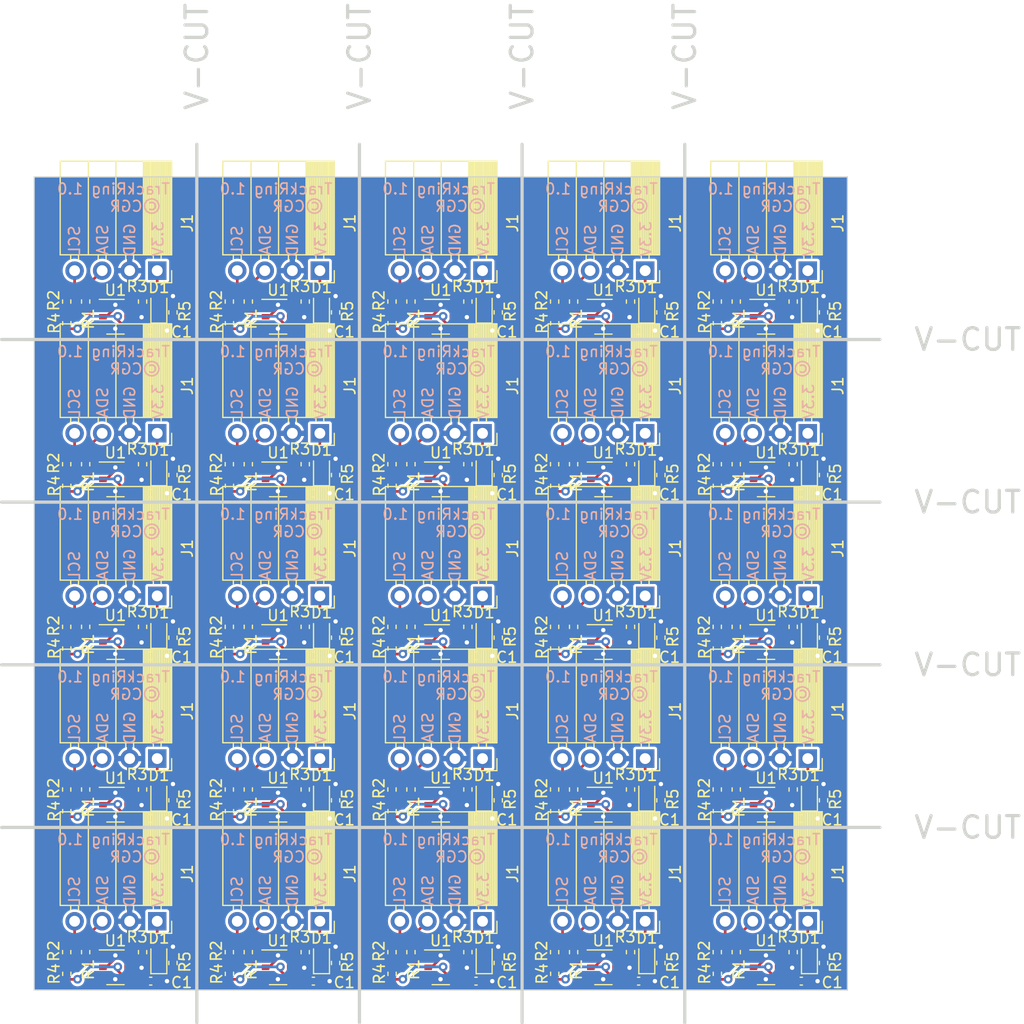
<source format=kicad_pcb>
(kicad_pcb (version 20221018) (generator pcbnew)
  (layers (0 "F.Cu" signal) (31 "B.Cu" signal) (34 "B.Paste" user) (35 "F.Paste" user) (36 "B.SilkS" user "B.Silkscreen") (37 "F.SilkS" user "F.Silkscreen") (38 "B.Mask" user) (39 "F.Mask" user) (44 "Edge.Cuts" user))
  (net 0 "")
  (net 1 "Board_0-/SCL")
  (net 2 "Board_0-/SDA")
  (net 3 "Board_0-/VCC")
  (net 4 "Board_0-GND")
  (net 5 "Board_0-Net-(D1-K)")
  (net 6 "Board_0-Net-(U1-SCL)")
  (net 7 "Board_0-Net-(U1-SDA)")
  (net 8 "Board_1-/SCL")
  (net 9 "Board_1-/SDA")
  (net 10 "Board_1-/VCC")
  (net 11 "Board_1-GND")
  (net 12 "Board_1-Net-(D1-K)")
  (net 13 "Board_1-Net-(U1-SCL)")
  (net 14 "Board_1-Net-(U1-SDA)")
  (net 15 "Board_2-/SCL")
  (net 16 "Board_2-/SDA")
  (net 17 "Board_2-/VCC")
  (net 18 "Board_2-GND")
  (net 19 "Board_2-Net-(D1-K)")
  (net 20 "Board_2-Net-(U1-SCL)")
  (net 21 "Board_2-Net-(U1-SDA)")
  (net 22 "Board_3-/SCL")
  (net 23 "Board_3-/SDA")
  (net 24 "Board_3-/VCC")
  (net 25 "Board_3-GND")
  (net 26 "Board_3-Net-(D1-K)")
  (net 27 "Board_3-Net-(U1-SCL)")
  (net 28 "Board_3-Net-(U1-SDA)")
  (net 29 "Board_4-/SCL")
  (net 30 "Board_4-/SDA")
  (net 31 "Board_4-/VCC")
  (net 32 "Board_4-GND")
  (net 33 "Board_4-Net-(D1-K)")
  (net 34 "Board_4-Net-(U1-SCL)")
  (net 35 "Board_4-Net-(U1-SDA)")
  (net 36 "Board_5-/SCL")
  (net 37 "Board_5-/SDA")
  (net 38 "Board_5-/VCC")
  (net 39 "Board_5-GND")
  (net 40 "Board_5-Net-(D1-K)")
  (net 41 "Board_5-Net-(U1-SCL)")
  (net 42 "Board_5-Net-(U1-SDA)")
  (net 43 "Board_6-/SCL")
  (net 44 "Board_6-/SDA")
  (net 45 "Board_6-/VCC")
  (net 46 "Board_6-GND")
  (net 47 "Board_6-Net-(D1-K)")
  (net 48 "Board_6-Net-(U1-SCL)")
  (net 49 "Board_6-Net-(U1-SDA)")
  (net 50 "Board_7-/SCL")
  (net 51 "Board_7-/SDA")
  (net 52 "Board_7-/VCC")
  (net 53 "Board_7-GND")
  (net 54 "Board_7-Net-(D1-K)")
  (net 55 "Board_7-Net-(U1-SCL)")
  (net 56 "Board_7-Net-(U1-SDA)")
  (net 57 "Board_8-/SCL")
  (net 58 "Board_8-/SDA")
  (net 59 "Board_8-/VCC")
  (net 60 "Board_8-GND")
  (net 61 "Board_8-Net-(D1-K)")
  (net 62 "Board_8-Net-(U1-SCL)")
  (net 63 "Board_8-Net-(U1-SDA)")
  (net 64 "Board_9-/SCL")
  (net 65 "Board_9-/SDA")
  (net 66 "Board_9-/VCC")
  (net 67 "Board_9-GND")
  (net 68 "Board_9-Net-(D1-K)")
  (net 69 "Board_9-Net-(U1-SCL)")
  (net 70 "Board_9-Net-(U1-SDA)")
  (net 71 "Board_10-/SCL")
  (net 72 "Board_10-/SDA")
  (net 73 "Board_10-/VCC")
  (net 74 "Board_10-GND")
  (net 75 "Board_10-Net-(D1-K)")
  (net 76 "Board_10-Net-(U1-SCL)")
  (net 77 "Board_10-Net-(U1-SDA)")
  (net 78 "Board_11-/SCL")
  (net 79 "Board_11-/SDA")
  (net 80 "Board_11-/VCC")
  (net 81 "Board_11-GND")
  (net 82 "Board_11-Net-(D1-K)")
  (net 83 "Board_11-Net-(U1-SCL)")
  (net 84 "Board_11-Net-(U1-SDA)")
  (net 85 "Board_12-/SCL")
  (net 86 "Board_12-/SDA")
  (net 87 "Board_12-/VCC")
  (net 88 "Board_12-GND")
  (net 89 "Board_12-Net-(D1-K)")
  (net 90 "Board_12-Net-(U1-SCL)")
  (net 91 "Board_12-Net-(U1-SDA)")
  (net 92 "Board_13-/SCL")
  (net 93 "Board_13-/SDA")
  (net 94 "Board_13-/VCC")
  (net 95 "Board_13-GND")
  (net 96 "Board_13-Net-(D1-K)")
  (net 97 "Board_13-Net-(U1-SCL)")
  (net 98 "Board_13-Net-(U1-SDA)")
  (net 99 "Board_14-/SCL")
  (net 100 "Board_14-/SDA")
  (net 101 "Board_14-/VCC")
  (net 102 "Board_14-GND")
  (net 103 "Board_14-Net-(D1-K)")
  (net 104 "Board_14-Net-(U1-SCL)")
  (net 105 "Board_14-Net-(U1-SDA)")
  (net 106 "Board_15-/SCL")
  (net 107 "Board_15-/SDA")
  (net 108 "Board_15-/VCC")
  (net 109 "Board_15-GND")
  (net 110 "Board_15-Net-(D1-K)")
  (net 111 "Board_15-Net-(U1-SCL)")
  (net 112 "Board_15-Net-(U1-SDA)")
  (net 113 "Board_16-/SCL")
  (net 114 "Board_16-/SDA")
  (net 115 "Board_16-/VCC")
  (net 116 "Board_16-GND")
  (net 117 "Board_16-Net-(D1-K)")
  (net 118 "Board_16-Net-(U1-SCL)")
  (net 119 "Board_16-Net-(U1-SDA)")
  (net 120 "Board_17-/SCL")
  (net 121 "Board_17-/SDA")
  (net 122 "Board_17-/VCC")
  (net 123 "Board_17-GND")
  (net 124 "Board_17-Net-(D1-K)")
  (net 125 "Board_17-Net-(U1-SCL)")
  (net 126 "Board_17-Net-(U1-SDA)")
  (net 127 "Board_18-/SCL")
  (net 128 "Board_18-/SDA")
  (net 129 "Board_18-/VCC")
  (net 130 "Board_18-GND")
  (net 131 "Board_18-Net-(D1-K)")
  (net 132 "Board_18-Net-(U1-SCL)")
  (net 133 "Board_18-Net-(U1-SDA)")
  (net 134 "Board_19-/SCL")
  (net 135 "Board_19-/SDA")
  (net 136 "Board_19-/VCC")
  (net 137 "Board_19-GND")
  (net 138 "Board_19-Net-(D1-K)")
  (net 139 "Board_19-Net-(U1-SCL)")
  (net 140 "Board_19-Net-(U1-SDA)")
  (net 141 "Board_20-/SCL")
  (net 142 "Board_20-/SDA")
  (net 143 "Board_20-/VCC")
  (net 144 "Board_20-GND")
  (net 145 "Board_20-Net-(D1-K)")
  (net 146 "Board_20-Net-(U1-SCL)")
  (net 147 "Board_20-Net-(U1-SDA)")
  (net 148 "Board_21-/SCL")
  (net 149 "Board_21-/SDA")
  (net 150 "Board_21-/VCC")
  (net 151 "Board_21-GND")
  (net 152 "Board_21-Net-(D1-K)")
  (net 153 "Board_21-Net-(U1-SCL)")
  (net 154 "Board_21-Net-(U1-SDA)")
  (net 155 "Board_22-/SCL")
  (net 156 "Board_22-/SDA")
  (net 157 "Board_22-/VCC")
  (net 158 "Board_22-GND")
  (net 159 "Board_22-Net-(D1-K)")
  (net 160 "Board_22-Net-(U1-SCL)")
  (net 161 "Board_22-Net-(U1-SDA)")
  (net 162 "Board_23-/SCL")
  (net 163 "Board_23-/SDA")
  (net 164 "Board_23-/VCC")
  (net 165 "Board_23-GND")
  (net 166 "Board_23-Net-(D1-K)")
  (net 167 "Board_23-Net-(U1-SCL)")
  (net 168 "Board_23-Net-(U1-SDA)")
  (net 169 "Board_24-/SCL")
  (net 170 "Board_24-/SDA")
  (net 171 "Board_24-/VCC")
  (net 172 "Board_24-GND")
  (net 173 "Board_24-Net-(D1-K)")
  (net 174 "Board_24-Net-(U1-SCL)")
  (net 175 "Board_24-Net-(U1-SDA)")
  (footprint "Connector_PinSocket_2.54mm:PinSocket_1x04_P2.54mm_Horizontal" (layer "F.Cu") (at 137.35 28.65 -90)
    (fp_text reference "J1")
    (fp_text value "Conn_01x04")
  )
  (footprint "LED_SMD:LED_0603_1608Metric" (layer "F.Cu") (at 122.5 77 90)
    (fp_text reference "D1")
    (fp_text value "LED")
  )
  (footprint "Resistor_SMD:R_0402_1005Metric" (layer "F.Cu") (at 123.8 92.5 90)
    (fp_text reference "R5")
    (fp_text value "500")
  )
  (footprint "Resistor_SMD:R_0402_1005Metric" (layer "F.Cu") (at 181 76.5 90)
    (fp_text reference "R3")
    (fp_text value "1.2K")
  )
  (footprint "Capacitor_SMD:C_0402_1005Metric" (layer "F.Cu") (at 136.75 94.175 180)
    (fp_text reference "C1")
    (fp_text value "0.1uF")
  )
  (footprint "Resistor_SMD:R_0402_1005Metric" (layer "F.Cu") (at 123.8 47.5 90)
    (fp_text reference "R5")
    (fp_text value "500")
  )
  (footprint "Capacitor_SMD:C_0402_1005Metric" (layer "F.Cu") (at 151.75 64.175 180)
    (fp_text reference "C1")
    (fp_text value "0.1uF")
  )
  (footprint "Resistor_SMD:R_0402_1005Metric" (layer "F.Cu") (at 136 31.5 90)
    (fp_text reference "R3")
    (fp_text value "1.2K")
  )
  (footprint "LED_SMD:LED_0603_1608Metric" (layer "F.Cu") (at 137.5 47 90)
    (fp_text reference "D1")
    (fp_text value "LED")
  )
  (footprint "Capacitor_SMD:C_0402_1005Metric" (layer "F.Cu") (at 181.75 79.175 180)
    (fp_text reference "C1")
    (fp_text value "0.1uF")
  )
  (footprint "Resistor_SMD:R_0402_1005Metric" (layer "F.Cu") (at 115.75 91.5 -90)
    (fp_text reference "R1")
    (fp_text value "100")
  )
  (footprint "Resistor_SMD:R_0402_1005Metric" (layer "F.Cu") (at 114 46.5 -90)
    (fp_text reference "R2")
    (fp_text value "100")
  )
  (footprint "Capacitor_SMD:C_0402_1005Metric" (layer "F.Cu") (at 151.75 79.175 180)
    (fp_text reference "C1")
    (fp_text value "0.1uF")
  )
  (footprint "LED_SMD:LED_0603_1608Metric" (layer "F.Cu") (at 152.5 32 90)
    (fp_text reference "D1")
    (fp_text value "LED")
  )
  (footprint "Resistor_SMD:R_0402_1005Metric" (layer "F.Cu") (at 129 61.5 -90)
    (fp_text reference "R2")
    (fp_text value "100")
  )
  (footprint "LED_SMD:LED_0603_1608Metric" (layer "F.Cu") (at 152.5 47 90)
    (fp_text reference "D1")
    (fp_text value "LED")
  )
  (footprint "Package_SO:TSOP-6_1.65x3.05mm_P0.95mm" (layer "F.Cu") (at 148.5 47.9)
    (fp_text reference "U1")
    (fp_text value "TLV493D-A1B6")
  )
  (footprint "Package_SO:TSOP-6_1.65x3.05mm_P0.95mm" (layer "F.Cu") (at 118.5 77.9)
    (fp_text reference "U1")
    (fp_text value "TLV493D-A1B6")
  )
  (footprint "Resistor_SMD:R_0402_1005Metric" (layer "F.Cu") (at 144 91.5 -90)
    (fp_text reference "R2")
    (fp_text value "100")
  )
  (footprint "Capacitor_SMD:C_0402_1005Metric" (layer "F.Cu") (at 121.75 64.175 180)
    (fp_text reference "C1")
    (fp_text value "0.1uF")
  )
  (footprint "Package_SO:TSOP-6_1.65x3.05mm_P0.95mm" (layer "F.Cu") (at 133.5 62.9)
    (fp_text reference "U1")
    (fp_text value "TLV493D-A1B6")
  )
  (footprint "Resistor_SMD:R_0402_1005Metric" (layer "F.Cu") (at 129.01 78.5 90)
    (fp_text reference "R4")
    (fp_text value "1.2K")
  )
  (footprint "Connector_PinSocket_2.54mm:PinSocket_1x04_P2.54mm_Horizontal" (layer "F.Cu") (at 137.35 73.65 -90)
    (fp_text reference "J1")
    (fp_text value "Conn_01x04")
  )
  (footprint "Resistor_SMD:R_0402_1005Metric" (layer "F.Cu") (at 114.01 63.5 90)
    (fp_text reference "R4")
    (fp_text value "1.2K")
  )
  (footprint "Resistor_SMD:R_0402_1005Metric" (layer "F.Cu") (at 138.8 47.5 90)
    (fp_text reference "R5")
    (fp_text value "500")
  )
  (footprint "Resistor_SMD:R_0402_1005Metric" (layer "F.Cu") (at 123.8 62.5 90)
    (fp_text reference "R5")
    (fp_text value "500")
  )
  (footprint "Resistor_SMD:R_0402_1005Metric" (layer "F.Cu") (at 145.75 31.5 -90)
    (fp_text reference "R1")
    (fp_text value "100")
  )
  (footprint "Package_SO:TSOP-6_1.65x3.05mm_P0.95mm" (layer "F.Cu") (at 118.5 47.9)
    (fp_text reference "U1")
    (fp_text value "TLV493D-A1B6")
  )
  (footprint "Package_SO:TSOP-6_1.65x3.05mm_P0.95mm" (layer "F.Cu") (at 133.5 77.9)
    (fp_text reference "U1")
    (fp_text value "TLV493D-A1B6")
  )
  (footprint "Resistor_SMD:R_0402_1005Metric" (layer "F.Cu") (at 175.75 46.5 -90)
    (fp_text reference "R1")
    (fp_text value "100")
  )
  (footprint "Resistor_SMD:R_0402_1005Metric" (layer "F.Cu") (at 168.8 47.5 90)
    (fp_text reference "R5")
    (fp_text value "500")
  )
  (footprint "Package_SO:TSOP-6_1.65x3.05mm_P0.95mm" (layer "F.Cu") (at 163.5 62.9)
    (fp_text reference "U1")
    (fp_text value "TLV493D-A1B6")
  )
  (footprint "Capacitor_SMD:C_0402_1005Metric" (layer "F.Cu") (at 151.75 34.175 180)
    (fp_text reference "C1")
    (fp_text value "0.1uF")
  )
  (footprint "LED_SMD:LED_0603_1608Metric" (layer "F.Cu") (at 167.5 77 90)
    (fp_text reference "D1")
    (fp_text value "LED")
  )
  (footprint "Resistor_SMD:R_0402_1005Metric" (layer "F.Cu") (at 130.75 61.5 -90)
    (fp_text reference "R1")
    (fp_text value "100")
  )
  (footprint "Resistor_SMD:R_0402_1005Metric" (layer "F.Cu") (at 151 61.5 90)
    (fp_text reference "R3")
    (fp_text value "1.2K")
  )
  (footprint "Capacitor_SMD:C_0402_1005Metric" (layer "F.Cu") (at 151.75 49.175 180)
    (fp_text reference "C1")
    (fp_text value "0.1uF")
  )
  (footprint "Connector_PinSocket_2.54mm:PinSocket_1x04_P2.54mm_Horizontal" (layer "F.Cu") (at 182.35 28.65 -90)
    (fp_text reference "J1")
    (fp_text value "Conn_01x04")
  )
  (footprint "Resistor_SMD:R_0402_1005Metric" (layer "F.Cu") (at 166 61.5 90)
    (fp_text reference "R3")
    (fp_text value "1.2K")
  )
  (footprint "Resistor_SMD:R_0402_1005Metric" (layer "F.Cu") (at 175.75 76.5 -90)
    (fp_text reference "R1")
    (fp_text value "100")
  )
  (footprint "LED_SMD:LED_0603_1608Metric" (layer "F.Cu") (at 167.5 92 90)
    (fp_text reference "D1")
    (fp_text value "LED")
  )
  (footprint "Resistor_SMD:R_0402_1005Metric" (layer "F.Cu") (at 160.75 31.5 -90)
    (fp_text reference "R1")
    (fp_text value "100")
  )
  (footprint "Resistor_SMD:R_0402_1005Metric" (layer "F.Cu") (at 183.8 77.5 90)
    (fp_text reference "R5")
    (fp_text value "500")
  )
  (footprint "Resistor_SMD:R_0402_1005Metric" (layer "F.Cu") (at 168.8 77.5 90)
    (fp_text reference "R5")
    (fp_text value "500")
  )
  (footprint "Capacitor_SMD:C_0402_1005Metric" (layer "F.Cu") (at 181.75 64.175 180)
    (fp_text reference "C1")
    (fp_text value "0.1uF")
  )
  (footprint "LED_SMD:LED_0603_1608Metric" (layer "F.Cu") (at 167.5 32 90)
    (fp_text reference "D1")
    (fp_text value "LED")
  )
  (footprint "Resistor_SMD:R_0402_1005Metric" (layer "F.Cu") (at 114 31.5 -90)
    (fp_text reference "R2")
    (fp_text value "100")
  )
  (footprint "Resistor_SMD:R_0402_1005Metric" (layer "F.Cu") (at 174.01 93.5 90)
    (fp_text reference "R4")
    (fp_text value "1.2K")
  )
  (footprint "LED_SMD:LED_0603_1608Metric" (layer "F.Cu") (at 122.5 47 90)
    (fp_text reference "D1")
    (fp_text value "LED")
  )
  (footprint "Resistor_SMD:R_0402_1005Metric" (layer "F.Cu") (at 166 76.5 90)
    (fp_text reference "R3")
    (fp_text value "1.2K")
  )
  (footprint "Resistor_SMD:R_0402_1005Metric" (layer "F.Cu") (at 145.75 91.5 -90)
    (fp_text reference "R1")
    (fp_text value "100")
  )
  (footprint "Resistor_SMD:R_0402_1005Metric" (layer "F.Cu") (at 114.01 78.5 90)
    (fp_text reference "R4")
    (fp_text value "1.2K")
  )
  (footprint "Resistor_SMD:R_0402_1005Metric" (layer "F.Cu") (at 175.75 61.5 -90)
    (fp_text reference "R1")
    (fp_text value "100")
  )
  (footprint "Connector_PinSocket_2.54mm:PinSocket_1x04_P2.54mm_Horizontal" (layer "F.Cu") (at 182.35 43.65 -90)
    (fp_text reference "J1")
    (fp_text value "Conn_01x04")
  )
  (footprint "LED_SMD:LED_0603_1608Metric" (layer "F.Cu") (at 182.5 47 90)
    (fp_text reference "D1")
    (fp_text value "LED")
  )
  (footprint "Resistor_SMD:R_0402_1005Metric" (layer "F.Cu") (at 129.01 48.5 90)
    (fp_text reference "R4")
    (fp_text value "1.2K")
  )
  (footprint "Resistor_SMD:R_0402_1005Metric" (layer "F.Cu") (at 144.01 48.5 90)
    (fp_text reference "R4")
    (fp_text value "1.2K")
  )
  (footprint "LED_SMD:LED_0603_1608Metric" (layer "F.Cu") (at 137.5 77 90)
    (fp_text reference "D1")
    (fp_text value "LED")
  )
  (footprint "Package_SO:TSOP-6_1.65x3.05mm_P0.95mm" (layer "F.Cu") (at 163.5 32.9)
    (fp_text reference "U1")
    (fp_text value "TLV493D-A1B6")
  )
  (footprint "Capacitor_SMD:C_0402_1005Metric" (layer "F.Cu") (at 136.75 49.175 180)
    (fp_text reference "C1")
    (fp_text value "0.1uF")
  )
  (footprint "Capacitor_SMD:C_0402_1005Metric" (layer "F.Cu") (at 166.75 79.175 180)
    (fp_text reference "C1")
    (fp_text value "0.1uF")
  )
  (footprint "LED_SMD:LED_0603_1608Metric" (layer "F.Cu") (at 167.5 47 90)
    (fp_text reference "D1")
    (fp_text value "LED")
  )
  (footprint "Resistor_SMD:R_0402_1005Metric" (layer "F.Cu") (at 174.01 48.5 90)
    (fp_text reference "R4")
    (fp_text value "1.2K")
  )
  (footprint "Resistor_SMD:R_0402_1005Metric" (layer "F.Cu") (at 168.8 62.5 90)
    (fp_text reference "R5")
    (fp_text value "500")
  )
  (footprint "Capacitor_SMD:C_0402_1005Metric" (layer "F.Cu") (at 136.75 64.175 180)
    (fp_text reference "C1")
    (fp_text value "0.1uF")
  )
  (footprint "Resistor_SMD:R_0402_1005Metric" (layer "F.Cu") (at 130.75 91.5 -90)
    (fp_text reference "R1")
    (fp_text value "100")
  )
  (footprint "Connector_PinSocket_2.54mm:PinSocket_1x04_P2.54mm_Horizontal" (layer "F.Cu") (at 152.35 73.65 -90)
    (fp_text reference "J1")
    (fp_text value "Conn_01x04")
  )
  (footprint "Resistor_SMD:R_0402_1005Metric" (layer "F.Cu") (at 160.75 46.5 -90)
    (fp_text reference "R1")
    (fp_text value "100")
  )
  (footprint "Resistor_SMD:R_0402_1005Metric" (layer "F.Cu") (at 144.01 78.5 90)
    (fp_text reference "R4")
    (fp_text value "1.2K")
  )
  (footprint "Capacitor_SMD:C_0402_1005Metric" (layer "F.Cu") (at 136.75 79.175 180)
    (fp_text reference "C1")
    (fp_text value "0.1uF")
  )
  (footprint "Connector_PinSocket_2.54mm:PinSocket_1x04_P2.54mm_Horizontal" (layer "F.Cu") (at 182.35 58.65 -90)
    (fp_text reference "J1")
    (fp_text value "Conn_01x04")
  )
  (footprint "LED_SMD:LED_0603_1608Metric" (layer "F.Cu") (at 122.5 92 90)
    (fp_text reference "D1")
    (fp_text value "LED")
  )
  (footprint "LED_SMD:LED_0603_1608Metric" (layer "F.Cu") (at 122.5 62 90)
    (fp_text reference "D1")
    (fp_text value "LED")
  )
  (footprint "Connector_PinSocket_2.54mm:PinSocket_1x04_P2.54mm_Horizontal" (layer "F.Cu") (at 122.35 73.65 -90)
    (fp_text reference "J1")
    (fp_text value "Conn_01x04")
  )
  (footprint "Resistor_SMD:R_0402_1005Metric" (layer "F.Cu") (at 153.8 62.5 90)
    (fp_text reference "R5")
    (fp_text value "500")
  )
  (footprint "Capacitor_SMD:C_0402_1005Metric" (layer "F.Cu") (at 121.75 79.175 180)
    (fp_text reference "C1")
    (fp_text value "0.1uF")
  )
  (footprint "Resistor_SMD:R_0402_1005Metric" (layer "F.Cu") (at 145.75 46.5 -90)
    (fp_text reference "R1")
    (fp_text value "100")
  )
  (footprint "Resistor_SMD:R_0402_1005Metric" (layer "F.Cu") (at 114 91.5 -90)
    (fp_text reference "R2")
    (fp_text value "100")
  )
  (footprint "Resistor_SMD:R_0402_1005Metric" (layer "F.Cu") (at 115.75 31.5 -90)
    (fp_text reference "R1")
    (fp_text value "100")
  )
  (footprint "LED_SMD:LED_0603_1608Metric" (layer "F.Cu") (at 152.5 77 90)
    (fp_text reference "D1")
    (fp_text value "LED")
  )
  (footprint "Resistor_SMD:R_0402_1005Metric" (layer "F.Cu") (at 166 91.5 90)
    (fp_text reference "R3")
    (fp_text value "1.2K")
  )
  (footprint "Resistor_SMD:R_0402_1005Metric" (layer "F.Cu") (at 159.01 78.5 90)
    (fp_text reference "R4")
    (fp_text value "1.2K")
  )
  (footprint "Package_SO:TSOP-6_1.65x3.05mm_P0.95mm" (layer "F.Cu") (at 163.5 47.9)
    (fp_text reference "U1")
    (fp_text value "TLV493D-A1B6")
  )
  (footprint "Connector_PinSocket_2.54mm:PinSocket_1x04_P2.54mm_Horizontal" (layer "F.Cu") (at 137.35 58.65 -90)
    (fp_text reference "J1")
    (fp_text value "Conn_01x04")
  )
  (footprint "LED_SMD:LED_0603_1608Metric" (layer "F.Cu") (at 137.5 32 90)
    (fp_text reference "D1")
    (fp_text value "LED")
  )
  (footprint "Connector_PinSocket_2.54mm:PinSocket_1x04_P2.54mm_Horizontal" (layer "F.Cu") (at 167.35 73.65 -90)
    (fp_text reference "J1")
    (fp_text value "Conn_01x04")
  )
  (footprint "Resistor_SMD:R_0402_1005Metric" (layer "F.Cu") (at 136 91.5 90)
    (fp_text reference "R3")
    (fp_text value "1.2K")
  )
  (footprint "Capacitor_SMD:C_0402_1005Metric" (layer "F.Cu") (at 166.75 94.175 180)
    (fp_text reference "C1")
    (fp_text value "0.1uF")
  )
  (footprint "Resistor_SMD:R_0402_1005Metric" (layer "F.Cu") (at 166 46.5 90)
    (fp_text reference "R3")
    (fp_text value "1.2K")
  )
  (footprint "Resistor_SMD:R_0402_1005Metric" (layer "F.Cu") (at 136 46.5 90)
    (fp_text reference "R3")
    (fp_text value "1.2K")
  )
  (footprint "Resistor_SMD:R_0402_1005Metric" (layer "F.Cu") (at 130.75 76.5 -90)
    (fp_text reference "R1")
    (fp_text value "100")
  )
  (footprint "Resistor_SMD:R_0402_1005Metric" (layer "F.Cu") (at 129 31.5 -90)
    (fp_text reference "R2")
    (fp_text value "100")
  )
  (footprint "Resistor_SMD:R_0402_1005Metric" (layer "F.Cu") (at 183.8 47.5 90)
    (fp_text reference "R5")
    (fp_text value "500")
  )
  (footprint "Resistor_SMD:R_0402_1005Metric" (layer "F.Cu") (at 160.75 91.5 -90)
    (fp_text reference "R1")
    (fp_text value "100")
  )
  (footprint "LED_SMD:LED_0603_1608Metric" (layer "F.Cu") (at 167.5 62 90)
    (fp_text reference "D1")
    (fp_text value "LED")
  )
  (footprint "Resistor_SMD:R_0402_1005Metric" (layer "F.Cu") (at 115.75 46.5 -90)
    (fp_text reference "R1")
    (fp_text value "100")
  )
  (footprint "LED_SMD:LED_0603_1608Metric" (layer "F.Cu") (at 152.5 62 90)
    (fp_text reference "D1")
    (fp_text value "LED")
  )
  (footprint "Resistor_SMD:R_0402_1005Metric" (layer "F.Cu") (at 175.75 91.5 -90)
    (fp_text reference "R1")
    (fp_text value "100")
  )
  (footprint "Connector_PinSocket_2.54mm:PinSocket_1x04_P2.54mm_Horizontal" (layer "F.Cu") (at 152.35 43.65 -90)
    (fp_text reference "J1")
    (fp_text value "Conn_01x04")
  )
  (footprint "Capacitor_SMD:C_0402_1005Metric" (layer "F.Cu") (at 151.75 94.175 180)
    (fp_text reference "C1")
    (fp_text value "0.1uF")
  )
  (footprint "Resistor_SMD:R_0402_1005Metric" (layer "F.Cu") (at 159.01 93.5 90)
    (fp_text reference "R4")
    (fp_text value "1.2K")
  )
  (footprint "Resistor_SMD:R_0402_1005Metric" (layer "F.Cu") (at 151 46.5 90)
    (fp_text reference "R3")
    (fp_text value "1.2K")
  )
  (footprint "Package_SO:TSOP-6_1.65x3.05mm_P0.95mm" (layer "F.Cu") (at 133.5 92.9)
    (fp_text reference "U1")
    (fp_text value "TLV493D-A1B6")
  )
  (footprint "Resistor_SMD:R_0402_1005Metric" (layer "F.Cu") (at 174.01 63.5 90)
    (fp_text reference "R4")
    (fp_text value "1.2K")
  )
  (footprint "Package_SO:TSOP-6_1.65x3.05mm_P0.95mm" (layer "F.Cu") (at 178.5 77.9)
    (fp_text reference "U1")
    (fp_text value "TLV493D-A1B6")
  )
  (footprint "Package_SO:TSOP-6_1.65x3.05mm_P0.95mm" (layer "F.Cu") (at 178.5 32.9)
    (fp_text reference "U1")
    (fp_text value "TLV493D-A1B6")
  )
  (footprint "Resistor_SMD:R_0402_1005Metric" (layer "F.Cu") (at 129 46.5 -90)
    (fp_text reference "R2")
    (fp_text value "100")
  )
  (footprint "Resistor_SMD:R_0402_1005Metric" (layer "F.Cu") (at 153.8 47.5 90)
    (fp_text reference "R5")
    (fp_text value "500")
  )
  (footprint "Resistor_SMD:R_0402_1005Metric" (layer "F.Cu") (at 121 91.5 90)
    (fp_text reference "R3")
    (fp_text value "1.2K")
  )
  (footprint "LED_SMD:LED_0603_1608Metric" (layer "F.Cu") (at 182.5 32 90)
    (fp_text reference "D1")
    (fp_text value "LED")
  )
  (footprint "Resistor_SMD:R_0402_1005Metric" (layer "F.Cu") (at 129.01 33.5 90)
    (fp_text reference "R4")
    (fp_text value "1.2K")
  )
  (footprint "Connector_PinSocket_2.54mm:PinSocket_1x04_P2.54mm_Horizontal" (layer "F.Cu") (at 167.35 88.65 -90)
    (fp_text reference "J1")
    (fp_text value "Conn_01x04")
  )
  (footprint "LED_SMD:LED_0603_1608Metric" (layer "F.Cu") (at 152.5 92 90)
    (fp_text reference "D1")
    (fp_text value "LED")
  )
  (footprint "Resistor_SMD:R_0402_1005Metric" (layer "F.Cu") (at 144.01 93.5 90)
    (fp_text reference "R4")
    (fp_text value "1.2K")
  )
  (footprint "Package_SO:TSOP-6_1.65x3.05mm_P0.95mm" (layer "F.Cu") (at 148.5 62.9)
    (fp_text reference "U1")
    (fp_text value "TLV493D-A1B6")
  )
  (footprint "Resistor_SMD:R_0402_1005Metric" (layer "F.Cu") (at 174 31.5 -90)
    (fp_text reference "R2")
    (fp_text value "100")
  )
  (footprint "Resistor_SMD:R_0402_1005Metric" (layer "F.Cu") (at 159.01 63.5 90)
    (fp_text reference "R4")
    (fp_text value "1.2K")
  )
  (footprint "Package_SO:TSOP-6_1.65x3.05mm_P0.95mm" (layer "F.Cu") (at 178.5 62.9)
    (fp_text reference "U1")
    (fp_text value "TLV493D-A1B6")
  )
  (footprint "Connector_PinSocket_2.54mm:PinSocket_1x04_P2.54mm_Horizontal" (layer "F.Cu") (at 137.35 43.65 -90)
    (fp_text reference "J1")
    (fp_text value "Conn_01x04")
  )
  (footprint "Resistor_SMD:R_0402_1005Metric" (layer "F.Cu") (at 138.8 77.5 90)
    (fp_text reference "R5")
    (fp_text value "500")
  )
  (footprint "Resistor_SMD:R_0402_1005Metric" (layer "F.Cu") (at 174 46.5 -90)
    (fp_text reference "R2")
    (fp_text value "100")
  )
  (footprint "Resistor_SMD:R_0402_1005Metric" (layer "F.Cu") (at 174 61.5 -90)
    (fp_text reference "R2")
    (fp_text value "100")
  )
  (footprint "Resistor_SMD:R_0402_1005Metric" (layer "F.Cu") (at 153.8 77.5 90)
    (fp_text reference "R5")
    (fp_text value "500")
  )
  (footprint "Resistor_SMD:R_0402_1005Metric" (layer "F.Cu") (at 130.75 46.5 -90)
    (fp_text reference "R1")
    (fp_text value "100")
  )
  (footprint "Package_SO:TSOP-6_1.65x3.05mm_P0.95mm" (layer "F.Cu") (at 148.5 32.9)
    (fp_text reference "U1")
    (fp_text value "TLV493D-A1B6")
  )
  (footprint "Package_SO:TSOP-6_1.65x3.05mm_P0.95mm" (layer "F.Cu") (at 118.5 32.9)
    (fp_text reference "U1")
    (fp_text value "TLV493D-A1B6")
  )
  (footprint "Resistor_SMD:R_0402_1005Metric" (layer "F.Cu") (at 181 61.5 90)
    (fp_text reference "R3")
    (fp_text value "1.2K")
  )
  (footprint "Resistor_SMD:R_0402_1005Metric" (layer "F.Cu") (at 129.01 93.5 90)
    (fp_text reference "R4")
    (fp_text value "1.2K")
  )
  (footprint "Resistor_SMD:R_0402_1005Metric" (layer "F.Cu") (at 183.8 62.5 90)
    (fp_text reference "R5")
    (fp_text value "500")
  )
  (footprint "Resistor_SMD:R_0402_1005Metric" (layer "F.Cu") (at 129 91.5 -90)
    (fp_text reference "R2")
    (fp_text value "100")
  )
  (footprint "Resistor_SMD:R_0402_1005Metric" (layer "F.Cu") (at 174 91.5 -90)
    (fp_text reference "R2")
    (fp_text value "100")
  )
  (footprint "Resistor_SMD:R_0402_1005Metric" (layer "F.Cu") (at 159.01 33.5 90)
    (fp_text reference "R4")
    (fp_text value "1.2K")
  )
  (footprint "Resistor_SMD:R_0402_1005Metric" (layer "F.Cu") (at 175.75 31.5 -90)
    (fp_text reference "R1")
    (fp_text value "100")
  )
  (footprint "Resistor_SMD:R_0402_1005Metric" (layer "F.Cu") (at 183.8 32.5 90)
    (fp_text reference "R5")
    (fp_text value "500")
  )
  (footprint "LED_SMD:LED_0603_1608Metric" (layer "F.Cu") (at 182.5 77 90)
    (fp_text reference "D1")
    (fp_text value "LED")
  )
  (footprint "Resistor_SMD:R_0402_1005Metric" (layer "F.Cu") (at 114 76.5 -90)
    (fp_text reference "R2")
    (fp_text value "100")
  )
  (footprint "Resistor_SMD:R_0402_1005Metric" (layer "F.Cu") (at 166 31.5 90)
    (fp_text reference "R3")
    (fp_text value "1.2K")
  )
  (footprint "Connector_PinSocket_2.54mm:PinSocket_1x04_P2.54mm_Horizontal" (layer "F.Cu") (at 167.35 28.65 -90)
    (fp_text reference "J1")
    (fp_text value "Conn_01x04")
  )
  (footprint "Resistor_SMD:R_0402_1005Metric" (layer "F.Cu") (at 121 46.5 90)
    (fp_text reference "R3")
    (fp_text value "1.2K")
  )
  (footprint "Resistor_SMD:R_0402_1005Metric" (layer "F.Cu") (at 114.01 33.5 90)
    (fp_text reference "R4")
    (fp_text value "1.2K")
  )
  (footprint "LED_SMD:LED_0603_1608Metric" (layer "F.Cu") (at 137.5 92 90)
    (fp_text reference "D1")
    (fp_text value "LED")
  )
  (footprint "Resistor_SMD:R_0402_1005Metric" (layer "F.Cu") (at 144 31.5 -90)
    (fp_text reference "R2")
    (fp_text value "100")
  )
  (footprint "Connector_PinSocket_2.54mm:PinSocket_1x04_P2.54mm_Horizontal" (layer "F.Cu") (at 182.35 88.65 -90)
    (fp_text reference "J1")
    (fp_text value "Conn_01x04")
  )
  (footprint "Resistor_SMD:R_0402_1005Metric" (layer "F.Cu") (at 174 76.5 -90)
    (fp_text reference "R2")
    (fp_text value "100")
  )
  (footprint "Resistor_SMD:R_0402_1005Metric" (layer "F.Cu") (at 181 91.5 90)
    (fp_text reference "R3")
    (fp_text value "1.2K")
  )
  (footprint "Connector_PinSocket_2.54mm:PinSocket_1x04_P2.54mm_Horizontal" (layer "F.Cu") (at 152.35 58.65 -90)
    (fp_text reference "J1")
    (fp_text value "Conn_01x04")
  )
  (footprint "Resistor_SMD:R_0402_1005Metric" (layer "F.Cu") (at 168.8 92.5 90)
    (fp_text reference "R5")
    (fp_text value "500")
  )
  (footprint "Resistor_SMD:R_0402_1005Metric" (layer "F.Cu") (at 114.01 93.5 90)
    (fp_text reference "R4")
    (fp_text value "1.2K")
  )
  (footprint "Resistor_SMD:R_0402_1005Metric" (layer "F.Cu") (at 129 76.5 -90)
    (fp_text reference "R2")
    (fp_text value "100")
  )
  (footprint "Resistor_SMD:R_0402_1005Metric" (layer "F.Cu") (at 145.75 61.5 -90)
    (fp_text reference "R1")
    (fp_text value "100")
  )
  (footprint "Resistor_SMD:R_0402_1005Metric" (layer "F.Cu") (at 115.75 61.5 -90)
    (fp_text reference "R1")
    (fp_text value "100")
  )
  (footprint "Resistor_SMD:R_0402_1005Metric" (layer "F.Cu") (at 123.8 32.5 90)
    (fp_text reference "R5")
    (fp_text value "500")
  )
  (footprint "Resistor_SMD:R_0402_1005Metric" (layer "F.Cu") (at 138.8 92.5 90)
    (fp_text reference "R5")
    (fp_text value "500")
  )
  (footprint "Resistor_SMD:R_0402_1005Metric" (layer "F.Cu") (at 121 31.5 90)
    (fp_text reference "R3")
    (fp_text value "1.2K")
  )
  (footprint "Capacitor_SMD:C_0402_1005Metric" (layer "F.Cu") (at 121.75 49.175 180)
    (fp_text reference "C1")
    (fp_text value "0.1uF")
  )
  (footprint "Connector_PinSocket_2.54mm:PinSocket_1x04_P2.54mm_Horizontal" (layer "F.Cu") (at 122.35 43.65 -90)
    (fp_text reference "J1")
    (fp_text value "Conn_01x04")
  )
  (footprint "Connector_PinSocket_2.54mm:PinSocket_1x04_P2.54mm_Horizontal" (layer "F.Cu") (at 122.35 88.65 -90)
    (fp_text reference "J1")
    (fp_text value "Conn_01x04")
  )
  (footprint "Resistor_SMD:R_0402_1005Metric" (layer "F.Cu") (at 144.01 33.5 90)
    (fp_text reference "R4")
    (fp_text value "1.2K")
  )
  (footprint "Resistor_SMD:R_0402_1005Metric" (layer "F.Cu") (at 138.8 32.5 90)
    (fp_text reference "R5")
    (fp_text value "500")
  )
  (footprint "Resistor_SMD:R_0402_1005Metric" (layer "F.Cu") (at 159 46.5 -90)
    (fp_text reference "R2")
    (fp_text value "100")
  )
  (footprint "Resistor_SMD:R_0402_1005Metric" (layer "F.Cu") (at 144 61.5 -90)
    (fp_text reference "R2")
    (fp_text value "100")
  )
  (footprint "Resistor_SMD:R_0402_1005Metric" (layer "F.Cu") (at 136 76.5 90)
    (fp_text reference "R3")
    (fp_text value "1.2K")
  )
  (footprint "Resistor_SMD:R_0402_1005Metric" (layer "F.Cu") (at 114 61.5 -90)
    (fp_text reference "R2")
    (fp_text value "100")
  )
  (footprint "Connector_PinSocket_2.54mm:PinSocket_1x04_P2.54mm_Horizontal" (layer "F.Cu") (at 152.35 88.65 -90)
    (fp_text reference "J1")
    (fp_text value "Conn_01x04")
  )
  (footprint "LED_SMD:LED_0603_1608Metric" (layer "F.Cu") (at 122.5 32 90)
    (fp_text reference "D1")
    (fp_text value "LED")
  )
  (footprint "Resistor_SMD:R_0402_1005Metric" (layer "F.Cu") (at 121 61.5 90)
    (fp_text reference "R3")
    (fp_text value "1.2K")
  )
  (footprint "Resistor_SMD:R_0402_1005Metric" (layer "F.Cu") (at 159 76.5 -90)
    (fp_text reference "R2")
    (fp_text value "100")
  )
  (footprint "Package_SO:TSOP-6_1.65x3.05mm_P0.95mm" (layer "F.Cu") (at 178.5 92.9)
    (fp_text reference "U1")
    (fp_text value "TLV493D-A1B6")
  )
  (footprint "Resistor_SMD:R_0402_1005Metric" (layer "F.Cu") (at 144 46.5 -90)
    (fp_text reference "R2")
    (fp_text value "100")
  )
  (footprint "Resistor_SMD:R_0402_1005Metric" (layer "F.Cu") (at 153.8 32.5 90)
    (fp_text reference "R5")
    (fp_text value "500")
  )
  (footprint "Connector_PinSocket_2.54mm:PinSocket_1x04_P2.54mm_Horizontal" (layer "F.Cu") (at 137.35 88.65 -90)
    (fp_text reference "J1")
    (fp_text value "Conn_01x04")
  )
  (footprint "Resistor_SMD:R_0402_1005Metric" (layer "F.Cu") (at 115.75 76.5 -90)
    (fp_text reference "R1")
    (fp_text value "100")
  )
  (footprint "Resistor_SMD:R_0402_1005Metric" (layer "F.Cu") (at 144 76.5 -90)
    (fp_text reference "R2")
    (fp_text value "100")
  )
  (footprint "Connector_PinSocket_2.54mm:PinSocket_1x04_P2.54mm_Horizontal" (layer "F.Cu") (at 122.35 28.65 -90)
    (fp_text reference "J1")
    (fp_text value "Conn_01x04")
  )
  (footprint "Connector_PinSocket_2.54mm:PinSocket_1x04_P2.54mm_Horizontal" (layer "F.Cu") (at 167.35 43.65 -90)
    (fp_text reference "J1")
    (fp_text value "Conn_01x04")
  )
  (footprint "Capacitor_SMD:C_0402_1005Metric" (layer "F.Cu") (at 166.75 49.175 180)
    (fp_text reference "C1")
    (fp_text value "0.1uF")
  )
  (footprint "Resistor_SMD:R_0402_1005Metric" (layer "F.Cu") (at 159.01 48.5 90)
    (fp_text reference "R4")
    (fp_text value "1.2K")
  )
  (footprint "Resistor_SMD:R_0402_1005Metric" (layer "F.Cu") (at 151 91.5 90)
    (fp_text reference "R3")
    (fp_text value "1.2K")
  )
  (footprint "Resistor_SMD:R_0402_1005Metric" (layer "F.Cu") (at 159 31.5 -90)
    (fp_text reference "R2")
    (fp_text value "100")
  )
  (footprint "Resistor_SMD:R_0402_1005Metric" (layer "F.Cu") (at 129.01 63.5 90)
    (fp_text reference "R4")
    (fp_text value "1.2K")
  )
  (footprint "Resistor_SMD:R_0402_1005Metric" (layer "F.Cu") (at 144.01 63.5 90)
    (fp_text reference "R4")
    (fp_text value "1.2K")
  )
  (footprint "Package_SO:TSOP-6_1.65x3.05mm_P0.95mm" (layer "F.Cu") (at 118.5 92.9)
    (fp_text reference "U1")
    (fp_text value "TLV493D-A1B6")
  )
  (footprint "Resistor_SMD:R_0402_1005Metric" (layer "F.Cu") (at 183.8 92.5 90)
    (fp_text reference "R5")
    (fp_text value "500")
  )
  (footprint "Resistor_SMD:R_0402_1005Metric" (layer "F.Cu") (at 160.75 61.5 -90)
    (fp_text reference "R1")
    (fp_text value "100")
  )
  (footprint "Capacitor_SMD:C_0402_1005Metric" (layer "F.Cu") (at 121.75 34.175 180)
    (fp_text reference "C1")
    (fp_text value "0.1uF")
  )
  (footprint "Capacitor_SMD:C_0402_1005Metric" (layer "F.Cu") (at 181.75 94.175 180)
    (fp_text reference "C1")
    (fp_text value "0.1uF")
  )
  (footprint "Resistor_SMD:R_0402_1005Metric" (layer "F.Cu") (at 168.8 32.5 90)
    (fp_text reference "R5")
    (fp_text value "500")
  )
  (footprint "Connector_PinSocket_2.54mm:PinSocket_1x04_P2.54mm_Horizontal" (layer "F.Cu") (at 182.35 73.65 -90)
    (fp_text reference "J1")
    (fp_text value "Conn_01x04")
  )
  (footprint "Connector_PinSocket_2.54mm:PinSocket_1x04_P2.54mm_Horizontal" (layer "F.Cu") (at 152.35 28.65 -90)
    (fp_text reference "J1")
    (fp_text value "Conn_01x04")
  )
  (footprint "Resistor_SMD:R_0402_1005Metric" (layer "F.Cu") (at 123.8 77.5 90)
    (fp_text reference "R5")
    (fp_text value "500")
  )
  (footprint "Resistor_SMD:R_0402_1005Metric" (layer "F.Cu") (at 174.01 78.5 90)
    (fp_text reference "R4")
    (fp_text value "1.2K")
  )
  (footprint "Connector_PinSocket_2.54mm:PinSocket_1x04_P2.54mm_Horizontal" (layer "F.Cu") (at 167.35 58.65 -90)
    (fp_text reference "J1")
    (fp_text value "Conn_01x04")
  )
  (footprint "Resistor_SMD:R_0402_1005Metric" (layer "F.Cu") (at 160.75 76.5 -90)
    (fp_text reference "R1")
    (fp_text value "100")
  )
  (footprint "Resistor_SMD:R_0402_1005Metric" (layer "F.Cu") (at 159 91.5 -90)
    (fp_text reference "R2")
    (fp_text value "100")
  )
  (footprint "Capacitor_SMD:C_0402_1005Metric" (layer "F.Cu") (at 136.75 34.175 180)
    (fp_text reference "C1")
    (fp_text value "0.1uF")
  )
  (footprint "Package_SO:TSOP-6_1.65x3.05mm_P0.95mm" (layer "F.Cu") (at 148.5 77.9)
    (fp_text reference "U1")
    (fp_text value "TLV493D-A1B6")
  )
  (footprint "Capacitor_SMD:C_0402_1005Metric" (layer "F.Cu") (at 121.75 94.175 180)
    (fp_text reference "C1")
    (fp_text value "0.1uF")
  )
  (footprint "Resistor_SMD:R_0402_1005Metric" (layer "F.Cu") (at 159 61.5 -90)
    (fp_text reference "R2")
    (fp_text value "100")
  )
  (footprint "Resistor_SMD:R_0402_1005Metric" (layer "F.Cu") (at 130.75 31.5 -90)
    (fp_text reference "R1")
    (fp_text value "100")
  )
  (footprint "Package_SO:TSOP-6_1.65x3.05mm_P0.95mm" (layer "F.Cu") (at 133.5 32.9)
    (fp_text reference "U1")
    (fp_text value "TLV493D-A1B6")
  )
  (footprint "LED_SMD:LED_0603_1608Metric" (layer "F.Cu") (at 182.5 62 90)
    (fp_text reference "D1")
    (fp_text value "LED")
  )
  (footprint "Capacitor_SMD:C_0402_1005Metric" (layer "F.Cu") (at 181.75 49.175 180)
    (fp_text reference "C1")
    (fp_text value "0.1uF")
  )
  (footprint "Package_SO:TSOP-6_1.65x3.05mm_P0.95mm" (layer "F.Cu") (at 148.5 92.9)
    (fp_text reference "U1")
    (fp_text value "TLV493D-A1B6")
  )
  (footprint "LED_SMD:LED_0603_1608Metric" (layer "F.Cu") (at 182.5 92 90)
    (fp_text reference "D1")
    (fp_text value "LED")
  )
  (footprint "Resistor_SMD:R_0402_1005Metric" (layer "F.Cu") (at 121 76.5 90)
    (fp_text reference "R3")
    (fp_text value "1.2K")
  )
  (footprint "LED_SMD:LED_0603_1608Metric" (layer "F.Cu") (at 137.5 62 90)
    (fp_text reference "D1")
    (fp_text value "LED")
  )
  (footprint "Package_SO:TSOP-6_1.65x3.05mm_P0.95mm" (layer "F.Cu") (at 133.5 47.9)
    (fp_text reference "U1")
    (fp_text value "TLV493D-A1B6")
  )
  (footprint "Resistor_SMD:R_0402_1005Metric" (layer "F.Cu") (at 153.8 92.5 90)
    (fp_text reference "R5")
    (fp_text value "500")
  )
  (footprint "Resistor_SMD:R_0402_1005Metric" (layer "F.Cu") (at 174.01 33.5 90)
    (fp_text reference "R4")
    (fp_text value "1.2K")
  )
  (footprint "Capacitor_SMD:C_0402_1005Metric" (layer "F.Cu") (at 166.75 34.175 180)
    (fp_text reference "C1")
    (fp_text value "0.1uF")
  )
  (footprint "Resistor_SMD:R_0402_1005Metric" (layer "F.Cu") (at 145.75 76.5 -90)
    (fp_text reference "R1")
    (fp_text value "100")
  )
  (footprint "Connector_PinSocket_2.54mm:PinSocket_1x04_P2.54mm_Horizontal" (layer "F.Cu") (at 122.35 58.65 -90)
    (fp_text reference "J1")
    (fp_text value "Conn_01x04")
  )
  (footprint "Resistor_SMD:R_0402_1005Metric" (layer "F.Cu") (at 181 31.5 90)
    (fp_text reference "R3")
    (fp_text value "1.2K")
  )
  (footprint "Resistor_SMD:R_0402_1005Metric" (layer "F.Cu") (at 138.8 62.5 90)
    (fp_text reference "R5")
    (fp_text value "500")
  )
  (footprint "Package_SO:TSOP-6_1.65x3.05mm_P0.95mm" (layer "F.Cu") (at 163.5 92.9)
    (fp_text reference "U1")
    (fp_text value "TLV493D-A1B6")
  )
  (footprint "Resistor_SMD:R_0402_1005Metric" (layer "F.Cu") (at 151 31.5 90)
    (fp_text reference "R3")
    (fp_text value "1.2K")
  )
  (footprint "Capacitor_SMD:C_0402_1005Metric" (layer "F.Cu") (at 181.75 34.175 180)
    (fp_text reference "C1")
    (fp_text value "0.1uF")
  )
  (footprint "Resistor_SMD:R_0402_1005Metric" (layer "F.Cu") (at 181 46.5 90)
    (fp_text reference "R3")
    (fp_text value "1.2K")
  )
  (footprint "Package_SO:TSOP-6_1.65x3.05mm_P0.95mm" (layer "F.Cu") (at 163.5 77.9)
    (fp_text reference "U1")
    (fp_text value "TLV493D-A1B6")
  )
  (footprint "Resistor_SMD:R_0402_1005Metric" (layer "F.Cu") (at 114.01 48.5 90)
    (fp_text reference "R4")
    (fp_text value "1.2K")
  )
  (footprint "Package_SO:TSOP-6_1.65x3.05mm_P0.95mm" (layer "F.Cu") (at 178.5 47.9)
    (fp_text reference "U1")
    (fp_text value "TLV493D-A1B6")
  )
  (footprint "Capacitor_SMD:C_0402_1005Metric" (layer "F.Cu") (at 166.75 64.175 180)
    (fp_text reference "C1")
    (fp_text value "0.1uF")
  )
  (footprint "Package_SO:TSOP-6_1.65x3.05mm_P0.95mm" (layer "F.Cu") (at 118.5 62.9)
    (fp_text reference "U1")
    (fp_text value "TLV493D-A1B6")
  )
  (footprint "Resistor_SMD:R_0402_1005Metric" (layer "F.Cu") (at 151 76.5 90)
    (fp_text reference "R3")
    (fp_text value "1.2K")
  )
  (footprint "Resistor_SMD:R_0402_1005Metric" (layer "F.Cu") (at 136 61.5 90)
    (fp_text reference "R3")
    (fp_text value "1.2K")
  )
  (gr_line (start 126 17) (end 126 98) (stroke (width 0.3)) (layer "Edge.Cuts"))
  (gr_line (start 111.00027 20.001245) (end 111 20.012247) (stroke (width 0.1)) (layer "Edge.Cuts"))
  (gr_line (start 171 17) (end 171 98) (stroke (width 0.3)) (layer "Edge.Cuts"))
  (gr_line (start 185.999999 20.012247) (end 185.999729 20.001245) (stroke (width 0.1)) (layer "Edge.Cuts"))
  (gr_line (start 141 17) (end 141 98) (stroke (width 0.3)) (layer "Edge.Cuts"))
  (gr_line (start 185.987727 20) (end 111.012272 20) (stroke (width 0.1)) (layer "Edge.Cuts"))
  (gr_line (start 111.012247 20) (end 111.001245 20.00027) (stroke (width 0.1)) (layer "Edge.Cuts"))
  (gr_line (start 108 65) (end 189 65) (stroke (width 0.3)) (layer "Edge.Cuts"))
  (gr_line (start 108 50) (end 189 50) (stroke (width 0.3)) (layer "Edge.Cuts"))
  (gr_line (start 111.001245 94.999729) (end 111.012247 94.999999) (stroke (width 0.1)) (layer "Edge.Cuts"))
  (gr_line (start 185.999729 94.998754) (end 185.999999 94.987752) (stroke (width 0.1)) (layer "Edge.Cuts"))
  (gr_line (start 156 17) (end 156 98) (stroke (width 0.3)) (layer "Edge.Cuts"))
  (gr_line (start 108 35) (end 189 35) (stroke (width 0.3)) (layer "Edge.Cuts"))
  (gr_line (start 108 80) (end 189 80) (stroke (width 0.3)) (layer "Edge.Cuts"))
  (gr_line (start 186 94.987727) (end 186 20.012272) (stroke (width 0.1)) (layer "Edge.Cuts"))
  (gr_line (start 111 20.012272) (end 111 94.987727) (stroke (width 0.1)) (layer "Edge.Cuts"))
  (gr_line (start 111.012272 95) (end 185.987727 95) (stroke (width 0.1)) (layer "Edge.Cuts"))
  (gr_line (start 185.987752 94.999999) (end 185.998754 94.999729) (stroke (width 0.1)) (layer "Edge.Cuts"))
  (gr_line (start 185.998754 20.00027) (end 185.987752 20) (stroke (width 0.1)) (layer "Edge.Cuts"))
  (gr_line (start 111 94.987752) (end 111.00027 94.998754) (stroke (width 0.1)) (layer "Edge.Cuts"))
  (gr_text "TrackRing 1.0" (at 168.6 51.7) (layer "B.SilkS") (effects (font (size 1 1)) (justify left bottom mirror)))
  (gr_text "SCL" (at 160.3 84.4 90) (layer "B.SilkS") (effects (font (size 1 1)) (justify left bottom mirror)))
  (gr_text "GND" (at 150.4 39.2 90) (layer "B.SilkS") (effects (font (size 1 1)) (justify left bottom mirror)))
  (gr_text "GND" (at 165.4 84.2 90) (layer "B.SilkS") (effects (font (size 1 1)) (justify left bottom mirror)))
  (gr_text "TrackRing 1.0" (at 123.6 36.7) (layer "B.SilkS") (effects (font (size 1 1)) (justify left bottom mirror)))
  (gr_text "3.3V" (at 138 24 90) (layer "B.SilkS") (effects (font (size 1 1)) (justify left bottom mirror)))
  (gr_text "GND" (at 135.4 54.2 90) (layer "B.SilkS") (effects (font (size 1 1)) (justify left bottom mirror)))
  (gr_text "©CGR" (at 152.8 83.3) (layer "B.SilkS") (effects (font (size 1 1)) (justify left bottom mirror)))
  (gr_text "SDA" (at 147.9 39.3 90) (layer "B.SilkS") (effects (font (size 1 1)) (justify left bottom mirror)))
  (gr_text "GND" (at 180.4 54.2 90) (layer "B.SilkS") (effects (font (size 1 1)) (justify left bottom mirror)))
  (gr_text "3.3V" (at 123 84 90) (layer "B.SilkS") (effects (font (size 1 1)) (justify left bottom mirror)))
  (gr_text "3.3V" (at 153 39 90) (layer "B.SilkS") (effects (font (size 1 1)) (justify left bottom mirror)))
  (gr_text "GND" (at 135.4 84.2 90) (layer "B.SilkS") (effects (font (size 1 1)) (justify left bottom mirror)))
  (gr_text "SCL" (at 115.3 39.4 90) (layer "B.SilkS") (effects (font (size 1 1)) (justify left bottom mirror)))
  (gr_text "SCL" (at 160.3 69.4 90) (layer "B.SilkS") (effects (font (size 1 1)) (justify left bottom mirror)))
  (gr_text "3.3V" (at 183 54 90) (layer "B.SilkS") (effects (font (size 1 1)) (justify left bottom mirror)))
  (gr_text "©CGR" (at 152.8 38.3) (layer "B.SilkS") (effects (font (size 1 1)) (justify left bottom mirror)))
  (gr_text "©CGR" (at 182.8 68.3) (layer "B.SilkS") (effects (font (size 1 1)) (justify left bottom mirror)))
  (gr_text "©CGR" (at 182.8 38.3) (layer "B.SilkS") (effects (font (size 1 1)) (justify left bottom mirror)))
  (gr_text "©CGR" (at 137.8 68.3) (layer "B.SilkS") (effects (font (size 1 1)) (justify left bottom mirror)))
  (gr_text "SDA" (at 117.9 69.3 90) (layer "B.SilkS") (effects (font (size 1 1)) (justify left bottom mirror)))
  (gr_text "©CGR" (at 182.8 53.3) (layer "B.SilkS") (effects (font (size 1 1)) (justify left bottom mirror)))
  (gr_text "3.3V" (at 153 24 90) (layer "B.SilkS") (effects (font (size 1 1)) (justify left bottom mirror)))
  (gr_text "SDA" (at 132.9 84.3 90) (layer "B.SilkS") (effects (font (size 1 1)) (justify left bottom mirror)))
  (gr_text "SDA" (at 147.9 54.3 90) (layer "B.SilkS") (effects (font (size 1 1)) (justify left bottom mirror)))
  (gr_text "GND" (at 135.4 24.2 90) (layer "B.SilkS") (effects (font (size 1 1)) (justify left bottom mirror)))
  (gr_text "TrackRing 1.0" (at 153.6 51.7) (layer "B.SilkS") (effects (font (size 1 1)) (justify left bottom mirror)))
  (gr_text "TrackRing 1.0" (at 153.6 36.7) (layer "B.SilkS") (effects (font (size 1 1)) (justify left bottom mirror)))
  (gr_text "SCL" (at 145.3 39.4 90) (layer "B.SilkS") (effects (font (size 1 1)) (justify left bottom mirror)))
  (gr_text "SCL" (at 115.3 24.4 90) (layer "B.SilkS") (effects (font (size 1 1)) (justify left bottom mirror)))
  (gr_text "SDA" (at 177.9 54.3 90) (layer "B.SilkS") (effects (font (size 1 1)) (justify left bottom mirror)))
  (gr_text "3.3V" (at 153 84 90) (layer "B.SilkS") (effects (font (size 1 1)) (justify left bottom mirror)))
  (gr_text "SCL" (at 145.3 54.4 90) (layer "B.SilkS") (effects (font (size 1 1)) (justify left bottom mirror)))
  (gr_text "SDA" (at 177.9 39.3 90) (layer "B.SilkS") (effects (font (size 1 1)) (justify left bottom mirror)))
  (gr_text "GND" (at 120.4 84.2 90) (layer "B.SilkS") (effects (font (size 1 1)) (justify left bottom mirror)))
  (gr_text "TrackRing 1.0" (at 138.6 21.7) (layer "B.SilkS") (effects (font (size 1 1)) (justify left bottom mirror)))
  (gr_text "SDA" (at 117.9 54.3 90) (layer "B.SilkS") (effects (font (size 1 1)) (justify left bottom mirror)))
  (gr_text "TrackRing 1.0" (at 123.6 66.7) (layer "B.SilkS") (effects (font (size 1 1)) (justify left bottom mirror)))
  (gr_text "TrackRing 1.0" (at 123.6 21.7) (layer "B.SilkS") (effects (font (size 1 1)) (justify left bottom mirror)))
  (gr_text "TrackRing 1.0" (at 123.6 81.7) (layer "B.SilkS") (effects (font (size 1 1)) (justify left bottom mirror)))
  (gr_text "SCL" (at 130.3 69.4 90) (layer "B.SilkS") (effects (font (size 1 1)) (justify left bottom mirror)))
  (gr_text "SCL" (at 115.3 69.4 90) (layer "B.SilkS") (effects (font (size 1 1)) (justify left bottom mirror)))
  (gr_text "©CGR" (at 152.8 23.3) (layer "B.SilkS") (effects (font (size 1 1)) (justify left bottom mirror)))
  (gr_text "GND" (at 120.4 39.2 90) (layer "B.SilkS") (effects (font (size 1 1)) (justify left bottom mirror)))
  (gr_text "3.3V" (at 183 84 90) (layer "B.SilkS") (effects (font (size 1 1)) (justify left bottom mirror)))
  (gr_text "GND" (at 135.4 39.2 90) (layer "B.SilkS") (effects (font (size 1 1)) (justify left bottom mirror)))
  (gr_text "SCL" (at 130.3 84.4 90) (layer "B.SilkS") (effects (font (size 1 1)) (justify left bottom mirror)))
  (gr_text "SDA" (at 132.9 39.3 90) (layer "B.SilkS") (effects (font (size 1 1)) (justify left bottom mirror)))
  (gr_text "©CGR" (at 167.8 38.3) (layer "B.SilkS") (effects (font (size 1 1)) (justify left bottom mirror)))
  (gr_text "3.3V" (at 123 54 90) (layer "B.SilkS") (effects (font (size 1 1)) (justify left bottom mirror)))
  (gr_text "©CGR" (at 122.8 83.3) (layer "B.SilkS") (effects (font (size 1 1)) (justify left bottom mirror)))
  (gr_text "SDA" (at 132.9 69.3 90) (layer "B.SilkS") (effects (font (size 1 1)) (justify left bottom mirror)))
  (gr_text "SDA" (at 162.9 24.3 90) (layer "B.SilkS") (effects (font (size 1 1)) (justify left bottom mirror)))
  (gr_text "3.3V" (at 153 54 90) (layer "B.SilkS") (effects (font (size 1 1)) (justify left bottom mirror)))
  (gr_text "SCL" (at 115.3 54.4 90) (layer "B.SilkS") (effects (font (size 1 1)) (justify left bottom mirror)))
  (gr_text "©CGR" (at 122.8 68.3) (layer "B.SilkS") (effects (font (size 1 1)) (justify left bottom mirror)))
  (gr_text "GND" (at 180.4 39.2 90) (layer "B.SilkS") (effects (font (size 1 1)) (justify left bottom mirror)))
  (gr_text "©CGR" (at 137.8 53.3) (layer "B.SilkS") (effects (font (size 1 1)) (justify left bottom mirror)))
  (gr_text "©CGR" (at 182.8 23.3) (layer "B.SilkS") (effects (font (size 1 1)) (justify left bottom mirror)))
  (gr_text "SCL" (at 145.3 84.4 90) (layer "B.SilkS") (effects (font (size 1 1)) (justify left bottom mirror)))
  (gr_text "SDA" (at 162.9 54.3 90) (layer "B.SilkS") (effects (font (size 1 1)) (justify left bottom mirror)))
  (gr_text "©CGR" (at 137.8 38.3) (layer "B.SilkS") (effects (font (size 1 1)) (justify left bottom mirror)))
  (gr_text "SDA" (at 117.9 24.3 90) (layer "B.SilkS") (effects (font (size 1 1)) (justify left bottom mirror)))
  (gr_text "GND" (at 180.4 69.2 90) (layer "B.SilkS") (effects (font (size 1 1)) (justify left bottom mirror)))
  (gr_text "3.3V" (at 168 54 90) (layer "B.SilkS") (effects (font (size 1 1)) (justify left bottom mirror)))
  (gr_text "3.3V" (at 168 24 90) (layer "B.SilkS") (effects (font (size 1 1)) (justify left bottom mirror)))
  (gr_text "3.3V" (at 123 69 90) (layer "B.SilkS") (effects (font (size 1 1)) (justify left bottom mirror)))
  (gr_text "SDA" (at 147.9 69.3 90) (layer "B.SilkS") (effects (font (size 1 1)) (justify left bottom mirror)))
  (gr_text "©CGR" (at 137.8 83.3) (layer "B.SilkS") (effects (font (size 1 1)) (justify left bottom mirror)))
  (gr_text "TrackRing 1.0" (at 138.6 81.7) (layer "B.SilkS") (effects (font (size 1 1)) (justify left bottom mirror)))
  (gr_text "SDA" (at 132.9 54.3 90) (layer "B.SilkS") (effects (font (size 1 1)) (justify left bottom mirror)))
  (gr_text "TrackRing 1.0" (at 153.6 21.7) (layer "B.SilkS") (effects (font (size 1 1)) (justify left bottom mirror)))
  (gr_text "©CGR" (at 122.8 38.3) (layer "B.SilkS") (effects (font (size 1 1)) (justify left bottom mirror)))
  (gr_text "TrackRing 1.0" (at 183.6 51.7) (layer "B.SilkS") (effects (font (size 1 1)) (justify left bottom mirror)))
  (gr_text "3.3V" (at 183 69 90) (layer "B.SilkS") (effects (font (size 1 1)) (justify left bottom mirror)))
  (gr_text "GND" (at 165.4 69.2 90) (layer "B.SilkS") (effects (font (size 1 1)) (justify left bottom mirror)))
  (gr_text "3.3V" (at 183 39 90) (layer "B.SilkS") (effects (font (size 1 1)) (justify left bottom mirror)))
  (gr_text "GND" (at 135.4 69.2 90) (layer "B.SilkS") (effects (font (size 1 1)) (justify left bottom mirror)))
  (gr_text "3.3V" (at 138 84 90) (layer "B.SilkS") (effects (font (size 1 1)) (justify left bottom mirror)))
  (gr_text "SCL" (at 175.3 69.4 90) (layer "B.SilkS") (effects (font (size 1 1)) (justify left bottom mirror)))
  (gr_text "SDA" (at 147.9 84.3 90) (layer "B.SilkS") (effects (font (size 1 1)) (justify left bottom mirror)))
  (gr_text "TrackRing 1.0" (at 183.6 21.7) (layer "B.SilkS") (effects (font (size 1 1)) (justify left bottom mirror)))
  (gr_text "GND" (at 165.4 39.2 90) (layer "B.SilkS") (effects (font (size 1 1)) (justify left bottom mirror)))
  (gr_text "©CGR" (at 182.8 83.3) (layer "B.SilkS") (effects (font (size 1 1)) (justify left bottom mirror)))
  (gr_text "SCL" (at 175.3 54.4 90) (layer "B.SilkS") (effects (font (size 1 1)) (justify left bottom mirror)))
  (gr_text "TrackRing 1.0" (at 153.6 66.7) (layer "B.SilkS") (effects (font (size 1 1)) (justify left bottom mirror)))
  (gr_text "TrackRing 1.0" (at 138.6 66.7) (layer "B.SilkS") (effects (font (size 1 1)) (justify left bottom mirror)))
  (gr_text "SCL" (at 130.3 39.4 90) (layer "B.SilkS") (effects (font (size 1 1)) (justify left bottom mirror)))
  (gr_text "SCL" (at 175.3 84.4 90) (layer "B.SilkS") (effects (font (size 1 1)) (justify left bottom mirror)))
  (gr_text "©CGR" (at 167.8 53.3) (layer "B.SilkS") (effects (font (size 1 1)) (justify left bottom mirror)))
  (gr_text "SDA" (at 162.9 84.3 90) (layer "B.SilkS") (effects (font (size 1 1)) (justify left bottom mirror)))
  (gr_text "3.3V" (at 183 24 90) (layer "B.SilkS") (effects (font (size 1 1)) (justify left bottom mirror)))
  (gr_text "3.3V" (at 168 69 90) (layer "B.SilkS") (effects (font (size 1 1)) (justify left bottom mirror)))
  (gr_text "SCL" (at 160.3 54.4 90) (layer "B.SilkS") (effects (font (size 1 1)) (justify left bottom mirror)))
  (gr_text "GND" (at 150.4 84.2 90) (layer "B.SilkS") (effects (font (size 1 1)) (justify left bottom mirror)))
  (gr_text "SDA" (at 177.9 24.3 90) (layer "B.SilkS") (effects (font (size 1 1)) (justify left bottom mirror)))
  (gr_text "3.3V" (at 168 39 90) (layer "B.SilkS") (effects (font (size 1 1)) (justify left bottom mirror)))
  (gr_text "SDA" (at 177.9 84.3 90) (layer "B.SilkS") (effects (font (size 1 1)) (justify left bottom mirror)))
  (gr_text "TrackRing 1.0" (at 183.6 36.7) (layer "B.SilkS") (effects (font (size 1 1)) (justify left bottom mirror)))
  (gr_text "GND" (at 120.4 69.2 90) (layer "B.SilkS") (effects (font (size 1 1)) (justify left bottom mirror)))
  (gr_text "3.3V" (at 123 24 90) (layer "B.SilkS") (effects (font (size 1 1)) (justify left bottom mirror)))
  (gr_text "SDA" (at 177.9 69.3 90) (layer "B.SilkS") (effects (font (size 1 1)) (justify left bottom mirror)))
  (gr_text "SCL" (at 160.3 24.4 90) (layer "B.SilkS") (effects (font (size 1 1)) (justify left bottom mirror)))
  (gr_text "©CGR" (at 137.8 23.3) (layer "B.SilkS") (effects (font (size 1 1)) (justify left bottom mirror)))
  (gr_text "GND" (at 150.4 24.2 90) (layer "B.SilkS") (effects (font (size 1 1)) (justify left bottom mirror)))
  (gr_text "3.3V" (at 168 84 90) (layer "B.SilkS") (effects (font (size 1 1)) (justify left bottom mirror)))
  (gr_text "TrackRing 1.0" (at 138.6 36.7) (layer "B.SilkS") (effects (font (size 1 1)) (justify left bottom mirror)))
  (gr_text "3.3V" (at 153 69 90) (layer "B.SilkS") (effects (font (size 1 1)) (justify left bottom mirror)))
  (gr_text "TrackRing 1.0" (at 168.6 36.7) (layer "B.SilkS") (effects (font (size 1 1)) (justify left bottom mirror)))
  (gr_text "©CGR" (at 152.8 53.3) (layer "B.SilkS") (effects (font (size 1 1)) (justify left bottom mirror)))
  (gr_text "SCL" (at 175.3 24.4 90) (layer "B.SilkS") (effects (font (size 1 1)) (justify left bottom mirror)))
  (gr_text "TrackRing 1.0" (at 153.6 81.7) (layer "B.SilkS") (effects (font (size 1 1)) (justify left bottom mirror)))
  (gr_text "3.3V" (at 123 39 90) (layer "B.SilkS") (effects (font (size 1 1)) (justify left bottom mirror)))
  (gr_text "GND" (at 150.4 54.2 90) (layer "B.SilkS") (effects (font (size 1 1)) (justify left bottom mirror)))
  (gr_text "SDA" (at 162.9 69.3 90) (layer "B.SilkS") (effects (font (size 1 1)) (justify left bottom mirror)))
  (gr_text "3.3V" (at 138 39 90) (layer "B.SilkS") (effects (font (size 1 1)) (justify left bottom mirror)))
  (gr_text "SCL" (at 130.3 24.4 90) (layer "B.SilkS") (effects (font (size 1 1)) (justify left bottom mirror)))
  (gr_text "TrackRing 1.0" (at 183.6 66.7) (layer "B.SilkS") (effects (font (size 1 1)) (justify left bottom mirror)))
  (gr_text "©CGR" (at 167.8 23.3) (layer "B.SilkS") (effects (font (size 1 1)) (justify left bottom mirror)))
  (gr_text "GND" (at 165.4 24.2 90) (layer "B.SilkS") (effects (font (size 1 1)) (justify left bottom mirror)))
  (gr_text "©CGR" (at 167.8 83.3) (layer "B.SilkS") (effects (font (size 1 1)) (justify left bottom mirror)))
  (gr_text "SDA" (at 117.9 84.3 90) (layer "B.SilkS") (effects (font (size 1 1)) (justify left bottom mirror)))
  (gr_text "SCL" (at 145.3 24.4 90) (layer "B.SilkS") (effects (font (size 1 1)) (justify left bottom mirror)))
  (gr_text "SCL" (at 160.3 39.4 90) (layer "B.SilkS") (effects (font (size 1 1)) (justify left bottom mirror)))
  (gr_text "©CGR" (at 122.8 53.3) (layer "B.SilkS") (effects (font (size 1 1)) (justify left bottom mirror)))
  (gr_text "SCL" (at 175.3 39.4 90) (layer "B.SilkS") (effects (font (size 1 1)) (justify left bottom mirror)))
  (gr_text "SDA" (at 147.9 24.3 90) (layer "B.SilkS") (effects (font (size 1 1)) (justify left bottom mirror)))
  (gr_text "3.3V" (at 138 54 90) (layer "B.SilkS") (effects (font (size 1 1)) (justify left bottom mirror)))
  (gr_text "TrackRing 1.0" (at 168.6 21.7) (layer "B.SilkS") (effects (font (size 1 1)) (justify left bottom mirror)))
  (gr_text "TrackRing 1.0" (at 183.6 81.7) (layer "B.SilkS") (effects (font (size 1 1)) (justify left bottom mirror)))
  (gr_text "GND" (at 150.4 69.2 90) (layer "B.SilkS") (effects (font (size 1 1)) (justify left bottom mirror)))
  (gr_text "GND" (at 180.4 24.2 90) (layer "B.SilkS") (effects (font (size 1 1)) (justify left bottom mirror)))
  (gr_text "SCL" (at 115.3 84.4 90) (layer "B.SilkS") (effects (font (size 1 1)) (justify left bottom mirror)))
  (gr_text "TrackRing 1.0" (at 138.6 51.7) (layer "B.SilkS") (effects (font (size 1 1)) (justify left bottom mirror)))
  (gr_text "3.3V" (at 138 69 90) (layer "B.SilkS") (effects (font (size 1 1)) (justify left bottom mirror)))
  (gr_text "SCL" (at 145.3 69.4 90) (layer "B.SilkS") (effects (font (size 1 1)) (justify left bottom mirror)))
  (gr_text "©CGR" (at 167.8 68.3) (layer "B.SilkS") (effects (font (size 1 1)) (justify left bottom mirror)))
  (gr_text "©CGR" (at 152.8 68.3) (layer "B.SilkS") (effects (font (size 1 1)) (justify left bottom mirror)))
  (gr_text "SDA" (at 117.9 39.3 90) (layer "B.SilkS") (effects (font (size 1 1)) (justify left bottom mirror)))
  (gr_text "GND" (at 120.4 54.2 90) (layer "B.SilkS") (effects (font (size 1 1)) (justify left bottom mirror)))
  (gr_text "GND" (at 180.4 84.2 90) (layer "B.SilkS") (effects (font (size 1 1)) (justify left bottom mirror)))
  (gr_text "SDA" (at 162.9 39.3 90) (layer "B.SilkS") (effects (font (size 1 1)) (justify left bottom mirror)))
  (gr_text "GND" (at 120.4 24.2 90) (layer "B.SilkS") (effects (font (size 1 1)) (justify left bottom mirror)))
  (gr_text "SCL" (at 130.3 54.4 90) (layer "B.SilkS") (effects (font (size 1 1)) (justify left bottom mirror)))
  (gr_text "SDA" (at 132.9 24.3 90) (layer "B.SilkS") (effects (font (size 1 1)) (justify left bottom mirror)))
  (gr_text "TrackRing 1.0" (at 168.6 66.7) (layer "B.SilkS") (effects (font (size 1 1)) (justify left bottom mirror)))
  (gr_text "TrackRing 1.0" (at 168.6 81.7) (layer "B.SilkS") (effects (font (size 1 1)) (justify left bottom mirror)))
  (gr_text "©CGR" (at 122.8 23.3) (layer "B.SilkS") (effects (font (size 1 1)) (justify left bottom mirror)))
  (gr_text "TrackRing 1.0" (at 123.6 51.7) (layer "B.SilkS") (effects (font (size 1 1)) (justify left bottom mirror)))
  (gr_text "GND" (at 165.4 54.2 90) (layer "B.SilkS") (effects (font (size 1 1)) (justify left bottom mirror)))
  (gr_text "V-CUT" (at 192 35) (layer "Edge.Cuts") (effects (font (size 2 2) (thickness 0.3)) (justify left)))
  (gr_text "V-CUT" (at 192 80) (layer "Edge.Cuts") (effects (font (size 2 2) (thickness 0.3)) (justify left)))
  (gr_text "V-CUT" (at 156 14 90) (layer "Edge.Cuts") (effects (font (size 2 2) (thickness 0.3)) (justify left)))
  (gr_text "V-CUT" (at 126 14 90) (layer "Edge.Cuts") (effects (font (size 2 2) (thickness 0.3)) (justify left)))
  (gr_text "V-CUT" (at 192 65) (layer "Edge.Cuts") (effects (font (size 2 2) (thickness 0.3)) (justify left)))
  (gr_text "V-CUT" (at 171 14 90) (layer "Edge.Cuts") (effects (font (size 2 2) (thickness 0.3)) (justify left)))
  (gr_text "V-CUT" (at 141 14 90) (layer "Edge.Cuts") (effects (font (size 2 2) (thickness 0.3)) (justify left)))
  (gr_text "V-CUT" (at 192 50) (layer "Edge.Cuts") (effects (font (size 2 2) (thickness 0.3)) (justify left)))
  (segment (start 114 30.99) (end 114.73 30.26) (width 0.25) (layer "F.Cu") (net 1))
  (segment (start 114.73 30.26) (end 114.73 28.65) (width 0.25) (layer "F.Cu") (net 1))
  (segment (start 114 30.99) (end 113.355 31.635) (width 0.25) (layer "F.Cu") (net 1))
  (segment (start 113.355 31.635) (end 113.355 32.335) (width 0.25) (layer "F.Cu") (net 1))
  (segment (start 113.355 32.335) (end 114.01 32.99) (width 0.25) (layer "F.Cu") (net 1))
  (segment (start 120.61 30.6) (end 121 30.99) (width 0.25) (layer "F.Cu") (net 2))
  (segment (start 116.14 30.6) (end 120.61 30.6) (width 0.25) (layer "F.Cu") (net 2))
  (segment (start 115.75 30.99) (end 116.14 30.6) (width 0.25) (layer "F.Cu") (net 2))
  (segment (start 115.75 30.17) (end 117.27 28.65) (width 0.25) (layer "F.Cu") (net 2))
  (segment (start 115.75 30.99) (end 115.75 30.17) (width 0.25) (layer "F.Cu") (net 2))
  (segment (start 121.7975 31.2125) (end 121 32.01) (width 0.25) (layer "F.Cu") (net 3))
  (segment (start 118.7105 32.859098) (end 118.7105 33.2055) (width 0.25) (layer "F.Cu") (net 3))
  (segment (start 119.355 33.85) (end 119.66 33.85) (width 0.25) (layer "F.Cu") (net 3))
  (segment (start 122.5 31.2125) (end 121.7975 31.2125) (width 0.25) (layer "F.Cu") (net 3))
  (segment (start 120.945 33.85) (end 121.27 34.175) (width 0.25) (layer "F.Cu") (net 3))
  (segment (start 118.7105 33.2055) (end 119.355 33.85) (width 0.25) (layer "F.Cu") (net 3))
  (segment (start 121.630523 32.640523) (end 121.630523 33.814477) (width 0.25) (layer "F.Cu") (net 3))
  (segment (start 122.35 28.65) (end 122.35 31.0625) (width 0.25) (layer "F.Cu") (net 3))
  (segment (start 122.35 31.0625) (end 122.5 31.2125) (width 0.25) (layer "F.Cu") (net 3))
  (segment (start 121 32.01) (end 121.630523 32.640523) (width 0.25) (layer "F.Cu") (net 3))
  (segment (start 114.01 34.01) (end 114.99 34.01) (width 0.25) (layer "F.Cu") (net 3))
  (segment (start 121.630523 33.814477) (end 121.27 34.175) (width 0.25) (layer "F.Cu") (net 3))
  (segment (start 119.66 33.85) (end 120.945 33.85) (width 0.25) (layer "F.Cu") (net 3))
  (segment (start 114.99 34.01) (end 115 34) (width 0.25) (layer "F.Cu") (net 3))
  (via (at 115 34) (size 0.8) (drill 0.4) (layers "F.Cu" "B.Cu") (net 3))
  (via (at 118.7105 32.859098) (size 0.8) (drill 0.4) (layers "F.Cu" "B.Cu") (net 3))
  (segment (start 116.140902 32.859098) (end 118.7105 32.859098) (width 0.25) (layer "B.Cu") (net 3))
  (segment (start 115 34) (end 116.140902 32.859098) (width 0.25) (layer "B.Cu") (net 3))
  (segment (start 119.700121 32.940121) (end 119.66 32.9) (width 0.25) (layer "F.Cu") (net 4))
  (segment (start 118.487182 32.057818) (end 117.645 32.9) (width 0.25) (layer "F.Cu") (net 4))
  (segment (start 118.477701 33.997299) (end 118.330402 33.85) (width 0.25) (layer "F.Cu") (net 4))
  (segment (start 122.23 34.175) (end 123.25 34.175) (width 0.25) (layer "F.Cu") (net 4))
  (segment (start 123.8 31.99) (end 123.8 31) (width 0.25) (layer "F.Cu") (net 4))
  (segment (start 118.487182 31.80178) (end 118.487182 32.057818) (width 0.25) (layer "F.Cu") (net 4))
  (segment (start 120.905523 32.940121) (end 119.700121 32.940121) (width 0.25) (layer "F.Cu") (net 4))
  (segment (start 118.330402 33.85) (end 117.34 33.85) (width 0.25) (layer "F.Cu") (net 4))
  (segment (start 117.645 32.9) (end 117.34 32.9) (width 0.25) (layer "F.Cu") (net 4))
  (via (at 118.477701 33.997299) (size 0.8) (drill 0.4) (layers "F.Cu" "B.Cu") (net 4))
  (via (at 120.905523 32.940121) (size 0.8) (drill 0.4) (layers "F.Cu" "B.Cu") (net 4))
  (via (at 123.8 31) (size 0.8) (drill 0.4) (layers "F.Cu" "B.Cu") (net 4))
  (via (at 118.487182 31.80178) (size 0.8) (drill 0.4) (layers "F.Cu" "B.Cu") (net 4))
  (via (at 123.25 34.175) (size 0.8) (drill 0.4) (layers "F.Cu" "B.Cu") (net 4))
  (segment (start 123.7775 32.7875) (end 124 33.01) (width 0.25) (layer "F.Cu") (net 5))
  (segment (start 122.5 32.7875) (end 123.5775 32.7875) (width 0.25) (layer "F.Cu") (net 5))
  (segment (start 123.5775 32.7875) (end 123.8 33.01) (width 0.25) (layer "F.Cu") (net 5))
  (segment (start 116.780538 31.95) (end 116.125538 32.605) (width 0.25) (layer "F.Cu") (net 6))
  (segment (start 117.34 31.95) (end 116.780538 31.95) (width 0.25) (layer "F.Cu") (net 6))
  (segment (start 116.125538 32.605) (end 114.595 32.605) (width 0.25) (layer "F.Cu") (net 6))
  (segment (start 114.595 32.605) (end 114 32.01) (width 0.25) (layer "F.Cu") (net 6))
  (segment (start 116.71 31.05) (end 115.75 32.01) (width 0.25) (layer "F.Cu") (net 7))
  (segment (start 116.71 31.05) (end 118.76 31.05) (width 0.25) (layer "F.Cu") (net 7))
  (segment (start 118.76 31.05) (end 119.66 31.95) (width 0.25) (layer "F.Cu") (net 7))
  (segment (start 129.73 30.26) (end 129.73 28.65) (width 0.25) (layer "F.Cu") (net 8))
  (segment (start 128.355 32.335) (end 129.01 32.99) (width 0.25) (layer "F.Cu") (net 8))
  (segment (start 129 30.99) (end 128.355 31.635) (width 0.25) (layer "F.Cu") (net 8))
  (segment (start 128.355 31.635) (end 128.355 32.335) (width 0.25) (layer "F.Cu") (net 8))
  (segment (start 129 30.99) (end 129.73 30.26) (width 0.25) (layer "F.Cu") (net 8))
  (segment (start 130.75 30.99) (end 130.75 30.17) (width 0.25) (layer "F.Cu") (net 9))
  (segment (start 130.75 30.99) (end 131.14 30.6) (width 0.25) (layer "F.Cu") (net 9))
  (segment (start 135.61 30.6) (end 136 30.99) (width 0.25) (layer "F.Cu") (net 9))
  (segment (start 130.75 30.17) (end 132.27 28.65) (width 0.25) (layer "F.Cu") (net 9))
  (segment (start 131.14 30.6) (end 135.61 30.6) (width 0.25) (layer "F.Cu") (net 9))
  (segment (start 134.355 33.85) (end 134.66 33.85) (width 0.25) (layer "F.Cu") (net 10))
  (segment (start 136.630523 32.640523) (end 136.630523 33.814477) (width 0.25) (layer "F.Cu") (net 10))
  (segment (start 136 32.01) (end 136.630523 32.640523) (width 0.25) (layer "F.Cu") (net 10))
  (segment (start 136.630523 33.814477) (end 136.27 34.175) (width 0.25) (layer "F.Cu") (net 10))
  (segment (start 137.35 28.65) (end 137.35 31.0625) (width 0.25) (layer "F.Cu") (net 10))
  (segment (start 137.35 31.0625) (end 137.5 31.2125) (width 0.25) (layer "F.Cu") (net 10))
  (segment (start 129.99 34.01) (end 130 34) (width 0.25) (layer "F.Cu") (net 10))
  (segment (start 133.7105 33.2055) (end 134.355 33.85) (width 0.25) (layer "F.Cu") (net 10))
  (segment (start 129.01 34.01) (end 129.99 34.01) (width 0.25) (layer "F.Cu") (net 10))
  (segment (start 133.7105 32.859098) (end 133.7105 33.2055) (width 0.25) (layer "F.Cu") (net 10))
  (segment (start 134.66 33.85) (end 135.945 33.85) (width 0.25) (layer "F.Cu") (net 10))
  (segment (start 135.945 33.85) (end 136.27 34.175) (width 0.25) (layer "F.Cu") (net 10))
  (segment (start 137.5 31.2125) (end 136.7975 31.2125) (width 0.25) (layer "F.Cu") (net 10))
  (segment (start 136.7975 31.2125) (end 136 32.01) (width 0.25) (layer "F.Cu") (net 10))
  (via (at 130 34) (size 0.8) (drill 0.4) (layers "F.Cu" "B.Cu") (net 10))
  (via (at 133.7105 32.859098) (size 0.8) (drill 0.4) (layers "F.Cu" "B.Cu") (net 10))
  (segment (start 130 34) (end 131.140902 32.859098) (width 0.25) (layer "B.Cu") (net 10))
  (segment (start 131.140902 32.859098) (end 133.7105 32.859098) (width 0.25) (layer "B.Cu") (net 10))
  (segment (start 138.8 31.99) (end 138.8 31) (width 0.25) (layer "F.Cu") (net 11))
  (segment (start 133.330402 33.85) (end 132.34 33.85) (width 0.25) (layer "F.Cu") (net 11))
  (segment (start 133.477701 33.997299) (end 133.330402 33.85) (width 0.25) (layer "F.Cu") (net 11))
  (segment (start 133.487182 32.057818) (end 132.645 32.9) (width 0.25) (layer "F.Cu") (net 11))
  (segment (start 134.700121 32.940121) (end 134.66 32.9) (width 0.25) (layer "F.Cu") (net 11))
  (segment (start 133.487182 31.80178) (end 133.487182 32.057818) (width 0.25) (layer "F.Cu") (net 11))
  (segment (start 132.645 32.9) (end 132.34 32.9) (width 0.25) (layer "F.Cu") (net 11))
  (segment (start 137.23 34.175) (end 138.25 34.175) (width 0.25) (layer "F.Cu") (net 11))
  (segment (start 135.905523 32.940121) (end 134.700121 32.940121) (width 0.25) (layer "F.Cu") (net 11))
  (via (at 138.8 31) (size 0.8) (drill 0.4) (layers "F.Cu" "B.Cu") (net 11))
  (via (at 138.25 34.175) (size 0.8) (drill 0.4) (layers "F.Cu" "B.Cu") (net 11))
  (via (at 133.477701 33.997299) (size 0.8) (drill 0.4) (layers "F.Cu" "B.Cu") (net 11))
  (via (at 135.905523 32.940121) (size 0.8) (drill 0.4) (layers "F.Cu" "B.Cu") (net 11))
  (via (at 133.487182 31.80178) (size 0.8) (drill 0.4) (layers "F.Cu" "B.Cu") (net 11))
  (segment (start 137.5 32.7875) (end 138.5775 32.7875) (width 0.25) (layer "F.Cu") (net 12))
  (segment (start 138.5775 32.7875) (end 138.8 33.01) (width 0.25) (layer "F.Cu") (net 12))
  (segment (start 138.7775 32.7875) (end 139 33.01) (width 0.25) (layer "F.Cu") (net 12))
  (segment (start 129.595 32.605) (end 129 32.01) (width 0.25) (layer "F.Cu") (net 13))
  (segment (start 132.34 31.95) (end 131.780538 31.95) (width 0.25) (layer "F.Cu") (net 13))
  (segment (start 131.125538 32.605) (end 129.595 32.605) (width 0.25) (layer "F.Cu") (net 13))
  (segment (start 131.780538 31.95) (end 131.125538 32.605) (width 0.25) (layer "F.Cu") (net 13))
  (segment (start 131.71 31.05) (end 133.76 31.05) (width 0.25) (layer "F.Cu") (net 14))
  (segment (start 131.71 31.05) (end 130.75 32.01) (width 0.25) (layer "F.Cu") (net 14))
  (segment (start 133.76 31.05) (end 134.66 31.95) (width 0.25) (layer "F.Cu") (net 14))
  (segment (start 144 30.99) (end 144.73 30.26) (width 0.25) (layer "F.Cu") (net 15))
  (segment (start 144 30.99) (end 143.355 31.635) (width 0.25) (layer "F.Cu") (net 15))
  (segment (start 143.355 32.335) (end 144.01 32.99) (width 0.25) (layer "F.Cu") (net 15))
  (segment (start 144.73 30.26) (end 144.73 28.65) (width 0.25) (layer "F.Cu") (net 15))
  (segment (start 143.355 31.635) (end 143.355 32.335) (width 0.25) (layer "F.Cu") (net 15))
  (segment (start 145.75 30.99) (end 145.75 30.17) (width 0.25) (layer "F.Cu") (net 16))
  (segment (start 145.75 30.17) (end 147.27 28.65) (width 0.25) (layer "F.Cu") (net 16))
  (segment (start 150.61 30.6) (end 151 30.99) (width 0.25) (layer "F.Cu") (net 16))
  (segment (start 145.75 30.99) (end 146.14 30.6) (width 0.25) (layer "F.Cu") (net 16))
  (segment (start 146.14 30.6) (end 150.61 30.6) (width 0.25) (layer "F.Cu") (net 16))
  (segment (start 151 32.01) (end 151.630523 32.640523) (width 0.25) (layer "F.Cu") (net 17))
  (segment (start 151.630523 33.814477) (end 151.27 34.175) (width 0.25) (layer "F.Cu") (net 17))
  (segment (start 152.35 28.65) (end 152.35 31.0625) (width 0.25) (layer "F.Cu") (net 17))
  (segment (start 148.7105 32.859098) (end 148.7105 33.2055) (width 0.25) (layer "F.Cu") (net 17))
  (segment (start 149.66 33.85) (end 150.945 33.85) (width 0.25) (layer "F.Cu") (net 17))
  (segment (start 151.7975 31.2125) (end 151 32.01) (width 0.25) (layer "F.Cu") (net 17))
  (segment (start 144.01 34.01) (end 144.99 34.01) (width 0.25) (layer "F.Cu") (net 17))
  (segment (start 151.630523 32.640523) (end 151.630523 33.814477) (width 0.25) (layer "F.Cu") (net 17))
  (segment (start 144.99 34.01) (end 145 34) (width 0.25) (layer "F.Cu") (net 17))
  (segment (start 150.945 33.85) (end 151.27 34.175) (width 0.25) (layer "F.Cu") (net 17))
  (segment (start 152.5 31.2125) (end 151.7975 31.2125) (width 0.25) (layer "F.Cu") (net 17))
  (segment (start 149.355 33.85) (end 149.66 33.85) (width 0.25) (layer "F.Cu") (net 17))
  (segment (start 152.35 31.0625) (end 152.5 31.2125) (width 0.25) (layer "F.Cu") (net 17))
  (segment (start 148.7105 33.2055) (end 149.355 33.85) (width 0.25) (layer "F.Cu") (net 17))
  (via (at 148.7105 32.859098) (size 0.8) (drill 0.4) (layers "F.Cu" "B.Cu") (net 17))
  (via (at 145 34) (size 0.8) (drill 0.4) (layers "F.Cu" "B.Cu") (net 17))
  (segment (start 146.140902 32.859098) (end 148.7105 32.859098) (width 0.25) (layer "B.Cu") (net 17))
  (segment (start 145 34) (end 146.140902 32.859098) (width 0.25) (layer "B.Cu") (net 17))
  (segment (start 149.700121 32.940121) (end 149.66 32.9) (width 0.25) (layer "F.Cu") (net 18))
  (segment (start 148.487182 32.057818) (end 147.645 32.9) (width 0.25) (layer "F.Cu") (net 18))
  (segment (start 147.645 32.9) (end 147.34 32.9) (width 0.25) (layer "F.Cu") (net 18))
  (segment (start 148.330402 33.85) (end 147.34 33.85) (width 0.25) (layer "F.Cu") (net 18))
  (segment (start 152.23 34.175) (end 153.25 34.175) (width 0.25) (layer "F.Cu") (net 18))
  (segment (start 150.905523 32.940121) (end 149.700121 32.940121) (width 0.25) (layer "F.Cu") (net 18))
  (segment (start 148.477701 33.997299) (end 148.330402 33.85) (width 0.25) (layer "F.Cu") (net 18))
  (segment (start 153.8 31.99) (end 153.8 31) (width 0.25) (layer "F.Cu") (net 18))
  (segment (start 148.487182 31.80178) (end 148.487182 32.057818) (width 0.25) (layer "F.Cu") (net 18))
  (via (at 150.905523 32.940121) (size 0.8) (drill 0.4) (layers "F.Cu" "B.Cu") (net 18))
  (via (at 153.8 31) (size 0.8) (drill 0.4) (layers "F.Cu" "B.Cu") (net 18))
  (via (at 153.25 34.175) (size 0.8) (drill 0.4) (layers "F.Cu" "B.Cu") (net 18))
  (via (at 148.477701 33.997299) (size 0.8) (drill 0.4) (layers "F.Cu" "B.Cu") (net 18))
  (via (at 148.487182 31.80178) (size 0.8) (drill 0.4) (layers "F.Cu" "B.Cu") (net 18))
  (segment (start 152.5 32.7875) (end 153.5775 32.7875) (width 0.25) (layer "F.Cu") (net 19))
  (segment (start 153.7775 32.7875) (end 154 33.01) (width 0.25) (layer "F.Cu") (net 19))
  (segment (start 153.5775 32.7875) (end 153.8 33.01) (width 0.25) (layer "F.Cu") (net 19))
  (segment (start 147.34 31.95) (end 146.780538 31.95) (width 0.25) (layer "F.Cu") (net 20))
  (segment (start 144.595 32.605) (end 144 32.01) (width 0.25) (layer "F.Cu") (net 20))
  (segment (start 146.125538 32.605) (end 144.595 32.605) (width 0.25) (layer "F.Cu") (net 20))
  (segment (start 146.780538 31.95) (end 146.125538 32.605) (width 0.25) (layer "F.Cu") (net 20))
  (segment (start 146.71 31.05) (end 148.76 31.05) (width 0.25) (layer "F.Cu") (net 21))
  (segment (start 146.71 31.05) (end 145.75 32.01) (width 0.25) (layer "F.Cu") (net 21))
  (segment (start 148.76 31.05) (end 149.66 31.95) (width 0.25) (layer "F.Cu") (net 21))
  (segment (start 159 30.99) (end 158.355 31.635) (width 0.25) (layer "F.Cu") (net 22))
  (segment (start 159.73 30.26) (end 159.73 28.65) (width 0.25) (layer "F.Cu") (net 22))
  (segment (start 158.355 32.335) (end 159.01 32.99) (width 0.25) (layer "F.Cu") (net 22))
  (segment (start 158.355 31.635) (end 158.355 32.335) (width 0.25) (layer "F.Cu") (net 22))
  (segment (start 159 30.99) (end 159.73 30.26) (width 0.25) (layer "F.Cu") (net 22))
  (segment (start 160.75 30.17) (end 162.27 28.65) (width 0.25) (layer "F.Cu") (net 23))
  (segment (start 160.75 30.99) (end 160.75 30.17) (width 0.25) (layer "F.Cu") (net 23))
  (segment (start 160.75 30.99) (end 161.14 30.6) (width 0.25) (layer "F.Cu") (net 23))
  (segment (start 161.14 30.6) (end 165.61 30.6) (width 0.25) (layer "F.Cu") (net 23))
  (segment (start 165.61 30.6) (end 166 30.99) (width 0.25) (layer "F.Cu") (net 23))
  (segment (start 164.66 33.85) (end 165.945 33.85) (width 0.25) (layer "F.Cu") (net 24))
  (segment (start 166 32.01) (end 166.630523 32.640523) (width 0.25) (layer "F.Cu") (net 24))
  (segment (start 167.35 31.0625) (end 167.5 31.2125) (width 0.25) (layer "F.Cu") (net 24))
  (segment (start 166.630523 33.814477) (end 166.27 34.175) (width 0.25) (layer "F.Cu") (net 24))
  (segment (start 163.7105 32.859098) (end 163.7105 33.2055) (width 0.25) (layer "F.Cu") (net 24))
  (segment (start 164.355 33.85) (end 164.66 33.85) (width 0.25) (layer "F.Cu") (net 24))
  (segment (start 159.99 34.01) (end 160 34) (width 0.25) (layer "F.Cu") (net 24))
  (segment (start 167.35 28.65) (end 167.35 31.0625) (width 0.25) (layer "F.Cu") (net 24))
  (segment (start 165.945 33.85) (end 166.27 34.175) (width 0.25) (layer "F.Cu") (net 24))
  (segment (start 167.5 31.2125) (end 166.7975 31.2125) (width 0.25) (layer "F.Cu") (net 24))
  (segment (start 166.630523 32.640523) (end 166.630523 33.814477) (width 0.25) (layer "F.Cu") (net 24))
  (segment (start 163.7105 33.2055) (end 164.355 33.85) (width 0.25) (layer "F.Cu") (net 24))
  (segment (start 159.01 34.01) (end 159.99 34.01) (width 0.25) (layer "F.Cu") (net 24))
  (segment (start 166.7975 31.2125) (end 166 32.01) (width 0.25) (layer "F.Cu") (net 24))
  (via (at 163.7105 32.859098) (size 0.8) (drill 0.4) (layers "F.Cu" "B.Cu") (net 24))
  (via (at 160 34) (size 0.8) (drill 0.4) (layers "F.Cu" "B.Cu") (net 24))
  (segment (start 161.140902 32.859098) (end 163.7105 32.859098) (width 0.25) (layer "B.Cu") (net 24))
  (segment (start 160 34) (end 161.140902 32.859098) (width 0.25) (layer "B.Cu") (net 24))
  (segment (start 167.23 34.175) (end 168.25 34.175) (width 0.25) (layer "F.Cu") (net 25))
  (segment (start 165.905523 32.940121) (end 164.700121 32.940121) (width 0.25) (layer "F.Cu") (net 25))
  (segment (start 163.477701 33.997299) (end 163.330402 33.85) (width 0.25) (layer "F.Cu") (net 25))
  (segment (start 163.330402 33.85) (end 162.34 33.85) (width 0.25) (layer "F.Cu") (net 25))
  (segment (start 163.487182 32.057818) (end 162.645 32.9) (width 0.25) (layer "F.Cu") (net 25))
  (segment (start 162.645 32.9) (end 162.34 32.9) (width 0.25) (layer "F.Cu") (net 25))
  (segment (start 168.8 31.99) (end 168.8 31) (width 0.25) (layer "F.Cu") (net 25))
  (segment (start 163.487182 31.80178) (end 163.487182 32.057818) (width 0.25) (layer "F.Cu") (net 25))
  (segment (start 164.700121 32.940121) (end 164.66 32.9) (width 0.25) (layer "F.Cu") (net 25))
  (via (at 163.487182 31.80178) (size 0.8) (drill 0.4) (layers "F.Cu" "B.Cu") (net 25))
  (via (at 168.25 34.175) (size 0.8) (drill 0.4) (layers "F.Cu" "B.Cu") (net 25))
  (via (at 165.905523 32.940121) (size 0.8) (drill 0.4) (layers "F.Cu" "B.Cu") (net 25))
  (via (at 168.8 31) (size 0.8) (drill 0.4) (layers "F.Cu" "B.Cu") (net 25))
  (via (at 163.477701 33.997299) (size 0.8) (drill 0.4) (layers "F.Cu" "B.Cu") (net 25))
  (segment (start 168.5775 32.7875) (end 168.8 33.01) (width 0.25) (layer "F.Cu") (net 26))
  (segment (start 168.7775 32.7875) (end 169 33.01) (width 0.25) (layer "F.Cu") (net 26))
  (segment (start 167.5 32.7875) (end 168.5775 32.7875) (width 0.25) (layer "F.Cu") (net 26))
  (segment (start 159.595 32.605) (end 159 32.01) (width 0.25) (layer "F.Cu") (net 27))
  (segment (start 161.780538 31.95) (end 161.125538 32.605) (width 0.25) (layer "F.Cu") (net 27))
  (segment (start 162.34 31.95) (end 161.780538 31.95) (width 0.25) (layer "F.Cu") (net 27))
  (segment (start 161.125538 32.605) (end 159.595 32.605) (width 0.25) (layer "F.Cu") (net 27))
  (segment (start 161.71 31.05) (end 163.76 31.05) (width 0.25) (layer "F.Cu") (net 28))
  (segment (start 161.71 31.05) (end 160.75 32.01) (width 0.25) (layer "F.Cu") (net 28))
  (segment (start 163.76 31.05) (end 164.66 31.95) (width 0.25) (layer "F.Cu") (net 28))
  (segment (start 174 30.99) (end 174.73 30.26) (width 0.25) (layer "F.Cu") (net 29))
  (segment (start 173.355 31.635) (end 173.355 32.335) (width 0.25) (layer "F.Cu") (net 29))
  (segment (start 173.355 32.335) (end 174.01 32.99) (width 0.25) (layer "F.Cu") (net 29))
  (segment (start 174 30.99) (end 173.355 31.635) (width 0.25) (layer "F.Cu") (net 29))
  (segment (start 174.73 30.26) (end 174.73 28.65) (width 0.25) (layer "F.Cu") (net 29))
  (segment (start 175.75 30.99) (end 176.14 30.6) (width 0.25) (layer "F.Cu") (net 30))
  (segment (start 180.61 30.6) (end 181 30.99) (width 0.25) (layer "F.Cu") (net 30))
  (segment (start 175.75 30.17) (end 177.27 28.65) (width 0.25) (layer "F.Cu") (net 30))
  (segment (start 176.14 30.6) (end 180.61 30.6) (width 0.25) (layer "F.Cu") (net 30))
  (segment (start 175.75 30.99) (end 175.75 30.17) (width 0.25) (layer "F.Cu") (net 30))
  (segment (start 181.630523 32.640523) (end 181.630523 33.814477) (width 0.25) (layer "F.Cu") (net 31))
  (segment (start 181 32.01) (end 181.630523 32.640523) (width 0.25) (layer "F.Cu") (net 31))
  (segment (start 179.355 33.85) (end 179.66 33.85) (width 0.25) (layer "F.Cu") (net 31))
  (segment (start 174.01 34.01) (end 174.99 34.01) (width 0.25) (layer "F.Cu") (net 31))
  (segment (start 178.7105 33.2055) (end 179.355 33.85) (width 0.25) (layer "F.Cu") (net 31))
  (segment (start 181.630523 33.814477) (end 181.27 34.175) (width 0.25) (layer "F.Cu") (net 31))
  (segment (start 178.7105 32.859098) (end 178.7105 33.2055) (width 0.25) (layer "F.Cu") (net 31))
  (segment (start 180.945 33.85) (end 181.27 34.175) (width 0.25) (layer "F.Cu") (net 31))
  (segment (start 179.66 33.85) (end 180.945 33.85) (width 0.25) (layer "F.Cu") (net 31))
  (segment (start 181.7975 31.2125) (end 181 32.01) (width 0.25) (layer "F.Cu") (net 31))
  (segment (start 182.35 28.65) (end 182.35 31.0625) (width 0.25) (layer "F.Cu") (net 31))
  (segment (start 182.5 31.2125) (end 181.7975 31.2125) (width 0.25) (layer "F.Cu") (net 31))
  (segment (start 182.35 31.0625) (end 182.5 31.2125) (width 0.25) (layer "F.Cu") (net 31))
  (segment (start 174.99 34.01) (end 175 34) (width 0.25) (layer "F.Cu") (net 31))
  (via (at 175 34) (size 0.8) (drill 0.4) (layers "F.Cu" "B.Cu") (net 31))
  (via (at 178.7105 32.859098) (size 0.8) (drill 0.4) (layers "F.Cu" "B.Cu") (net 31))
  (segment (start 176.140902 32.859098) (end 178.7105 32.859098) (width 0.25) (layer "B.Cu") (net 31))
  (segment (start 175 34) (end 176.140902 32.859098) (width 0.25) (layer "B.Cu") (net 31))
  (segment (start 178.477701 33.997299) (end 178.330402 33.85) (width 0.25) (layer "F.Cu") (net 32))
  (segment (start 182.23 34.175) (end 183.25 34.175) (width 0.25) (layer "F.Cu") (net 32))
  (segment (start 178.487182 31.80178) (end 178.487182 32.057818) (width 0.25) (layer "F.Cu") (net 32))
  (segment (start 180.905523 32.940121) (end 179.700121 32.940121) (width 0.25) (layer "F.Cu") (net 32))
  (segment (start 179.700121 32.940121) (end 179.66 32.9) (width 0.25) (layer "F.Cu") (net 32))
  (segment (start 178.487182 32.057818) (end 177.645 32.9) (width 0.25) (layer "F.Cu") (net 32))
  (segment (start 178.330402 33.85) (end 177.34 33.85) (width 0.25) (layer "F.Cu") (net 32))
  (segment (start 177.645 32.9) (end 177.34 32.9) (width 0.25) (layer "F.Cu") (net 32))
  (segment (start 183.8 31.99) (end 183.8 31) (width 0.25) (layer "F.Cu") (net 32))
  (via (at 180.905523 32.940121) (size 0.8) (drill 0.4) (layers "F.Cu" "B.Cu") (net 32))
  (via (at 178.487182 31.80178) (size 0.8) (drill 0.4) (layers "F.Cu" "B.Cu") (net 32))
  (via (at 183.25 34.175) (size 0.8) (drill 0.4) (layers "F.Cu" "B.Cu") (net 32))
  (via (at 183.8 31) (size 0.8) (drill 0.4) (layers "F.Cu" "B.Cu") (net 32))
  (via (at 178.477701 33.997299) (size 0.8) (drill 0.4) (layers "F.Cu" "B.Cu") (net 32))
  (segment (start 182.5 32.7875) (end 183.5775 32.7875) (width 0.25) (layer "F.Cu") (net 33))
  (segment (start 183.5775 32.7875) (end 183.8 33.01) (width 0.25) (layer "F.Cu") (net 33))
  (segment (start 183.7775 32.7875) (end 184 33.01) (width 0.25) (layer "F.Cu") (net 33))
  (segment (start 174.595 32.605) (end 174 32.01) (width 0.25) (layer "F.Cu") (net 34))
  (segment (start 176.125538 32.605) (end 174.595 32.605) (width 0.25) (layer "F.Cu") (net 34))
  (segment (start 176.780538 31.95) (end 176.125538 32.605) (width 0.25) (layer "F.Cu") (net 34))
  (segment (start 177.34 31.95) (end 176.780538 31.95) (width 0.25) (layer "F.Cu") (net 34))
  (segment (start 178.76 31.05) (end 179.66 31.95) (width 0.25) (layer "F.Cu") (net 35))
  (segment (start 176.71 31.05) (end 175.75 32.01) (width 0.25) (layer "F.Cu") (net 35))
  (segment (start 176.71 31.05) (end 178.76 31.05) (width 0.25) (layer "F.Cu") (net 35))
  (segment (start 113.355 46.635) (end 113.355 47.335) (width 0.25) (layer "F.Cu") (net 36))
  (segment (start 114 45.99) (end 114.73 45.26) (width 0.25) (layer "F.Cu") (net 36))
  (segment (start 114.73 45.26) (end 114.73 43.65) (width 0.25) (layer "F.Cu") (net 36))
  (segment (start 113.355 47.335) (end 114.01 47.99) (width 0.25) (layer "F.Cu") (net 36))
  (segment (start 114 45.99) (end 113.355 46.635) (width 0.25) (layer "F.Cu") (net 36))
  (segment (start 115.75 45.17) (end 117.27 43.65) (width 0.25) (layer "F.Cu") (net 37))
  (segment (start 115.75 45.99) (end 116.14 45.6) (width 0.25) (layer "F.Cu") (net 37))
  (segment (start 115.75 45.99) (end 115.75 45.17) (width 0.25) (layer "F.Cu") (net 37))
  (segment (start 116.14 45.6) (end 120.61 45.6) (width 0.25) (layer "F.Cu") (net 37))
  (segment (start 120.61 45.6) (end 121 45.99) (width 0.25) (layer "F.Cu") (net 37))
  (segment (start 114.99 49.01) (end 115 49) (width 0.25) (layer "F.Cu") (net 38))
  (segment (start 121.630523 48.814477) (end 121.27 49.175) (width 0.25) (layer "F.Cu") (net 38))
  (segment (start 121 47.01) (end 121.630523 47.640523) (width 0.25) (layer "F.Cu") (net 38))
  (segment (start 119.66 48.85) (end 120.945 48.85) (width 0.25) (layer "F.Cu") (net 38))
  (segment (start 118.7105 48.2055) (end 119.355 48.85) (width 0.25) (layer "F.Cu") (net 38))
  (segment (start 114.01 49.01) (end 114.99 49.01) (width 0.25) (layer "F.Cu") (net 38))
  (segment (start 119.355 48.85) (end 119.66 48.85) (width 0.25) (layer "F.Cu") (net 38))
  (segment (start 120.945 48.85) (end 121.27 49.175) (width 0.25) (layer "F.Cu") (net 38))
  (segment (start 122.35 46.0625) (end 122.5 46.2125) (width 0.25) (layer "F.Cu") (net 38))
  (segment (start 121.7975 46.2125) (end 121 47.01) (width 0.25) (layer "F.Cu") (net 38))
  (segment (start 121.630523 47.640523) (end 121.630523 48.814477) (width 0.25) (layer "F.Cu") (net 38))
  (segment (start 122.35 43.65) (end 122.35 46.0625) (width 0.25) (layer "F.Cu") (net 38))
  (segment (start 122.5 46.2125) (end 121.7975 46.2125) (width 0.25) (layer "F.Cu") (net 38))
  (segment (start 118.7105 47.859098) (end 118.7105 48.2055) (width 0.25) (layer "F.Cu") (net 38))
  (via (at 115 49) (size 0.8) (drill 0.4) (layers "F.Cu" "B.Cu") (net 38))
  (via (at 118.7105 47.859098) (size 0.8) (drill 0.4) (layers "F.Cu" "B.Cu") (net 38))
  (segment (start 115 49) (end 116.140902 47.859098) (width 0.25) (layer "B.Cu") (net 38))
  (segment (start 116.140902 47.859098) (end 118.7105 47.859098) (width 0.25) (layer "B.Cu") (net 38))
  (segment (start 117.645 47.9) (end 117.34 47.9) (width 0.25) (layer "F.Cu") (net 39))
  (segment (start 122.23 49.175) (end 123.25 49.175) (width 0.25) (layer "F.Cu") (net 39))
  (segment (start 123.8 46.99) (end 123.8 46) (width 0.25) (layer "F.Cu") (net 39))
  (segment (start 118.487182 47.057818) (end 117.645 47.9) (width 0.25) (layer "F.Cu") (net 39))
  (segment (start 118.487182 46.80178) (end 118.487182 47.057818) (width 0.25) (layer "F.Cu") (net 39))
  (segment (start 118.330402 48.85) (end 117.34 48.85) (width 0.25) (layer "F.Cu") (net 39))
  (segment (start 119.700121 47.940121) (end 119.66 47.9) (width 0.25) (layer "F.Cu") (net 39))
  (segment (start 118.477701 48.997299) (end 118.330402 48.85) (width 0.25) (layer "F.Cu") (net 39))
  (segment (start 120.905523 47.940121) (end 119.700121 47.940121) (width 0.25) (layer "F.Cu") (net 39))
  (via (at 118.487182 46.80178) (size 0.8) (drill 0.4) (layers "F.Cu" "B.Cu") (net 39))
  (via (at 123.25 49.175) (size 0.8) (drill 0.4) (layers "F.Cu" "B.Cu") (net 39))
  (via (at 123.8 46) (size 0.8) (drill 0.4) (layers "F.Cu" "B.Cu") (net 39))
  (via (at 118.477701 48.997299) (size 0.8) (drill 0.4) (layers "F.Cu" "B.Cu") (net 39))
  (via (at 120.905523 47.940121) (size 0.8) (drill 0.4) (layers "F.Cu" "B.Cu") (net 39))
  (segment (start 123.5775 47.7875) (end 123.8 48.01) (width 0.25) (layer "F.Cu") (net 40))
  (segment (start 122.5 47.7875) (end 123.5775 47.7875) (width 0.25) (layer "F.Cu") (net 40))
  (segment (start 123.7775 47.7875) (end 124 48.01) (width 0.25) (layer "F.Cu") (net 40))
  (segment (start 117.34 46.95) (end 116.780538 46.95) (width 0.25) (layer "F.Cu") (net 41))
  (segment (start 114.595 47.605) (end 114 47.01) (width 0.25) (layer "F.Cu") (net 41))
  (segment (start 116.125538 47.605) (end 114.595 47.605) (width 0.25) (layer "F.Cu") (net 41))
  (segment (start 116.780538 46.95) (end 116.125538 47.605) (width 0.25) (layer "F.Cu") (net 41))
  (segment (start 116.71 46.05) (end 118.76 46.05) (width 0.25) (layer "F.Cu") (net 42))
  (segment (start 118.76 46.05) (end 119.66 46.95) (width 0.25) (layer "F.Cu") (net 42))
  (segment (start 116.71 46.05) (end 115.75 47.01) (width 0.25) (layer "F.Cu") (net 42))
  (segment (start 128.355 47.335) (end 129.01 47.99) (width 0.25) (layer "F.Cu") (net 43))
  (segment (start 129.73 45.26) (end 129.73 43.65) (width 0.25) (layer "F.Cu") (net 43))
  (segment (start 129 45.99) (end 129.73 45.26) (width 0.25) (layer "F.Cu") (net 43))
  (segment (start 129 45.99) (end 128.355 46.635) (width 0.25) (layer "F.Cu") (net 43))
  (segment (start 128.355 46.635) (end 128.355 47.335) (width 0.25) (layer "F.Cu") (net 43))
  (segment (start 131.14 45.6) (end 135.61 45.6) (width 0.25) (layer "F.Cu") (net 44))
  (segment (start 130.75 45.99) (end 131.14 45.6) (width 0.25) (layer "F.Cu") (net 44))
  (segment (start 130.75 45.99) (end 130.75 45.17) (width 0.25) (layer "F.Cu") (net 44))
  (segment (start 130.75 45.17) (end 132.27 43.65) (width 0.25) (layer "F.Cu") (net 44))
  (segment (start 135.61 45.6) (end 136 45.99) (width 0.25) (layer "F.Cu") (net 44))
  (segment (start 136.630523 48.814477) (end 136.27 49.175) (width 0.25) (layer "F.Cu") (net 45))
  (segment (start 136.7975 46.2125) (end 136 47.01) (width 0.25) (layer "F.Cu") (net 45))
  (segment (start 133.7105 47.859098) (end 133.7105 48.2055) (width 0.25) (layer "F.Cu") (net 45))
  (segment (start 137.5 46.2125) (end 136.7975 46.2125) (width 0.25) (layer "F.Cu") (net 45))
  (segment (start 129.01 49.01) (end 129.99 49.01) (width 0.25) (layer "F.Cu") (net 45))
  (segment (start 136.630523 47.640523) (end 136.630523 48.814477) (width 0.25) (layer "F.Cu") (net 45))
  (segment (start 129.99 49.01) (end 130 49) (width 0.25) (layer "F.Cu") (net 45))
  (segment (start 136 47.01) (end 136.630523 47.640523) (width 0.25) (layer "F.Cu") (net 45))
  (segment (start 137.35 46.0625) (end 137.5 46.2125) (width 0.25) (layer "F.Cu") (net 45))
  (segment (start 134.66 48.85) (end 135.945 48.85) (width 0.25) (layer "F.Cu") (net 45))
  (segment (start 137.35 43.65) (end 137.35 46.0625) (width 0.25) (layer "F.Cu") (net 45))
  (segment (start 134.355 48.85) (end 134.66 48.85) (width 0.25) (layer "F.Cu") (net 45))
  (segment (start 135.945 48.85) (end 136.27 49.175) (width 0.25) (layer "F.Cu") (net 45))
  (segment (start 133.7105 48.2055) (end 134.355 48.85) (width 0.25) (layer "F.Cu") (net 45))
  (via (at 130 49) (size 0.8) (drill 0.4) (layers "F.Cu" "B.Cu") (net 45))
  (via (at 133.7105 47.859098) (size 0.8) (drill 0.4) (layers "F.Cu" "B.Cu") (net 45))
  (segment (start 131.140902 47.859098) (end 133.7105 47.859098) (width 0.25) (layer "B.Cu") (net 45))
  (segment (start 130 49) (end 131.140902 47.859098) (width 0.25) (layer "B.Cu") (net 45))
  (segment (start 133.477701 48.997299) (end 133.330402 48.85) (width 0.25) (layer "F.Cu") (net 46))
  (segment (start 134.700121 47.940121) (end 134.66 47.9) (width 0.25) (layer "F.Cu") (net 46))
  (segment (start 135.905523 47.940121) (end 134.700121 47.940121) (width 0.25) (layer "F.Cu") (net 46))
  (segment (start 138.8 46.99) (end 138.8 46) (width 0.25) (layer "F.Cu") (net 46))
  (segment (start 133.487182 47.057818) (end 132.645 47.9) (width 0.25) (layer "F.Cu") (net 46))
  (segment (start 133.330402 48.85) (end 132.34 48.85) (width 0.25) (layer "F.Cu") (net 46))
  (segment (start 137.23 49.175) (end 138.25 49.175) (width 0.25) (layer "F.Cu") (net 46))
  (segment (start 133.487182 46.80178) (end 133.487182 47.057818) (width 0.25) (layer "F.Cu") (net 46))
  (segment (start 132.645 47.9) (end 132.34 47.9) (width 0.25) (layer "F.Cu") (net 46))
  (via (at 133.477701 48.997299) (size 0.8) (drill 0.4) (layers "F.Cu" "B.Cu") (net 46))
  (via (at 138.8 46) (size 0.8) (drill 0.4) (layers "F.Cu" "B.Cu") (net 46))
  (via (at 133.487182 46.80178) (size 0.8) (drill 0.4) (layers "F.Cu" "B.Cu") (net 46))
  (via (at 138.25 49.175) (size 0.8) (drill 0.4) (layers "F.Cu" "B.Cu") (net 46))
  (via (at 135.905523 47.940121) (size 0.8) (drill 0.4) (layers "F.Cu" "B.Cu") (net 46))
  (segment (start 138.5775 47.7875) (end 138.8 48.01) (width 0.25) (layer "F.Cu") (net 47))
  (segment (start 138.7775 47.7875) (end 139 48.01) (width 0.25) (layer "F.Cu") (net 47))
  (segment (start 137.5 47.7875) (end 138.5775 47.7875) (width 0.25) (layer "F.Cu") (net 47))
  (segment (start 131.780538 46.95) (end 131.125538 47.605) (width 0.25) (layer "F.Cu") (net 48))
  (segment (start 132.34 46.95) (end 131.780538 46.95) (width 0.25) (layer "F.Cu") (net 48))
  (segment (start 131.125538 47.605) (end 129.595 47.605) (width 0.25) (layer "F.Cu") (net 48))
  (segment (start 129.595 47.605) (end 129 47.01) (width 0.25) (layer "F.Cu") (net 48))
  (segment (start 131.71 46.05) (end 130.75 47.01) (width 0.25) (layer "F.Cu") (net 49))
  (segment (start 133.76 46.05) (end 134.66 46.95) (width 0.25) (layer "F.Cu") (net 49))
  (segment (start 131.71 46.05) (end 133.76 46.05) (width 0.25) (layer "F.Cu") (net 49))
  (segment (start 144.73 45.26) (end 144.73 43.65) (width 0.25) (layer "F.Cu") (net 50))
  (segment (start 144 45.99) (end 144.73 45.26) (width 0.25) (layer "F.Cu") (net 50))
  (segment (start 143.355 46.635) (end 143.355 47.335) (width 0.25) (layer "F.Cu") (net 50))
  (segment (start 143.355 47.335) (end 144.01 47.99) (width 0.25) (layer "F.Cu") (net 50))
  (segment (start 144 45.99) (end 143.355 46.635) (width 0.25) (layer "F.Cu") (net 50))
  (segment (start 145.75 45.17) (end 147.27 43.65) (width 0.25) (layer "F.Cu") (net 51))
  (segment (start 145.75 45.99) (end 145.75 45.17) (width 0.25) (layer "F.Cu") (net 51))
  (segment (start 150.61 45.6) (end 151 45.99) (width 0.25) (layer "F.Cu") (net 51))
  (segment (start 145.75 45.99) (end 146.14 45.6) (width 0.25) (layer "F.Cu") (net 51))
  (segment (start 146.14 45.6) (end 150.61 45.6) (width 0.25) (layer "F.Cu") (net 51))
  (segment (start 149.66 48.85) (end 150.945 48.85) (width 0.25) (layer "F.Cu") (net 52))
  (segment (start 152.5 46.2125) (end 151.7975 46.2125) (width 0.25) (layer "F.Cu") (net 52))
  (segment (start 151.630523 48.814477) (end 151.27 49.175) (width 0.25) (layer "F.Cu") (net 52))
  (segment (start 148.7105 47.859098) (end 148.7105 48.2055) (width 0.25) (layer "F.Cu") (net 52))
  (segment (start 151 47.01) (end 151.630523 47.640523) (width 0.25) (layer "F.Cu") (net 52))
  (segment (start 148.7105 48.2055) (end 149.355 48.85) (width 0.25) (layer "F.Cu") (net 52))
  (segment (start 144.99 49.01) (end 145 49) (width 0.25) (layer "F.Cu") (net 52))
  (segment (start 151.7975 46.2125) (end 151 47.01) (width 0.25) (layer "F.Cu") (net 52))
  (segment (start 152.35 43.65) (end 152.35 46.0625) (width 0.25) (layer "F.Cu") (net 52))
  (segment (start 152.35 46.0625) (end 152.5 46.2125) (width 0.25) (layer "F.Cu") (net 52))
  (segment (start 149.355 48.85) (end 149.66 48.85) (width 0.25) (layer "F.Cu") (net 52))
  (segment (start 144.01 49.01) (end 144.99 49.01) (width 0.25) (layer "F.Cu") (net 52))
  (segment (start 151.630523 47.640523) (end 151.630523 48.814477) (width 0.25) (layer "F.Cu") (net 52))
  (segment (start 150.945 48.85) (end 151.27 49.175) (width 0.25) (layer "F.Cu") (net 52))
  (via (at 148.7105 47.859098) (size 0.8) (drill 0.4) (layers "F.Cu" "B.Cu") (net 52))
  (via (at 145 49) (size 0.8) (drill 0.4) (layers "F.Cu" "B.Cu") (net 52))
  (segment (start 145 49) (end 146.140902 47.859098) (width 0.25) (layer "B.Cu") (net 52))
  (segment (start 146.140902 47.859098) (end 148.7105 47.859098) (width 0.25) (layer "B.Cu") (net 52))
  (segment (start 149.700121 47.940121) (end 149.66 47.9) (width 0.25) (layer "F.Cu") (net 53))
  (segment (start 148.487182 47.057818) (end 147.645 47.9) (width 0.25) (layer "F.Cu") (net 53))
  (segment (start 150.905523 47.940121) (end 149.700121 47.940121) (width 0.25) (layer "F.Cu") (net 53))
  (segment (start 148.330402 48.85) (end 147.34 48.85) (width 0.25) (layer "F.Cu") (net 53))
  (segment (start 147.645 47.9) (end 147.34 47.9) (width 0.25) (layer "F.Cu") (net 53))
  (segment (start 153.8 46.99) (end 153.8 46) (width 0.25) (layer "F.Cu") (net 53))
  (segment (start 148.477701 48.997299) (end 148.330402 48.85) (width 0.25) (layer "F.Cu") (net 53))
  (segment (start 152.23 49.175) (end 153.25 49.175) (width 0.25) (layer "F.Cu") (net 53))
  (segment (start 148.487182 46.80178) (end 148.487182 47.057818) (width 0.25) (layer "F.Cu") (net 53))
  (via (at 148.487182 46.80178) (size 0.8) (drill 0.4) (layers "F.Cu" "B.Cu") (net 53))
  (via (at 148.477701 48.997299) (size 0.8) (drill 0.4) (layers "F.Cu" "B.Cu") (net 53))
  (via (at 150.905523 47.940121) (size 0.8) (drill 0.4) (layers "F.Cu" "B.Cu") (net 53))
  (via (at 153.25 49.175) (size 0.8) (drill 0.4) (layers "F.Cu" "B.Cu") (net 53))
  (via (at 153.8 46) (size 0.8) (drill 0.4) (layers "F.Cu" "B.Cu") (net 53))
  (segment (start 153.5775 47.7875) (end 153.8 48.01) (width 0.25) (layer "F.Cu") (net 54))
  (segment (start 153.7775 47.7875) (end 154 48.01) (width 0.25) (layer "F.Cu") (net 54))
  (segment (start 152.5 47.7875) (end 153.5775 47.7875) (width 0.25) (layer "F.Cu") (net 54))
  (segment (start 146.780538 46.95) (end 146.125538 47.605) (width 0.25) (layer "F.Cu") (net 55))
  (segment (start 146.125538 47.605) (end 144.595 47.605) (width 0.25) (layer "F.Cu") (net 55))
  (segment (start 144.595 47.605) (end 144 47.01) (width 0.25) (layer "F.Cu") (net 55))
  (segment (start 147.34 46.95) (end 146.780538 46.95) (width 0.25) (layer "F.Cu") (net 55))
  (segment (start 146.71 46.05) (end 148.76 46.05) (width 0.25) (layer "F.Cu") (net 56))
  (segment (start 146.71 46.05) (end 145.75 47.01) (width 0.25) (layer "F.Cu") (net 56))
  (segment (start 148.76 46.05) (end 149.66 46.95) (width 0.25) (layer "F.Cu") (net 56))
  (segment (start 159 45.99) (end 159.73 45.26) (width 0.25) (layer "F.Cu") (net 57))
  (segment (start 159.73 45.26) (end 159.73 43.65) (width 0.25) (layer "F.Cu") (net 57))
  (segment (start 159 45.99) (end 158.355 46.635) (width 0.25) (layer "F.Cu") (net 57))
  (segment (start 158.355 47.335) (end 159.01 47.99) (width 0.25) (layer "F.Cu") (net 57))
  (segment (start 158.355 46.635) (end 158.355 47.335) (width 0.25) (layer "F.Cu") (net 57))
  (segment (start 160.75 45.17) (end 162.27 43.65) (width 0.25) (layer "F.Cu") (net 58))
  (segment (start 161.14 45.6) (end 165.61 45.6) (width 0.25) (layer "F.Cu") (net 58))
  (segment (start 160.75 45.99) (end 160.75 45.17) (width 0.25) (layer "F.Cu") (net 58))
  (segment (start 165.61 45.6) (end 166 45.99) (width 0.25) (layer "F.Cu") (net 58))
  (segment (start 160.75 45.99) (end 161.14 45.6) (width 0.25) (layer "F.Cu") (net 58))
  (segment (start 163.7105 47.859098) (end 163.7105 48.2055) (width 0.25) (layer "F.Cu") (net 59))
  (segment (start 166.630523 47.640523) (end 166.630523 48.814477) (width 0.25) (layer "F.Cu") (net 59))
  (segment (start 165.945 48.85) (end 166.27 49.175) (width 0.25) (layer "F.Cu") (net 59))
  (segment (start 167.35 46.0625) (end 167.5 46.2125) (width 0.25) (layer "F.Cu") (net 59))
  (segment (start 167.35 43.65) (end 167.35 46.0625) (width 0.25) (layer "F.Cu") (net 59))
  (segment (start 164.66 48.85) (end 165.945 48.85) (width 0.25) (layer "F.Cu") (net 59))
  (segment (start 163.7105 48.2055) (end 164.355 48.85) (width 0.25) (layer "F.Cu") (net 59))
  (segment (start 164.355 48.85) (end 164.66 48.85) (width 0.25) (layer "F.Cu") (net 59))
  (segment (start 166.7975 46.2125) (end 166 47.01) (width 0.25) (layer "F.Cu") (net 59))
  (segment (start 159.99 49.01) (end 160 49) (width 0.25) (layer "F.Cu") (net 59))
  (segment (start 159.01 49.01) (end 159.99 49.01) (width 0.25) (layer "F.Cu") (net 59))
  (segment (start 167.5 46.2125) (end 166.7975 46.2125) (width 0.25) (layer "F.Cu") (net 59))
  (segment (start 166.630523 48.814477) (end 166.27 49.175) (width 0.25) (layer "F.Cu") (net 59))
  (segment (start 166 47.01) (end 166.630523 47.640523) (width 0.25) (layer "F.Cu") (net 59))
  (via (at 160 49) (size 0.8) (drill 0.4) (layers "F.Cu" "B.Cu") (net 59))
  (via (at 163.7105 47.859098) (size 0.8) (drill 0.4) (layers "F.Cu" "B.Cu") (net 59))
  (segment (start 161.140902 47.859098) (end 163.7105 47.859098) (width 0.25) (layer "B.Cu") (net 59))
  (segment (start 160 49) (end 161.140902 47.859098) (width 0.25) (layer "B.Cu") (net 59))
  (segment (start 168.8 46.99) (end 168.8 46) (width 0.25) (layer "F.Cu") (net 60))
  (segment (start 165.905523 47.940121) (end 164.700121 47.940121) (width 0.25) (layer "F.Cu") (net 60))
  (segment (start 164.700121 47.940121) (end 164.66 47.9) (width 0.25) (layer "F.Cu") (net 60))
  (segment (start 162.645 47.9) (end 162.34 47.9) (width 0.25) (layer "F.Cu") (net 60))
  (segment (start 163.330402 48.85) (end 162.34 48.85) (width 0.25) (layer "F.Cu") (net 60))
  (segment (start 163.477701 48.997299) (end 163.330402 48.85) (width 0.25) (layer "F.Cu") (net 60))
  (segment (start 167.23 49.175) (end 168.25 49.175) (width 0.25) (layer "F.Cu") (net 60))
  (segment (start 163.487182 46.80178) (end 163.487182 47.057818) (width 0.25) (layer "F.Cu") (net 60))
  (segment (start 163.487182 47.057818) (end 162.645 47.9) (width 0.25) (layer "F.Cu") (net 60))
  (via (at 163.477701 48.997299) (size 0.8) (drill 0.4) (layers "F.Cu" "B.Cu") (net 60))
  (via (at 163.487182 46.80178) (size 0.8) (drill 0.4) (layers "F.Cu" "B.Cu") (net 60))
  (via (at 168.8 46) (size 0.8) (drill 0.4) (layers "F.Cu" "B.Cu") (net 60))
  (via (at 168.25 49.175) (size 0.8) (drill 0.4) (layers "F.Cu" "B.Cu") (net 60))
  (via (at 165.905523 47.940121) (size 0.8) (drill 0.4) (layers "F.Cu" "B.Cu") (net 60))
  (segment (start 168.7775 47.7875) (end 169 48.01) (width 0.25) (layer "F.Cu") (net 61))
  (segment (start 168.5775 47.7875) (end 168.8 48.01) (width 0.25) (layer "F.Cu") (net 61))
  (segment (start 167.5 47.7875) (end 168.5775 47.7875) (width 0.25) (layer "F.Cu") (net 61))
  (segment (start 162.34 46.95) (end 161.780538 46.95) (width 0.25) (layer "F.Cu") (net 62))
  (segment (start 159.595 47.605) (end 159 47.01) (width 0.25) (layer "F.Cu") (net 62))
  (segment (start 161.125538 47.605) (end 159.595 47.605) (width 0.25) (layer "F.Cu") (net 62))
  (segment (start 161.780538 46.95) (end 161.125538 47.605) (width 0.25) (layer "F.Cu") (net 62))
  (segment (start 161.71 46.05) (end 163.76 46.05) (width 0.25) (layer "F.Cu") (net 63))
  (segment (start 163.76 46.05) (end 164.66 46.95) (width 0.25) (layer "F.Cu") (net 63))
  (segment (start 161.71 46.05) (end 160.75 47.01) (width 0.25) (layer "F.Cu") (net 63))
  (segment (start 174 45.99) (end 174.73 45.26) (width 0.25) (layer "F.Cu") (net 64))
  (segment (start 173.355 47.335) (end 174.01 47.99) (width 0.25) (layer "F.Cu") (net 64))
  (segment (start 174.73 45.26) (end 174.73 43.65) (width 0.25) (layer "F.Cu") (net 64))
  (segment (start 173.355 46.635) (end 173.355 47.335) (width 0.25) (layer "F.Cu") (net 64))
  (segment (start 174 45.99) (end 173.355 46.635) (width 0.25) (layer "F.Cu") (net 64))
  (segment (start 176.14 45.6) (end 180.61 45.6) (width 0.25) (layer "F.Cu") (net 65))
  (segment (start 180.61 45.6) (end 181 45.99) (width 0.25) (layer "F.Cu") (net 65))
  (segment (start 175.75 45.99) (end 175.75 45.17) (width 0.25) (layer "F.Cu") (net 65))
  (segment (start 175.75 45.17) (end 177.27 43.65) (width 0.25) (layer "F.Cu") (net 65))
  (segment (start 175.75 45.99) (end 176.14 45.6) (width 0.25) (layer "F.Cu") (net 65))
  (segment (start 178.7105 48.2055) (end 179.355 48.85) (width 0.25) (layer "F.Cu") (net 66))
  (segment (start 181.630523 47.640523) (end 181.630523 48.814477) (width 0.25) (layer "F.Cu") (net 66))
  (segment (start 178.7105 47.859098) (end 178.7105 48.2055) (width 0.25) (layer "F.Cu") (net 66))
  (segment (start 182.35 43.65) (end 182.35 46.0625) (width 0.25) (layer "F.Cu") (net 66))
  (segment (start 179.66 48.85) (end 180.945 48.85) (width 0.25) (layer "F.Cu") (net 66))
  (segment (start 174.01 49.01) (end 174.99 49.01) (width 0.25) (layer "F.Cu") (net 66))
  (segment (start 174.99 49.01) (end 175 49) (width 0.25) (layer "F.Cu") (net 66))
  (segment (start 182.5 46.2125) (end 181.7975 46.2125) (width 0.25) (layer "F.Cu") (net 66))
  (segment (start 179.355 48.85) (end 179.66 48.85) (width 0.25) (layer "F.Cu") (net 66))
  (segment (start 181.7975 46.2125) (end 181 47.01) (width 0.25) (layer "F.Cu") (net 66))
  (segment (start 182.35 46.0625) (end 182.5 46.2125) (width 0.25) (layer "F.Cu") (net 66))
  (segment (start 181.630523 48.814477) (end 181.27 49.175) (width 0.25) (layer "F.Cu") (net 66))
  (segment (start 180.945 48.85) (end 181.27 49.175) (width 0.25) (layer "F.Cu") (net 66))
  (segment (start 181 47.01) (end 181.630523 47.640523) (width 0.25) (layer "F.Cu") (net 66))
  (via (at 175 49) (size 0.8) (drill 0.4) (layers "F.Cu" "B.Cu") (net 66))
  (via (at 178.7105 47.859098) (size 0.8) (drill 0.4) (layers "F.Cu" "B.Cu") (net 66))
  (segment (start 175 49) (end 176.140902 47.859098) (width 0.25) (layer "B.Cu") (net 66))
  (segment (start 176.140902 47.859098) (end 178.7105 47.859098) (width 0.25) (layer "B.Cu") (net 66))
  (segment (start 178.487182 47.057818) (end 177.645 47.9) (width 0.25) (layer "F.Cu") (net 67))
  (segment (start 177.645 47.9) (end 177.34 47.9) (width 0.25) (layer "F.Cu") (net 67))
  (segment (start 178.487182 46.80178) (end 178.487182 47.057818) (width 0.25) (layer "F.Cu") (net 67))
  (segment (start 180.905523 47.940121) (end 179.700121 47.940121) (width 0.25) (layer "F.Cu") (net 67))
  (segment (start 178.330402 48.85) (end 177.34 48.85) (width 0.25) (layer "F.Cu") (net 67))
  (segment (start 179.700121 47.940121) (end 179.66 47.9) (width 0.25) (layer "F.Cu") (net 67))
  (segment (start 183.8 46.99) (end 183.8 46) (width 0.25) (layer "F.Cu") (net 67))
  (segment (start 182.23 49.175) (end 183.25 49.175) (width 0.25) (layer "F.Cu") (net 67))
  (segment (start 178.477701 48.997299) (end 178.330402 48.85) (width 0.25) (layer "F.Cu") (net 67))
  (via (at 180.905523 47.940121) (size 0.8) (drill 0.4) (layers "F.Cu" "B.Cu") (net 67))
  (via (at 183.8 46) (size 0.8) (drill 0.4) (layers "F.Cu" "B.Cu") (net 67))
  (via (at 178.487182 46.80178) (size 0.8) (drill 0.4) (layers "F.Cu" "B.Cu") (net 67))
  (via (at 178.477701 48.997299) (size 0.8) (drill 0.4) (layers "F.Cu" "B.Cu") (net 67))
  (via (at 183.25 49.175) (size 0.8) (drill 0.4) (layers "F.Cu" "B.Cu") (net 67))
  (segment (start 182.5 47.7875) (end 183.5775 47.7875) (width 0.25) (layer "F.Cu") (net 68))
  (segment (start 183.5775 47.7875) (end 183.8 48.01) (width 0.25) (layer "F.Cu") (net 68))
  (segment (start 183.7775 47.7875) (end 184 48.01) (width 0.25) (layer "F.Cu") (net 68))
  (segment (start 177.34 46.95) (end 176.780538 46.95) (width 0.25) (layer "F.Cu") (net 69))
  (segment (start 176.780538 46.95) (end 176.125538 47.605) (width 0.25) (layer "F.Cu") (net 69))
  (segment (start 176.125538 47.605) (end 174.595 47.605) (width 0.25) (layer "F.Cu") (net 69))
  (segment (start 174.595 47.605) (end 174 47.01) (width 0.25) (layer "F.Cu") (net 69))
  (segment (start 176.71 46.05) (end 175.75 47.01) (width 0.25) (layer "F.Cu") (net 70))
  (segment (start 176.71 46.05) (end 178.76 46.05) (width 0.25) (layer "F.Cu") (net 70))
  (segment (start 178.76 46.05) (end 179.66 46.95) (width 0.25) (layer "F.Cu") (net 70))
  (segment (start 114 60.99) (end 113.355 61.635) (width 0.25) (layer "F.Cu") (net 71))
  (segment (start 114 60.99) (end 114.73 60.26) (width 0.25) (layer "F.Cu") (net 71))
  (segment (start 114.73 60.26) (end 114.73 58.65) (width 0.25) (layer "F.Cu") (net 71))
  (segment (start 113.355 61.635) (end 113.355 62.335) (width 0.25) (layer "F.Cu") (net 71))
  (segment (start 113.355 62.335) (end 114.01 62.99) (width 0.25) (layer "F.Cu") (net 71))
  (segment (start 115.75 60.99) (end 115.75 60.17) (width 0.25) (layer "F.Cu") (net 72))
  (segment (start 120.61 60.6) (end 121 60.99) (width 0.25) (layer "F.Cu") (net 72))
  (segment (start 116.14 60.6) (end 120.61 60.6) (width 0.25) (layer "F.Cu") (net 72))
  (segment (start 115.75 60.17) (end 117.27 58.65) (width 0.25) (layer "F.Cu") (net 72))
  (segment (start 115.75 60.99) (end 116.14 60.6) (width 0.25) (layer "F.Cu") (net 72))
  (segment (start 122.35 61.0625) (end 122.5 61.2125) (width 0.25) (layer "F.Cu") (net 73))
  (segment (start 118.7105 63.2055) (end 119.355 63.85) (width 0.25) (layer "F.Cu") (net 73))
  (segment (start 114.01 64.01) (end 114.99 64.01) (width 0.25) (layer "F.Cu") (net 73))
  (segment (start 121.7975 61.2125) (end 121 62.01) (width 0.25) (layer "F.Cu") (net 73))
  (segment (start 114.99 64.01) (end 115 64) (width 0.25) (layer "F.Cu") (net 73))
  (segment (start 121.630523 62.640523) (end 121.630523 63.814477) (width 0.25) (layer "F.Cu") (net 73))
  (segment (start 121 62.01) (end 121.630523 62.640523) (width 0.25) (layer "F.Cu") (net 73))
  (segment (start 118.7105 62.859098) (end 118.7105 63.2055) (width 0.25) (layer "F.Cu") (net 73))
  (segment (start 119.355 63.85) (end 119.66 63.85) (width 0.25) (layer "F.Cu") (net 73))
  (segment (start 119.66 63.85) (end 120.945 63.85) (width 0.25) (layer "F.Cu") (net 73))
  (segment (start 120.945 63.85) (end 121.27 64.175) (width 0.25) (layer "F.Cu") (net 73))
  (segment (start 122.5 61.2125) (end 121.7975 61.2125) (width 0.25) (layer "F.Cu") (net 73))
  (segment (start 121.630523 63.814477) (end 121.27 64.175) (width 0.25) (layer "F.Cu") (net 73))
  (segment (start 122.35 58.65) (end 122.35 61.0625) (width 0.25) (layer "F.Cu") (net 73))
  (via (at 118.7105 62.859098) (size 0.8) (drill 0.4) (layers "F.Cu" "B.Cu") (net 73))
  (via (at 115 64) (size 0.8) (drill 0.4) (layers "F.Cu" "B.Cu") (net 73))
  (segment (start 116.140902 62.859098) (end 118.7105 62.859098) (width 0.25) (layer "B.Cu") (net 73))
  (segment (start 115 64) (end 116.140902 62.859098) (width 0.25) (layer "B.Cu") (net 73))
  (segment (start 123.8 61.99) (end 123.8 61) (width 0.25) (layer "F.Cu") (net 74))
  (segment (start 117.645 62.9) (end 117.34 62.9) (width 0.25) (layer "F.Cu") (net 74))
  (segment (start 118.477701 63.997299) (end 118.330402 63.85) (width 0.25) (layer "F.Cu") (net 74))
  (segment (start 118.487182 62.057818) (end 117.645 62.9) (width 0.25) (layer "F.Cu") (net 74))
  (segment (start 122.23 64.175) (end 123.25 64.175) (width 0.25) (layer "F.Cu") (net 74))
  (segment (start 118.330402 63.85) (end 117.34 63.85) (width 0.25) (layer "F.Cu") (net 74))
  (segment (start 118.487182 61.80178) (end 118.487182 62.057818) (width 0.25) (layer "F.Cu") (net 74))
  (segment (start 119.700121 62.940121) (end 119.66 62.9) (width 0.25) (layer "F.Cu") (net 74))
  (segment (start 120.905523 62.940121) (end 119.700121 62.940121) (width 0.25) (layer "F.Cu") (net 74))
  (via (at 118.477701 63.997299) (size 0.8) (drill 0.4) (layers "F.Cu" "B.Cu") (net 74))
  (via (at 123.25 64.175) (size 0.8) (drill 0.4) (layers "F.Cu" "B.Cu") (net 74))
  (via (at 118.487182 61.80178) (size 0.8) (drill 0.4) (layers "F.Cu" "B.Cu") (net 74))
  (via (at 123.8 61) (size 0.8) (drill 0.4) (layers "F.Cu" "B.Cu") (net 74))
  (via (at 120.905523 62.940121) (size 0.8) (drill 0.4) (layers "F.Cu" "B.Cu") (net 74))
  (segment (start 123.5775 62.7875) (end 123.8 63.01) (width 0.25) (layer "F.Cu") (net 75))
  (segment (start 122.5 62.7875) (end 123.5775 62.7875) (width 0.25) (layer "F.Cu") (net 75))
  (segment (start 123.7775 62.7875) (end 124 63.01) (width 0.25) (layer "F.Cu") (net 75))
  (segment (start 116.780538 61.95) (end 116.125538 62.605) (width 0.25) (layer "F.Cu") (net 76))
  (segment (start 116.125538 62.605) (end 114.595 62.605) (width 0.25) (layer "F.Cu") (net 76))
  (segment (start 117.34 61.95) (end 116.780538 61.95) (width 0.25) (layer "F.Cu") (net 76))
  (segment (start 114.595 62.605) (end 114 62.01) (width 0.25) (layer "F.Cu") (net 76))
  (segment (start 116.71 61.05) (end 115.75 62.01) (width 0.25) (layer "F.Cu") (net 77))
  (segment (start 118.76 61.05) (end 119.66 61.95) (width 0.25) (layer "F.Cu") (net 77))
  (segment (start 116.71 61.05) (end 118.76 61.05) (width 0.25) (layer "F.Cu") (net 77))
  (segment (start 129 60.99) (end 129.73 60.26) (width 0.25) (layer "F.Cu") (net 78))
  (segment (start 128.355 62.335) (end 129.01 62.99) (width 0.25) (layer "F.Cu") (net 78))
  (segment (start 128.355 61.635) (end 128.355 62.335) (width 0.25) (layer "F.Cu") (net 78))
  (segment (start 129 60.99) (end 128.355 61.635) (width 0.25) (layer "F.Cu") (net 78))
  (segment (start 129.73 60.26) (end 129.73 58.65) (width 0.25) (layer "F.Cu") (net 78))
  (segment (start 130.75 60.99) (end 131.14 60.6) (width 0.25) (layer "F.Cu") (net 79))
  (segment (start 130.75 60.17) (end 132.27 58.65) (width 0.25) (layer "F.Cu") (net 79))
  (segment (start 135.61 60.6) (end 136 60.99) (width 0.25) (layer "F.Cu") (net 79))
  (segment (start 131.14 60.6) (end 135.61 60.6) (width 0.25) (layer "F.Cu") (net 79))
  (segment (start 130.75 60.99) (end 130.75 60.17) (width 0.25) (layer "F.Cu") (net 79))
  (segment (start 133.7105 62.859098) (end 133.7105 63.2055) (width 0.25) (layer "F.Cu") (net 80))
  (segment (start 134.66 63.85) (end 135.945 63.85) (width 0.25) (layer "F.Cu") (net 80))
  (segment (start 137.5 61.2125) (end 136.7975 61.2125) (width 0.25) (layer "F.Cu") (net 80))
  (segment (start 137.35 61.0625) (end 137.5 61.2125) (width 0.25) (layer "F.Cu") (net 80))
  (segment (start 136.7975 61.2125) (end 136 62.01) (width 0.25) (layer "F.Cu") (net 80))
  (segment (start 137.35 58.65) (end 137.35 61.0625) (width 0.25) (layer "F.Cu") (net 80))
  (segment (start 136.630523 62.640523) (end 136.630523 63.814477) (width 0.25) (layer "F.Cu") (net 80))
  (segment (start 134.355 63.85) (end 134.66 63.85) (width 0.25) (layer "F.Cu") (net 80))
  (segment (start 136.630523 63.814477) (end 136.27 64.175) (width 0.25) (layer "F.Cu") (net 80))
  (segment (start 135.945 63.85) (end 136.27 64.175) (width 0.25) (layer "F.Cu") (net 80))
  (segment (start 136 62.01) (end 136.630523 62.640523) (width 0.25) (layer "F.Cu") (net 80))
  (segment (start 129.01 64.01) (end 129.99 64.01) (width 0.25) (layer "F.Cu") (net 80))
  (segment (start 133.7105 63.2055) (end 134.355 63.85) (width 0.25) (layer "F.Cu") (net 80))
  (segment (start 129.99 64.01) (end 130 64) (width 0.25) (layer "F.Cu") (net 80))
  (via (at 133.7105 62.859098) (size 0.8) (drill 0.4) (layers "F.Cu" "B.Cu") (net 80))
  (via (at 130 64) (size 0.8) (drill 0.4) (layers "F.Cu" "B.Cu") (net 80))
  (segment (start 131.140902 62.859098) (end 133.7105 62.859098) (width 0.25) (layer "B.Cu") (net 80))
  (segment (start 130 64) (end 131.140902 62.859098) (width 0.25) (layer "B.Cu") (net 80))
  (segment (start 135.905523 62.940121) (end 134.700121 62.940121) (width 0.25) (layer "F.Cu") (net 81))
  (segment (start 134.700121 62.940121) (end 134.66 62.9) (width 0.25) (layer "F.Cu") (net 81))
  (segment (start 137.23 64.175) (end 138.25 64.175) (width 0.25) (layer "F.Cu") (net 81))
  (segment (start 133.330402 63.85) (end 132.34 63.85) (width 0.25) (layer "F.Cu") (net 81))
  (segment (start 133.487182 61.80178) (end 133.487182 62.057818) (width 0.25) (layer "F.Cu") (net 81))
  (segment (start 138.8 61.99) (end 138.8 61) (width 0.25) (layer "F.Cu") (net 81))
  (segment (start 133.487182 62.057818) (end 132.645 62.9) (width 0.25) (layer "F.Cu") (net 81))
  (segment (start 132.645 62.9) (end 132.34 62.9) (width 0.25) (layer "F.Cu") (net 81))
  (segment (start 133.477701 63.997299) (end 133.330402 63.85) (width 0.25) (layer "F.Cu") (net 81))
  (via (at 138.25 64.175) (size 0.8) (drill 0.4) (layers "F.Cu" "B.Cu") (net 81))
  (via (at 135.905523 62.940121) (size 0.8) (drill 0.4) (layers "F.Cu" "B.Cu") (net 81))
  (via (at 133.487182 61.80178) (size 0.8) (drill 0.4) (layers "F.Cu" "B.Cu") (net 81))
  (via (at 133.477701 63.997299) (size 0.8) (drill 0.4) (layers "F.Cu" "B.Cu") (net 81))
  (via (at 138.8 61) (size 0.8) (drill 0.4) (layers "F.Cu" "B.Cu") (net 81))
  (segment (start 138.5775 62.7875) (end 138.8 63.01) (width 0.25) (layer "F.Cu") (net 82))
  (segment (start 138.7775 62.7875) (end 139 63.01) (width 0.25) (layer "F.Cu") (net 82))
  (segment (start 137.5 62.7875) (end 138.5775 62.7875) (width 0.25) (layer "F.Cu") (net 82))
  (segment (start 131.780538 61.95) (end 131.125538 62.605) (width 0.25) (layer "F.Cu") (net 83))
  (segment (start 132.34 61.95) (end 131.780538 61.95) (width 0.25) (layer "F.Cu") (net 83))
  (segment (start 131.125538 62.605) (end 129.595 62.605) (width 0.25) (layer "F.Cu") (net 83))
  (segment (start 129.595 62.605) (end 129 62.01) (width 0.25) (layer "F.Cu") (net 83))
  (segment (start 131.71 61.05) (end 133.76 61.05) (width 0.25) (layer "F.Cu") (net 84))
  (segment (start 131.71 61.05) (end 130.75 62.01) (width 0.25) (layer "F.Cu") (net 84))
  (segment (start 133.76 61.05) (end 134.66 61.95) (width 0.25) (layer "F.Cu") (net 84))
  (segment (start 144 60.99) (end 143.355 61.635) (width 0.25) (layer "F.Cu") (net 85))
  (segment (start 143.355 61.635) (end 143.355 62.335) (width 0.25) (layer "F.Cu") (net 85))
  (segment (start 144.73 60.26) (end 144.73 58.65) (width 0.25) (layer "F.Cu") (net 85))
  (segment (start 144 60.99) (end 144.73 60.26) (width 0.25) (layer "F.Cu") (net 85))
  (segment (start 143.355 62.335) (end 144.01 62.99) (width 0.25) (layer "F.Cu") (net 85))
  (segment (start 145.75 60.17) (end 147.27 58.65) (width 0.25) (layer "F.Cu") (net 86))
  (segment (start 150.61 60.6) (end 151 60.99) (width 0.25) (layer "F.Cu") (net 86))
  (segment (start 145.75 60.99) (end 145.75 60.17) (width 0.25) (layer "F.Cu") (net 86))
  (segment (start 145.75 60.99) (end 146.14 60.6) (width 0.25) (layer "F.Cu") (net 86))
  (segment (start 146.14 60.6) (end 150.61 60.6) (width 0.25) (layer "F.Cu") (net 86))
  (segment (start 149.66 63.85) (end 150.945 63.85) (width 0.25) (layer "F.Cu") (net 87))
  (segment (start 151.630523 63.814477) (end 151.27 64.175) (width 0.25) (layer "F.Cu") (net 87))
  (segment (start 151 62.01) (end 151.630523 62.640523) (width 0.25) (layer "F.Cu") (net 87))
  (segment (start 144.01 64.01) (end 144.99 64.01) (width 0.25) (layer "F.Cu") (net 87))
  (segment (start 149.355 63.85) (end 149.66 63.85) (width 0.25) (layer "F.Cu") (net 87))
  (segment (start 144.99 64.01) (end 145 64) (width 0.25) (layer "F.Cu") (net 87))
  (segment (start 152.35 61.0625) (end 152.5 61.2125) (width 0.25) (layer "F.Cu") (net 87))
  (segment (start 148.7105 62.859098) (end 148.7105 63.2055) (width 0.25) (layer "F.Cu") (net 87))
  (segment (start 151.630523 62.640523) (end 151.630523 63.814477) (width 0.25) (layer "F.Cu") (net 87))
  (segment (start 150.945 63.85) (end 151.27 64.175) (width 0.25) (layer "F.Cu") (net 87))
  (segment (start 151.7975 61.2125) (end 151 62.01) (width 0.25) (layer "F.Cu") (net 87))
  (segment (start 152.5 61.2125) (end 151.7975 61.2125) (width 0.25) (layer "F.Cu") (net 87))
  (segment (start 148.7105 63.2055) (end 149.355 63.85) (width 0.25) (layer "F.Cu") (net 87))
  (segment (start 152.35 58.65) (end 152.35 61.0625) (width 0.25) (layer "F.Cu") (net 87))
  (via (at 145 64) (size 0.8) (drill 0.4) (layers "F.Cu" "B.Cu") (net 87))
  (via (at 148.7105 62.859098) (size 0.8) (drill 0.4) (layers "F.Cu" "B.Cu") (net 87))
  (segment (start 145 64) (end 146.140902 62.859098) (width 0.25) (layer "B.Cu") (net 87))
  (segment (start 146.140902 62.859098) (end 148.7105 62.859098) (width 0.25) (layer "B.Cu") (net 87))
  (segment (start 148.487182 61.80178) (end 148.487182 62.057818) (width 0.25) (layer "F.Cu") (net 88))
  (segment (start 152.23 64.175) (end 153.25 64.175) (width 0.25) (layer "F.Cu") (net 88))
  (segment (start 149.700121 62.940121) (end 149.66 62.9) (width 0.25) (layer "F.Cu") (net 88))
  (segment (start 150.905523 62.940121) (end 149.700121 62.940121) (width 0.25) (layer "F.Cu") (net 88))
  (segment (start 148.330402 63.85) (end 147.34 63.85) (width 0.25) (layer "F.Cu") (net 88))
  (segment (start 148.477701 63.997299) (end 148.330402 63.85) (width 0.25) (layer "F.Cu") (net 88))
  (segment (start 153.8 61.99) (end 153.8 61) (width 0.25) (layer "F.Cu") (net 88))
  (segment (start 147.645 62.9) (end 147.34 62.9) (width 0.25) (layer "F.Cu") (net 88))
  (segment (start 148.487182 62.057818) (end 147.645 62.9) (width 0.25) (layer "F.Cu") (net 88))
  (via (at 153.8 61) (size 0.8) (drill 0.4) (layers "F.Cu" "B.Cu") (net 88))
  (via (at 150.905523 62.940121) (size 0.8) (drill 0.4) (layers "F.Cu" "B.Cu") (net 88))
  (via (at 148.487182 61.80178) (size 0.8) (drill 0.4) (layers "F.Cu" "B.Cu") (net 88))
  (via (at 153.25 64.175) (size 0.8) (drill 0.4) (layers "F.Cu" "B.Cu") (net 88))
  (via (at 148.477701 63.997299) (size 0.8) (drill 0.4) (layers "F.Cu" "B.Cu") (net 88))
  (segment (start 153.7775 62.7875) (end 154 63.01) (width 0.25) (layer "F.Cu") (net 89))
  (segment (start 152.5 62.7875) (end 153.5775 62.7875) (width 0.25) (layer "F.Cu") (net 89))
  (segment (start 153.5775 62.7875) (end 153.8 63.01) (width 0.25) (layer "F.Cu") (net 89))
  (segment (start 146.125538 62.605) (end 144.595 62.605) (width 0.25) (layer "F.Cu") (net 90))
  (segment (start 144.595 62.605) (end 144 62.01) (width 0.25) (layer "F.Cu") (net 90))
  (segment (start 147.34 61.95) (end 146.780538 61.95) (width 0.25) (layer "F.Cu") (net 90))
  (segment (start 146.780538 61.95) (end 146.125538 62.605) (width 0.25) (layer "F.Cu") (net 90))
  (segment (start 146.71 61.05) (end 148.76 61.05) (width 0.25) (layer "F.Cu") (net 91))
  (segment (start 148.76 61.05) (end 149.66 61.95) (width 0.25) (layer "F.Cu") (net 91))
  (segment (start 146.71 61.05) (end 145.75 62.01) (width 0.25) (layer "F.Cu") (net 91))
  (segment (start 159.73 60.26) (end 159.73 58.65) (width 0.25) (layer "F.Cu") (net 92))
  (segment (start 159 60.99) (end 158.355 61.635) (width 0.25) (layer "F.Cu") (net 92))
  (segment (start 158.355 61.635) (end 158.355 62.335) (width 0.25) (layer "F.Cu") (net 92))
  (segment (start 159 60.99) (end 159.73 60.26) (width 0.25) (layer "F.Cu") (net 92))
  (segment (start 158.355 62.335) (end 159.01 62.99) (width 0.25) (layer "F.Cu") (net 92))
  (segment (start 160.75 60.17) (end 162.27 58.65) (width 0.25) (layer "F.Cu") (net 93))
  (segment (start 165.61 60.6) (end 166 60.99) (width 0.25) (layer "F.Cu") (net 93))
  (segment (start 160.75 60.99) (end 160.75 60.17) (width 0.25) (layer "F.Cu") (net 93))
  (segment (start 161.14 60.6) (end 165.61 60.6) (width 0.25) (layer "F.Cu") (net 93))
  (segment (start 160.75 60.99) (end 161.14 60.6) (width 0.25) (layer "F.Cu") (net 93))
  (segment (start 167.5 61.2125) (end 166.7975 61.2125) (width 0.25) (layer "F.Cu") (net 94))
  (segment (start 167.35 61.0625) (end 167.5 61.2125) (width 0.25) (layer "F.Cu") (net 94))
  (segment (start 165.945 63.85) (end 166.27 64.175) (width 0.25) (layer "F.Cu") (net 94))
  (segment (start 159.99 64.01) (end 160 64) (width 0.25) (layer "F.Cu") (net 94))
  (segment (start 163.7105 62.859098) (end 163.7105 63.2055) (width 0.25) (layer "F.Cu") (net 94))
  (segment (start 166.7975 61.2125) (end 166 62.01) (width 0.25) (layer "F.Cu") (net 94))
  (segment (start 159.01 64.01) (end 159.99 64.01) (width 0.25) (layer "F.Cu") (net 94))
  (segment (start 163.7105 63.2055) (end 164.355 63.85) (width 0.25) (layer "F.Cu") (net 94))
  (segment (start 166.630523 63.814477) (end 166.27 64.175) (width 0.25) (layer "F.Cu") (net 94))
  (segment (start 166.630523 62.640523) (end 166.630523 63.814477) (width 0.25) (layer "F.Cu") (net 94))
  (segment (start 166 62.01) (end 166.630523 62.640523) (width 0.25) (layer "F.Cu") (net 94))
  (segment (start 164.355 63.85) (end 164.66 63.85) (width 0.25) (layer "F.Cu") (net 94))
  (segment (start 164.66 63.85) (end 165.945 63.85) (width 0.25) (layer "F.Cu") (net 94))
  (segment (start 167.35 58.65) (end 167.35 61.0625) (width 0.25) (layer "F.Cu") (net 94))
  (via (at 163.7105 62.859098) (size 0.8) (drill 0.4) (layers "F.Cu" "B.Cu") (net 94))
  (via (at 160 64) (size 0.8) (drill 0.4) (layers "F.Cu" "B.Cu") (net 94))
  (segment (start 161.140902 62.859098) (end 163.7105 62.859098) (width 0.25) (layer "B.Cu") (net 94))
  (segment (start 160 64) (end 161.140902 62.859098) (width 0.25) (layer "B.Cu") (net 94))
  (segment (start 167.23 64.175) (end 168.25 64.175) (width 0.25) (layer "F.Cu") (net 95))
  (segment (start 165.905523 62.940121) (end 164.700121 62.940121) (width 0.25) (layer "F.Cu") (net 95))
  (segment (start 163.487182 61.80178) (end 163.487182 62.057818) (width 0.25) (layer "F.Cu") (net 95))
  (segment (start 162.645 62.9) (end 162.34 62.9) (width 0.25) (layer "F.Cu") (net 95))
  (segment (start 163.330402 63.85) (end 162.34 63.85) (width 0.25) (layer "F.Cu") (net 95))
  (segment (start 163.477701 63.997299) (end 163.330402 63.85) (width 0.25) (layer "F.Cu") (net 95))
  (segment (start 168.8 61.99) (end 168.8 61) (width 0.25) (layer "F.Cu") (net 95))
  (segment (start 163.487182 62.057818) (end 162.645 62.9) (width 0.25) (layer "F.Cu") (net 95))
  (segment (start 164.700121 62.940121) (end 164.66 62.9) (width 0.25) (layer "F.Cu") (net 95))
  (via (at 163.477701 63.997299) (size 0.8) (drill 0.4) (layers "F.Cu" "B.Cu") (net 95))
  (via (at 163.487182 61.80178) (size 0.8) (drill 0.4) (layers "F.Cu" "B.Cu") (net 95))
  (via (at 165.905523 62.940121) (size 0.8) (drill 0.4) (layers "F.Cu" "B.Cu") (net 95))
  (via (at 168.25 64.175) (size 0.8) (drill 0.4) (layers "F.Cu" "B.Cu") (net 95))
  (via (at 168.8 61) (size 0.8) (drill 0.4) (layers "F.Cu" "B.Cu") (net 95))
  (segment (start 167.5 62.7875) (end 168.5775 62.7875) (width 0.25) (layer "F.Cu") (net 96))
  (segment (start 168.5775 62.7875) (end 168.8 63.01) (width 0.25) (layer "F.Cu") (net 96))
  (segment (start 168.7775 62.7875) (end 169 63.01) (width 0.25) (layer "F.Cu") (net 96))
  (segment (start 161.125538 62.605) (end 159.595 62.605) (width 0.25) (layer "F.Cu") (net 97))
  (segment (start 162.34 61.95) (end 161.780538 61.95) (width 0.25) (layer "F.Cu") (net 97))
  (segment (start 161.780538 61.95) (end 161.125538 62.605) (width 0.25) (layer "F.Cu") (net 97))
  (segment (start 159.595 62.605) (end 159 62.01) (width 0.25) (layer "F.Cu") (net 97))
  (segment (start 161.71 61.05) (end 160.75 62.01) (width 0.25) (layer "F.Cu") (net 98))
  (segment (start 161.71 61.05) (end 163.76 61.05) (width 0.25) (layer "F.Cu") (net 98))
  (segment (start 163.76 61.05) (end 164.66 61.95) (width 0.25) (layer "F.Cu") (net 98))
  (segment (start 174 60.99) (end 173.355 61.635) (width 0.25) (layer "F.Cu") (net 99))
  (segment (start 173.355 61.635) (end 173.355 62.335) (width 0.25) (layer "F.Cu") (net 99))
  (segment (start 174.73 60.26) (end 174.73 58.65) (width 0.25) (layer "F.Cu") (net 99))
  (segment (start 173.355 62.335) (end 174.01 62.99) (width 0.25) (layer "F.Cu") (net 99))
  (segment (start 174 60.99) (end 174.73 60.26) (width 0.25) (layer "F.Cu") (net 99))
  (segment (start 180.61 60.6) (end 181 60.99) (width 0.25) (layer "F.Cu") (net 100))
  (segment (start 175.75 60.99) (end 176.14 60.6) (width 0.25) (layer "F.Cu") (net 100))
  (segment (start 176.14 60.6) (end 180.61 60.6) (width 0.25) (layer "F.Cu") (net 100))
  (segment (start 175.75 60.17) (end 177.27 58.65) (width 0.25) (layer "F.Cu") (net 100))
  (segment (start 175.75 60.99) (end 175.75 60.17) (width 0.25) (layer "F.Cu") (net 100))
  (segment (start 180.945 63.85) (end 181.27 64.175) (width 0.25) (layer "F.Cu") (net 101))
  (segment (start 181.7975 61.2125) (end 181 62.01) (width 0.25) (layer "F.Cu") (net 101))
  (segment (start 179.355 63.85) (end 179.66 63.85) (width 0.25) (layer "F.Cu") (net 101))
  (segment (start 182.35 61.0625) (end 182.5 61.2125) (width 0.25) (layer "F.Cu") (net 101))
  (segment (start 182.35 58.65) (end 182.35 61.0625) (width 0.25) (layer "F.Cu") (net 101))
  (segment (start 178.7105 63.2055) (end 179.355 63.85) (width 0.25) (layer "F.Cu") (net 101))
  (segment (start 181 62.01) (end 181.630523 62.640523) (width 0.25) (layer "F.Cu") (net 101))
  (segment (start 174.01 64.01) (end 174.99 64.01) (width 0.25) (layer "F.Cu") (net 101))
  (segment (start 182.5 61.2125) (end 181.7975 61.2125) (width 0.25) (layer "F.Cu") (net 101))
  (segment (start 181.630523 63.814477) (end 181.27 64.175) (width 0.25) (layer "F.Cu") (net 101))
  (segment (start 179.66 63.85) (end 180.945 63.85) (width 0.25) (layer "F.Cu") (net 101))
  (segment (start 174.99 64.01) (end 175 64) (width 0.25) (layer "F.Cu") (net 101))
  (segment (start 181.630523 62.640523) (end 181.630523 63.814477) (width 0.25) (layer "F.Cu") (net 101))
  (segment (start 178.7105 62.859098) (end 178.7105 63.2055) (width 0.25) (layer "F.Cu") (net 101))
  (via (at 178.7105 62.859098) (size 0.8) (drill 0.4) (layers "F.Cu" "B.Cu") (net 101))
  (via (at 175 64) (size 0.8) (drill 0.4) (layers "F.Cu" "B.Cu") (net 101))
  (segment (start 176.140902 62.859098) (end 178.7105 62.859098) (width 0.25) (layer "B.Cu") (net 101))
  (segment (start 175 64) (end 176.140902 62.859098) (width 0.25) (layer "B.Cu") (net 101))
  (segment (start 182.23 64.175) (end 183.25 64.175) (width 0.25) (layer "F.Cu") (net 102))
  (segment (start 178.487182 61.80178) (end 178.487182 62.057818) (width 0.25) (layer "F.Cu") (net 102))
  (segment (start 178.330402 63.85) (end 177.34 63.85) (width 0.25) (layer "F.Cu") (net 102))
  (segment (start 180.905523 62.940121) (end 179.700121 62.940121) (width 0.25) (layer "F.Cu") (net 102))
  (segment (start 177.645 62.9) (end 177.34 62.9) (width 0.25) (layer "F.Cu") (net 102))
  (segment (start 178.487182 62.057818) (end 177.645 62.9) (width 0.25) (layer "F.Cu") (net 102))
  (segment (start 183.8 61.99) (end 183.8 61) (width 0.25) (layer "F.Cu") (net 102))
  (segment (start 178.477701 63.997299) (end 178.330402 63.85) (width 0.25) (layer "F.Cu") (net 102))
  (segment (start 179.700121 62.940121) (end 179.66 62.9) (width 0.25) (layer "F.Cu") (net 102))
  (via (at 183.25 64.175) (size 0.8) (drill 0.4) (layers "F.Cu" "B.Cu") (net 102))
  (via (at 180.905523 62.940121) (size 0.8) (drill 0.4) (layers "F.Cu" "B.Cu") (net 102))
  (via (at 178.487182 61.80178) (size 0.8) (drill 0.4) (layers "F.Cu" "B.Cu") (net 102))
  (via (at 183.8 61) (size 0.8) (drill 0.4) (layers "F.Cu" "B.Cu") (net 102))
  (via (at 178.477701 63.997299) (size 0.8) (drill 0.4) (layers "F.Cu" "B.Cu") (net 102))
  (segment (start 183.5775 62.7875) (end 183.8 63.01) (width 0.25) (layer "F.Cu") (net 103))
  (segment (start 182.5 62.7875) (end 183.5775 62.7875) (width 0.25) (layer "F.Cu") (net 103))
  (segment (start 183.7775 62.7875) (end 184 63.01) (width 0.25) (layer "F.Cu") (net 103))
  (segment (start 176.125538 62.605) (end 174.595 62.605) (width 0.25) (layer "F.Cu") (net 104))
  (segment (start 174.595 62.605) (end 174 62.01) (width 0.25) (layer "F.Cu") (net 104))
  (segment (start 177.34 61.95) (end 176.780538 61.95) (width 0.25) (layer "F.Cu") (net 104))
  (segment (start 176.780538 61.95) (end 176.125538 62.605) (width 0.25) (layer "F.Cu") (net 104))
  (segment (start 176.71 61.05) (end 178.76 61.05) (width 0.25) (layer "F.Cu") (net 105))
  (segment (start 176.71 61.05) (end 175.75 62.01) (width 0.25) (layer "F.Cu") (net 105))
  (segment (start 178.76 61.05) (end 179.66 61.95) (width 0.25) (layer "F.Cu") (net 105))
  (segment (start 114.73 75.26) (end 114.73 73.65) (width 0.25) (layer "F.Cu") (net 106))
  (segment (start 113.355 76.635) (end 113.355 77.335) (width 0.25) (layer "F.Cu") (net 106))
  (segment (start 114 75.99) (end 113.355 76.635) (width 0.25) (layer "F.Cu") (net 106))
  (segment (start 113.355 77.335) (end 114.01 77.99) (width 0.25) (layer "F.Cu") (net 106))
  (segment (start 114 75.99) (end 114.73 75.26) (width 0.25) (layer "F.Cu") (net 106))
  (segment (start 115.75 75.99) (end 115.75 75.17) (width 0.25) (layer "F.Cu") (net 107))
  (segment (start 120.61 75.6) (end 121 75.99) (width 0.25) (layer "F.Cu") (net 107))
  (segment (start 116.14 75.6) (end 120.61 75.6) (width 0.25) (layer "F.Cu") (net 107))
  (segment (start 115.75 75.17) (end 117.27 73.65) (width 0.25) (layer "F.Cu") (net 107))
  (segment (start 115.75 75.99) (end 116.14 75.6) (width 0.25) (layer "F.Cu") (net 107))
  (segment (start 122.5 76.2125) (end 121.7975 76.2125) (width 0.25) (layer "F.Cu") (net 108))
  (segment (start 114.99 79.01) (end 115 79) (width 0.25) (layer "F.Cu") (net 108))
  (segment (start 122.35 73.65) (end 122.35 76.0625) (width 0.25) (layer "F.Cu") (net 108))
  (segment (start 121.630523 77.640523) (end 121.630523 78.814477) (width 0.25) (layer "F.Cu") (net 108))
  (segment (start 121 77.01) (end 121.630523 77.640523) (width 0.25) (layer "F.Cu") (net 108))
  (segment (start 114.01 79.01) (end 114.99 79.01) (width 0.25) (layer "F.Cu") (net 108))
  (segment (start 121.630523 78.814477) (end 121.27 79.175) (width 0.25) (layer "F.Cu") (net 108))
  (segment (start 120.945 78.85) (end 121.27 79.175) (width 0.25) (layer "F.Cu") (net 108))
  (segment (start 121.7975 76.2125) (end 121 77.01) (width 0.25) (layer "F.Cu") (net 108))
  (segment (start 118.7105 77.859098) (end 118.7105 78.2055) (width 0.25) (layer "F.Cu") (net 108))
  (segment (start 118.7105 78.2055) (end 119.355 78.85) (width 0.25) (layer "F.Cu") (net 108))
  (segment (start 122.35 76.0625) (end 122.5 76.2125) (width 0.25) (layer "F.Cu") (net 108))
  (segment (start 119.355 78.85) (end 119.66 78.85) (width 0.25) (layer "F.Cu") (net 108))
  (segment (start 119.66 78.85) (end 120.945 78.85) (width 0.25) (layer "F.Cu") (net 108))
  (via (at 118.7105 77.859098) (size 0.8) (drill 0.4) (layers "F.Cu" "B.Cu") (net 108))
  (via (at 115 79) (size 0.8) (drill 0.4) (layers "F.Cu" "B.Cu") (net 108))
  (segment (start 115 79) (end 116.140902 77.859098) (width 0.25) (layer "B.Cu") (net 108))
  (segment (start 116.140902 77.859098) (end 118.7105 77.859098) (width 0.25) (layer "B.Cu") (net 108))
  (segment (start 120.905523 77.940121) (end 119.700121 77.940121) (width 0.25) (layer "F.Cu") (net 109))
  (segment (start 118.487182 76.80178) (end 118.487182 77.057818) (width 0.25) (layer "F.Cu") (net 109))
  (segment (start 122.23 79.175) (end 123.25 79.175) (width 0.25) (layer "F.Cu") (net 109))
  (segment (start 119.700121 77.940121) (end 119.66 77.9) (width 0.25) (layer "F.Cu") (net 109))
  (segment (start 117.645 77.9) (end 117.34 77.9) (width 0.25) (layer "F.Cu") (net 109))
  (segment (start 118.330402 78.85) (end 117.34 78.85) (width 0.25) (layer "F.Cu") (net 109))
  (segment (start 123.8 76.99) (end 123.8 76) (width 0.25) (layer "F.Cu") (net 109))
  (segment (start 118.487182 77.057818) (end 117.645 77.9) (width 0.25) (layer "F.Cu") (net 109))
  (segment (start 118.477701 78.997299) (end 118.330402 78.85) (width 0.25) (layer "F.Cu") (net 109))
  (via (at 123.25 79.175) (size 0.8) (drill 0.4) (layers "F.Cu" "B.Cu") (net 109))
  (via (at 118.487182 76.80178) (size 0.8) (drill 0.4) (layers "F.Cu" "B.Cu") (net 109))
  (via (at 120.905523 77.940121) (size 0.8) (drill 0.4) (layers "F.Cu" "B.Cu") (net 109))
  (via (at 118.477701 78.997299) (size 0.8) (drill 0.4) (layers "F.Cu" "B.Cu") (net 109))
  (via (at 123.8 76) (size 0.8) (drill 0.4) (layers "F.Cu" "B.Cu") (net 109))
  (segment (start 123.7775 77.7875) (end 124 78.01) (width 0.25) (layer "F.Cu") (net 110))
  (segment (start 122.5 77.7875) (end 123.5775 77.7875) (width 0.25) (layer "F.Cu") (net 110))
  (segment (start 123.5775 77.7875) (end 123.8 78.01) (width 0.25) (layer "F.Cu") (net 110))
  (segment (start 116.780538 76.95) (end 116.125538 77.605) (width 0.25) (layer "F.Cu") (net 111))
  (segment (start 117.34 76.95) (end 116.780538 76.95) (width 0.25) (layer "F.Cu") (net 111))
  (segment (start 116.125538 77.605) (end 114.595 77.605) (width 0.25) (layer "F.Cu") (net 111))
  (segment (start 114.595 77.605) (end 114 77.01) (width 0.25) (layer "F.Cu") (net 111))
  (segment (start 118.76 76.05) (end 119.66 76.95) (width 0.25) (layer "F.Cu") (net 112))
  (segment (start 116.71 76.05) (end 115.75 77.01) (width 0.25) (layer "F.Cu") (net 112))
  (segment (start 116.71 76.05) (end 118.76 76.05) (width 0.25) (layer "F.Cu") (net 112))
  (segment (start 128.355 76.635) (end 128.355 77.335) (width 0.25) (layer "F.Cu") (net 113))
  (segment (start 129 75.99) (end 129.73 75.26) (width 0.25) (layer "F.Cu") (net 113))
  (segment (start 129.73 75.26) (end 129.73 73.65) (width 0.25) (layer "F.Cu") (net 113))
  (segment (start 129 75.99) (end 128.355 76.635) (width 0.25) (layer "F.Cu") (net 113))
  (segment (start 128.355 77.335) (end 129.01 77.99) (width 0.25) (layer "F.Cu") (net 113))
  (segment (start 130.75 75.17) (end 132.27 73.65) (width 0.25) (layer "F.Cu") (net 114))
  (segment (start 130.75 75.99) (end 131.14 75.6) (width 0.25) (layer "F.Cu") (net 114))
  (segment (start 130.75 75.99) (end 130.75 75.17) (width 0.25) (layer "F.Cu") (net 114))
  (segment (start 131.14 75.6) (end 135.61 75.6) (width 0.25) (layer "F.Cu") (net 114))
  (segment (start 135.61 75.6) (end 136 75.99) (width 0.25) (layer "F.Cu") (net 114))
  (segment (start 134.66 78.85) (end 135.945 78.85) (width 0.25) (layer "F.Cu") (net 115))
  (segment (start 137.5 76.2125) (end 136.7975 76.2125) (width 0.25) (layer "F.Cu") (net 115))
  (segment (start 133.7105 77.859098) (end 133.7105 78.2055) (width 0.25) (layer "F.Cu") (net 115))
  (segment (start 133.7105 78.2055) (end 134.355 78.85) (width 0.25) (layer "F.Cu") (net 115))
  (segment (start 136.7975 76.2125) (end 136 77.01) (width 0.25) (layer "F.Cu") (net 115))
  (segment (start 136 77.01) (end 136.630523 77.640523) (width 0.25) (layer "F.Cu") (net 115))
  (segment (start 129.01 79.01) (end 129.99 79.01) (width 0.25) (layer "F.Cu") (net 115))
  (segment (start 135.945 78.85) (end 136.27 79.175) (width 0.25) (layer "F.Cu") (net 115))
  (segment (start 137.35 76.0625) (end 137.5 76.2125) (width 0.25) (layer "F.Cu") (net 115))
  (segment (start 134.355 78.85) (end 134.66 78.85) (width 0.25) (layer "F.Cu") (net 115))
  (segment (start 129.99 79.01) (end 130 79) (width 0.25) (layer "F.Cu") (net 115))
  (segment (start 136.630523 77.640523) (end 136.630523 78.814477) (width 0.25) (layer "F.Cu") (net 115))
  (segment (start 136.630523 78.814477) (end 136.27 79.175) (width 0.25) (layer "F.Cu") (net 115))
  (segment (start 137.35 73.65) (end 137.35 76.0625) (width 0.25) (layer "F.Cu") (net 115))
  (via (at 133.7105 77.859098) (size 0.8) (drill 0.4) (layers "F.Cu" "B.Cu") (net 115))
  (via (at 130 79) (size 0.8) (drill 0.4) (layers "F.Cu" "B.Cu") (net 115))
  (segment (start 130 79) (end 131.140902 77.859098) (width 0.25) (layer "B.Cu") (net 115))
  (segment (start 131.140902 77.859098) (end 133.7105 77.859098) (width 0.25) (layer "B.Cu") (net 115))
  (segment (start 133.487182 76.80178) (end 133.487182 77.057818) (width 0.25) (layer "F.Cu") (net 116))
  (segment (start 137.23 79.175) (end 138.25 79.175) (width 0.25) (layer "F.Cu") (net 116))
  (segment (start 135.905523 77.940121) (end 134.700121 77.940121) (width 0.25) (layer "F.Cu") (net 116))
  (segment (start 132.645 77.9) (end 132.34 77.9) (width 0.25) (layer "F.Cu") (net 116))
  (segment (start 134.700121 77.940121) (end 134.66 77.9) (width 0.25) (layer "F.Cu") (net 116))
  (segment (start 133.477701 78.997299) (end 133.330402 78.85) (width 0.25) (layer "F.Cu") (net 116))
  (segment (start 138.8 76.99) (end 138.8 76) (width 0.25) (layer "F.Cu") (net 116))
  (segment (start 133.330402 78.85) (end 132.34 78.85) (width 0.25) (layer "F.Cu") (net 116))
  (segment (start 133.487182 77.057818) (end 132.645 77.9) (width 0.25) (layer "F.Cu") (net 116))
  (via (at 135.905523 77.940121) (size 0.8) (drill 0.4) (layers "F.Cu" "B.Cu") (net 116))
  (via (at 138.25 79.175) (size 0.8) (drill 0.4) (layers "F.Cu" "B.Cu") (net 116))
  (via (at 133.487182 76.80178) (size 0.8) (drill 0.4) (layers "F.Cu" "B.Cu") (net 116))
  (via (at 133.477701 78.997299) (size 0.8) (drill 0.4) (layers "F.Cu" "B.Cu") (net 116))
  (via (at 138.8 76) (size 0.8) (drill 0.4) (layers "F.Cu" "B.Cu") (net 116))
  (segment (start 137.5 77.7875) (end 138.5775 77.7875) (width 0.25) (layer "F.Cu") (net 117))
  (segment (start 138.5775 77.7875) (end 138.8 78.01) (width 0.25) (layer "F.Cu") (net 117))
  (segment (start 138.7775 77.7875) (end 139 78.01) (width 0.25) (layer "F.Cu") (net 117))
  (segment (start 131.125538 77.605) (end 129.595 77.605) (width 0.25) (layer "F.Cu") (net 118))
  (segment (start 132.34 76.95) (end 131.780538 76.95) (width 0.25) (layer "F.Cu") (net 118))
  (segment (start 129.595 77.605) (end 129 77.01) (width 0.25) (layer "F.Cu") (net 118))
  (segment (start 131.780538 76.95) (end 131.125538 77.605) (width 0.25) (layer "F.Cu") (net 118))
  (segment (start 131.71 76.05) (end 130.75 77.01) (width 0.25) (layer "F.Cu") (net 119))
  (segment (start 133.76 76.05) (end 134.66 76.95) (width 0.25) (layer "F.Cu") (net 119))
  (segment (start 131.71 76.05) (end 133.76 76.05) (width 0.25) (layer "F.Cu") (net 119))
  (segment (start 144 75.99) (end 143.355 76.635) (width 0.25) (layer "F.Cu") (net 120))
  (segment (start 144 75.99) (end 144.73 75.26) (width 0.25) (layer "F.Cu") (net 120))
  (segment (start 143.355 76.635) (end 143.355 77.335) (width 0.25) (layer "F.Cu") (net 120))
  (segment (start 144.73 75.26) (end 144.73 73.65) (width 0.25) (layer "F.Cu") (net 120))
  (segment (start 143.355 77.335) (end 144.01 77.99) (width 0.25) (layer "F.Cu") (net 120))
  (segment (start 145.75 75.17) (end 147.27 73.65) (width 0.25) (layer "F.Cu") (net 121))
  (segment (start 145.75 75.99) (end 146.14 75.6) (width 0.25) (layer "F.Cu") (net 121))
  (segment (start 150.61 75.6) (end 151 75.99) (width 0.25) (layer "F.Cu") (net 121))
  (segment (start 146.14 75.6) (end 150.61 75.6) (width 0.25) (layer "F.Cu") (net 121))
  (segment (start 145.75 75.99) (end 145.75 75.17) (width 0.25) (layer "F.Cu") (net 121))
  (segment (start 149.355 78.85) (end 149.66 78.85) (width 0.25) (layer "F.Cu") (net 122))
  (segment (start 150.945 78.85) (end 151.27 79.175) (width 0.25) (layer "F.Cu") (net 122))
  (segment (start 149.66 78.85) (end 150.945 78.85) (width 0.25) (layer "F.Cu") (net 122))
  (segment (start 152.35 73.65) (end 152.35 76.0625) (width 0.25) (layer "F.Cu") (net 122))
  (segment (start 151.7975 76.2125) (end 151 77.01) (width 0.25) (layer "F.Cu") (net 122))
  (segment (start 144.99 79.01) (end 145 79) (width 0.25) (layer "F.Cu") (net 122))
  (segment (start 151 77.01) (end 151.630523 77.640523) (width 0.25) (layer "F.Cu") (net 122))
  (segment (start 144.01 79.01) (end 144.99 79.01) (width 0.25) (layer "F.Cu") (net 122))
  (segment (start 148.7105 78.2055) (end 149.355 78.85) (width 0.25) (layer "F.Cu") (net 122))
  (segment (start 152.5 76.2125) (end 151.7975 76.2125) (width 0.25) (layer "F.Cu") (net 122))
  (segment (start 152.35 76.0625) (end 152.5 76.2125) (width 0.25) (layer "F.Cu") (net 122))
  (segment (start 151.630523 78.814477) (end 151.27 79.175) (width 0.25) (layer "F.Cu") (net 122))
  (segment (start 151.630523 77.640523) (end 151.630523 78.814477) (width 0.25) (layer "F.Cu") (net 122))
  (segment (start 148.7105 77.859098) (end 148.7105 78.2055) (width 0.25) (layer "F.Cu") (net 122))
  (via (at 145 79) (size 0.8) (drill 0.4) (layers "F.Cu" "B.Cu") (net 122))
  (via (at 148.7105 77.859098) (size 0.8) (drill 0.4) (layers "F.Cu" "B.Cu") (net 122))
  (segment (start 145 79) (end 146.140902 77.859098) (width 0.25) (layer "B.Cu") (net 122))
  (segment (start 146.140902 77.859098) (end 148.7105 77.859098) (width 0.25) (layer "B.Cu") (net 122))
  (segment (start 148.487182 76.80178) (end 148.487182 77.057818) (width 0.25) (layer "F.Cu") (net 123))
  (segment (start 152.23 79.175) (end 153.25 79.175) (width 0.25) (layer "F.Cu") (net 123))
  (segment (start 148.477701 78.997299) (end 148.330402 78.85) (width 0.25) (layer "F.Cu") (net 123))
  (segment (start 153.8 76.99) (end 153.8 76) (width 0.25) (layer "F.Cu") (net 123))
  (segment (start 149.700121 77.940121) (end 149.66 77.9) (width 0.25) (layer "F.Cu") (net 123))
  (segment (start 148.487182 77.057818) (end 147.645 77.9) (width 0.25) (layer "F.Cu") (net 123))
  (segment (start 147.645 77.9) (end 147.34 77.9) (width 0.25) (layer "F.Cu") (net 123))
  (segment (start 150.905523 77.940121) (end 149.700121 77.940121) (width 0.25) (layer "F.Cu") (net 123))
  (segment (start 148.330402 78.85) (end 147.34 78.85) (width 0.25) (layer "F.Cu") (net 123))
  (via (at 148.487182 76.80178) (size 0.8) (drill 0.4) (layers "F.Cu" "B.Cu") (net 123))
  (via (at 153.8 76) (size 0.8) (drill 0.4) (layers "F.Cu" "B.Cu") (net 123))
  (via (at 153.25 79.175) (size 0.8) (drill 0.4) (layers "F.Cu" "B.Cu") (net 123))
  (via (at 150.905523 77.940121) (size 0.8) (drill 0.4) (layers "F.Cu" "B.Cu") (net 123))
  (via (at 148.477701 78.997299) (size 0.8) (drill 0.4) (layers "F.Cu" "B.Cu") (net 123))
  (segment (start 153.5775 77.7875) (end 153.8 78.01) (width 0.25) (layer "F.Cu") (net 124))
  (segment (start 152.5 77.7875) (end 153.5775 77.7875) (width 0.25) (layer "F.Cu") (net 124))
  (segment (start 153.7775 77.7875) (end 154 78.01) (width 0.25) (layer "F.Cu") (net 124))
  (segment (start 147.34 76.95) (end 146.780538 76.95) (width 0.25) (layer "F.Cu") (net 125))
  (segment (start 146.780538 76.95) (end 146.125538 77.605) (width 0.25) (layer "F.Cu") (net 125))
  (segment (start 144.595 77.605) (end 144 77.01) (width 0.25) (layer "F.Cu") (net 125))
  (segment (start 146.125538 77.605) (end 144.595 77.605) (width 0.25) (layer "F.Cu") (net 125))
  (segment (start 146.71 76.05) (end 148.76 76.05) (width 0.25) (layer "F.Cu") (net 126))
  (segment (start 148.76 76.05) (end 149.66 76.95) (width 0.25) (layer "F.Cu") (net 126))
  (segment (start 146.71 76.05) (end 145.75 77.01) (width 0.25) (layer "F.Cu") (net 126))
  (segment (start 158.355 77.335) (end 159.01 77.99) (width 0.25) (layer "F.Cu") (net 127))
  (segment (start 159 75.99) (end 158.355 76.635) (width 0.25) (layer "F.Cu") (net 127))
  (segment (start 158.355 76.635) (end 158.355 77.335) (width 0.25) (layer "F.Cu") (net 127))
  (segment (start 159 75.99) (end 159.73 75.26) (width 0.25) (layer "F.Cu") (net 127))
  (segment (start 159.73 75.26) (end 159.73 73.65) (width 0.25) (layer "F.Cu") (net 127))
  (segment (start 160.75 75.99) (end 160.75 75.17) (width 0.25) (layer "F.Cu") (net 128))
  (segment (start 161.14 75.6) (end 165.61 75.6) (width 0.25) (layer "F.Cu") (net 128))
  (segment (start 160.75 75.99) (end 161.14 75.6) (width 0.25) (layer "F.Cu") (net 128))
  (segment (start 160.75 75.17) (end 162.27 73.65) (width 0.25) (layer "F.Cu") (net 128))
  (segment (start 165.61 75.6) (end 166 75.99) (width 0.25) (layer "F.Cu") (net 128))
  (segment (start 166 77.01) (end 166.630523 77.640523) (width 0.25) (layer "F.Cu") (net 129))
  (segment (start 163.7105 77.859098) (end 163.7105 78.2055) (width 0.25) (layer "F.Cu") (net 129))
  (segment (start 164.66 78.85) (end 165.945 78.85) (width 0.25) (layer "F.Cu") (net 129))
  (segment (start 166.630523 78.814477) (end 166.27 79.175) (width 0.25) (layer "F.Cu") (net 129))
  (segment (start 164.355 78.85) (end 164.66 78.85) (width 0.25) (layer "F.Cu") (net 129))
  (segment (start 159.01 79.01) (end 159.99 79.01) (width 0.25) (layer "F.Cu") (net 129))
  (segment (start 159.99 79.01) (end 160 79) (width 0.25) (layer "F.Cu") (net 129))
  (segment (start 167.35 73.65) (end 167.35 76.0625) (width 0.25) (layer "F.Cu") (net 129))
  (segment (start 167.35 76.0625) (end 167.5 76.2125) (width 0.25) (layer "F.Cu") (net 129))
  (segment (start 166.7975 76.2125) (end 166 77.01) (width 0.25) (layer "F.Cu") (net 129))
  (segment (start 163.7105 78.2055) (end 164.355 78.85) (width 0.25) (layer "F.Cu") (net 129))
  (segment (start 166.630523 77.640523) (end 166.630523 78.814477) (width 0.25) (layer "F.Cu") (net 129))
  (segment (start 167.5 76.2125) (end 166.7975 76.2125) (width 0.25) (layer "F.Cu") (net 129))
  (segment (start 165.945 78.85) (end 166.27 79.175) (width 0.25) (layer "F.Cu") (net 129))
  (via (at 163.7105 77.859098) (size 0.8) (drill 0.4) (layers "F.Cu" "B.Cu") (net 129))
  (via (at 160 79) (size 0.8) (drill 0.4) (layers "F.Cu" "B.Cu") (net 129))
  (segment (start 160 79) (end 161.140902 77.859098) (width 0.25) (layer "B.Cu") (net 129))
  (segment (start 161.140902 77.859098) (end 163.7105 77.859098) (width 0.25) (layer "B.Cu") (net 129))
  (segment (start 165.905523 77.940121) (end 164.700121 77.940121) (width 0.25) (layer "F.Cu") (net 130))
  (segment (start 163.487182 76.80178) (end 163.487182 77.057818) (width 0.25) (layer "F.Cu") (net 130))
  (segment (start 163.477701 78.997299) (end 163.330402 78.85) (width 0.25) (layer "F.Cu") (net 130))
  (segment (start 163.487182 77.057818) (end 162.645 77.9) (width 0.25) (layer "F.Cu") (net 130))
  (segment (start 163.330402 78.85) (end 162.34 78.85) (width 0.25) (layer "F.Cu") (net 130))
  (segment (start 164.700121 77.940121) (end 164.66 77.9) (width 0.25) (layer "F.Cu") (net 130))
  (segment (start 168.8 76.99) (end 168.8 76) (width 0.25) (layer "F.Cu") (net 130))
  (segment (start 162.645 77.9) (end 162.34 77.9) (width 0.25) (layer "F.Cu") (net 130))
  (segment (start 167.23 79.175) (end 168.25 79.175) (width 0.25) (layer "F.Cu") (net 130))
  (via (at 168.25 79.175) (size 0.8) (drill 0.4) (layers "F.Cu" "B.Cu") (net 130))
  (via (at 165.905523 77.940121) (size 0.8) (drill 0.4) (layers "F.Cu" "B.Cu") (net 130))
  (via (at 163.477701 78.997299) (size 0.8) (drill 0.4) (layers "F.Cu" "B.Cu") (net 130))
  (via (at 163.487182 76.80178) (size 0.8) (drill 0.4) (layers "F.Cu" "B.Cu") (net 130))
  (via (at 168.8 76) (size 0.8) (drill 0.4) (layers "F.Cu" "B.Cu") (net 130))
  (segment (start 168.5775 77.7875) (end 168.8 78.01) (width 0.25) (layer "F.Cu") (net 131))
  (segment (start 167.5 77.7875) (end 168.5775 77.7875) (width 0.25) (layer "F.Cu") (net 131))
  (segment (start 168.7775 77.7875) (end 169 78.01) (width 0.25) (layer "F.Cu") (net 131))
  (segment (start 162.34 76.95) (end 161.780538 76.95) (width 0.25) (layer "F.Cu") (net 132))
  (segment (start 161.125538 77.605) (end 159.595 77.605) (width 0.25) (layer "F.Cu") (net 132))
  (segment (start 159.595 77.605) (end 159 77.01) (width 0.25) (layer "F.Cu") (net 132))
  (segment (start 161.780538 76.95) (end 161.125538 77.605) (width 0.25) (layer "F.Cu") (net 132))
  (segment (start 161.71 76.05) (end 163.76 76.05) (width 0.25) (layer "F.Cu") (net 133))
  (segment (start 163.76 76.05) (end 164.66 76.95) (width 0.25) (layer "F.Cu") (net 133))
  (segment (start 161.71 76.05) (end 160.75 77.01) (width 0.25) (layer "F.Cu") (net 133))
  (segment (start 173.355 77.335) (end 174.01 77.99) (width 0.25) (layer "F.Cu") (net 134))
  (segment (start 174 75.99) (end 173.355 76.635) (width 0.25) (layer "F.Cu") (net 134))
  (segment (start 174 75.99) (end 174.73 75.26) (width 0.25) (layer "F.Cu") (net 134))
  (segment (start 174.73 75.26) (end 174.73 73.65) (width 0.25) (layer "F.Cu") (net 134))
  (segment (start 173.355 76.635) (end 173.355 77.335) (width 0.25) (layer "F.Cu") (net 134))
  (segment (start 175.75 75.17) (end 177.27 73.65) (width 0.25) (layer "F.Cu") (net 135))
  (segment (start 175.75 75.99) (end 175.75 75.17) (width 0.25) (layer "F.Cu") (net 135))
  (segment (start 175.75 75.99) (end 176.14 75.6) (width 0.25) (layer "F.Cu") (net 135))
  (segment (start 180.61 75.6) (end 181 75.99) (width 0.25) (layer "F.Cu") (net 135))
  (segment (start 176.14 75.6) (end 180.61 75.6) (width 0.25) (layer "F.Cu") (net 135))
  (segment (start 182.35 76.0625) (end 182.5 76.2125) (width 0.25) (layer "F.Cu") (net 136))
  (segment (start 178.7105 78.2055) (end 179.355 78.85) (width 0.25) (layer "F.Cu") (net 136))
  (segment (start 179.66 78.85) (end 180.945 78.85) (width 0.25) (layer "F.Cu") (net 136))
  (segment (start 182.5 76.2125) (end 181.7975 76.2125) (width 0.25) (layer "F.Cu") (net 136))
  (segment (start 181.630523 77.640523) (end 181.630523 78.814477) (width 0.25) (layer "F.Cu") (net 136))
  (segment (start 180.945 78.85) (end 181.27 79.175) (width 0.25) (layer "F.Cu") (net 136))
  (segment (start 174.99 79.01) (end 175 79) (width 0.25) (layer "F.Cu") (net 136))
  (segment (start 181.7975 76.2125) (end 181 77.01) (width 0.25) (layer "F.Cu") (net 136))
  (segment (start 179.355 78.85) (end 179.66 78.85) (width 0.25) (layer "F.Cu") (net 136))
  (segment (start 181.630523 78.814477) (end 181.27 79.175) (width 0.25) (layer "F.Cu") (net 136))
  (segment (start 181 77.01) (end 181.630523 77.640523) (width 0.25) (layer "F.Cu") (net 136))
  (segment (start 178.7105 77.859098) (end 178.7105 78.2055) (width 0.25) (layer "F.Cu") (net 136))
  (segment (start 182.35 73.65) (end 182.35 76.0625) (width 0.25) (layer "F.Cu") (net 136))
  (segment (start 174.01 79.01) (end 174.99 79.01) (width 0.25) (layer "F.Cu") (net 136))
  (via (at 178.7105 77.859098) (size 0.8) (drill 0.4) (layers "F.Cu" "B.Cu") (net 136))
  (via (at 175 79) (size 0.8) (drill 0.4) (layers "F.Cu" "B.Cu") (net 136))
  (segment (start 175 79) (end 176.140902 77.859098) (width 0.25) (layer "B.Cu") (net 136))
  (segment (start 176.140902 77.859098) (end 178.7105 77.859098) (width 0.25) (layer "B.Cu") (net 136))
  (segment (start 177.645 77.9) (end 177.34 77.9) (width 0.25) (layer "F.Cu") (net 137))
  (segment (start 183.8 76.99) (end 183.8 76) (width 0.25) (layer "F.Cu") (net 137))
  (segment (start 178.330402 78.85) (end 177.34 78.85) (width 0.25) (layer "F.Cu") (net 137))
  (segment (start 178.487182 76.80178) (end 178.487182 77.057818) (width 0.25) (layer "F.Cu") (net 137))
  (segment (start 182.23 79.175) (end 183.25 79.175) (width 0.25) (layer "F.Cu") (net 137))
  (segment (start 178.487182 77.057818) (end 177.645 77.9) (width 0.25) (layer "F.Cu") (net 137))
  (segment (start 180.905523 77.940121) (end 179.700121 77.940121) (width 0.25) (layer "F.Cu") (net 137))
  (segment (start 179.700121 77.940121) (end 179.66 77.9) (width 0.25) (layer "F.Cu") (net 137))
  (segment (start 178.477701 78.997299) (end 178.330402 78.85) (width 0.25) (layer "F.Cu") (net 137))
  (via (at 178.487182 76.80178) (size 0.8) (drill 0.4) (layers "F.Cu" "B.Cu") (net 137))
  (via (at 180.905523 77.940121) (size 0.8) (drill 0.4) (layers "F.Cu" "B.Cu") (net 137))
  (via (at 178.477701 78.997299) (size 0.8) (drill 0.4) (layers "F.Cu" "B.Cu") (net 137))
  (via (at 183.25 79.175) (size 0.8) (drill 0.4) (layers "F.Cu" "B.Cu") (net 137))
  (via (at 183.8 76) (size 0.8) (drill 0.4) (layers "F.Cu" "B.Cu") (net 137))
  (segment (start 182.5 77.7875) (end 183.5775 77.7875) (width 0.25) (layer "F.Cu") (net 138))
  (segment (start 183.7775 77.7875) (end 184 78.01) (width 0.25) (layer "F.Cu") (net 138))
  (segment (start 183.5775 77.7875) (end 183.8 78.01) (width 0.25) (layer "F.Cu") (net 138))
  (segment (start 176.780538 76.95) (end 176.125538 77.605) (width 0.25) (layer "F.Cu") (net 139))
  (segment (start 174.595 77.605) (end 174 77.01) (width 0.25) (layer "F.Cu") (net 139))
  (segment (start 176.125538 77.605) (end 174.595 77.605) (width 0.25) (layer "F.Cu") (net 139))
  (segment (start 177.34 76.95) (end 176.780538 76.95) (width 0.25) (layer "F.Cu") (net 139))
  (segment (start 178.76 76.05) (end 179.66 76.95) (width 0.25) (layer "F.Cu") (net 140))
  (segment (start 176.71 76.05) (end 175.75 77.01) (width 0.25) (layer "F.Cu") (net 140))
  (segment (start 176.71 76.05) (end 178.76 76.05) (width 0.25) (layer "F.Cu") (net 140))
  (segment (start 114 90.99) (end 114.73 90.26) (width 0.25) (layer "F.Cu") (net 141))
  (segment (start 114 90.99) (end 113.355 91.635) (width 0.25) (layer "F.Cu") (net 141))
  (segment (start 113.355 92.335) (end 114.01 92.99) (width 0.25) (layer "F.Cu") (net 141))
  (segment (start 113.355 91.635) (end 113.355 92.335) (width 0.25) (layer "F.Cu") (net 141))
  (segment (start 114.73 90.26) (end 114.73 88.65) (width 0.25) (layer "F.Cu") (net 141))
  (segment (start 115.75 90.99) (end 116.14 90.6) (width 0.25) (layer "F.Cu") (net 142))
  (segment (start 115.75 90.99) (end 115.75 90.17) (width 0.25) (layer "F.Cu") (net 142))
  (segment (start 120.61 90.6) (end 121 90.99) (width 0.25) (layer "F.Cu") (net 142))
  (segment (start 115.75 90.17) (end 117.27 88.65) (width 0.25) (layer "F.Cu") (net 142))
  (segment (start 116.14 90.6) (end 120.61 90.6) (width 0.25) (layer "F.Cu") (net 142))
  (segment (start 118.7105 93.2055) (end 119.355 93.85) (width 0.25) (layer "F.Cu") (net 143))
  (segment (start 122.35 91.0625) (end 122.5 91.2125) (width 0.25) (layer "F.Cu") (net 143))
  (segment (start 121.630523 92.640523) (end 121.630523 93.814477) (width 0.25) (layer "F.Cu") (net 143))
  (segment (start 121 92.01) (end 121.630523 92.640523) (width 0.25) (layer "F.Cu") (net 143))
  (segment (start 121.630523 93.814477) (end 121.27 94.175) (width 0.25) (layer "F.Cu") (net 143))
  (segment (start 119.355 93.85) (end 119.66 93.85) (width 0.25) (layer "F.Cu") (net 143))
  (segment (start 121.7975 91.2125) (end 121 92.01) (width 0.25) (layer "F.Cu") (net 143))
  (segment (start 114.01 94.01) (end 114.99 94.01) (width 0.25) (layer "F.Cu") (net 143))
  (segment (start 122.5 91.2125) (end 121.7975 91.2125) (width 0.25) (layer "F.Cu") (net 143))
  (segment (start 114.99 94.01) (end 115 94) (width 0.25) (layer "F.Cu") (net 143))
  (segment (start 122.35 88.65) (end 122.35 91.0625) (width 0.25) (layer "F.Cu") (net 143))
  (segment (start 118.7105 92.859098) (end 118.7105 93.2055) (width 0.25) (layer "F.Cu") (net 143))
  (segment (start 119.66 93.85) (end 120.945 93.85) (width 0.25) (layer "F.Cu") (net 143))
  (segment (start 120.945 93.85) (end 121.27 94.175) (width 0.25) (layer "F.Cu") (net 143))
  (via (at 115 94) (size 0.8) (drill 0.4) (layers "F.Cu" "B.Cu") (net 143))
  (via (at 118.7105 92.859098) (size 0.8) (drill 0.4) (layers "F.Cu" "B.Cu") (net 143))
  (segment (start 116.140902 92.859098) (end 118.7105 92.859098) (width 0.25) (layer "B.Cu") (net 143))
  (segment (start 115 94) (end 116.140902 92.859098) (width 0.25) (layer "B.Cu") (net 143))
  (segment (start 118.477701 93.997299) (end 118.330402 93.85) (width 0.25) (layer "F.Cu") (net 144))
  (segment (start 118.487182 92.057818) (end 117.645 92.9) (width 0.25) (layer "F.Cu") (net 144))
  (segment (start 118.487182 91.80178) (end 118.487182 92.057818) (width 0.25) (layer "F.Cu") (net 144))
  (segment (start 117.645 92.9) (end 117.34 92.9) (width 0.25) (layer "F.Cu") (net 144))
  (segment (start 122.23 94.175) (end 123.25 94.175) (width 0.25) (layer "F.Cu") (net 144))
  (segment (start 118.330402 93.85) (end 117.34 93.85) (width 0.25) (layer "F.Cu") (net 144))
  (segment (start 119.700121 92.940121) (end 119.66 92.9) (width 0.25) (layer "F.Cu") (net 144))
  (segment (start 120.905523 92.940121) (end 119.700121 92.940121) (width 0.25) (layer "F.Cu") (net 144))
  (segment (start 123.8 91.99) (end 123.8 91) (width 0.25) (layer "F.Cu") (net 144))
  (via (at 118.477701 93.997299) (size 0.8) (drill 0.4) (layers "F.Cu" "B.Cu") (net 144))
  (via (at 123.25 94.175) (size 0.8) (drill 0.4) (layers "F.Cu" "B.Cu") (net 144))
  (via (at 120.905523 92.940121) (size 0.8) (drill 0.4) (layers "F.Cu" "B.Cu") (net 144))
  (via (at 118.487182 91.80178) (size 0.8) (drill 0.4) (layers "F.Cu" "B.Cu") (net 144))
  (via (at 123.8 91) (size 0.8) (drill 0.4) (layers "F.Cu" "B.Cu") (net 144))
  (segment (start 123.5775 92.7875) (end 123.8 93.01) (width 0.25) (layer "F.Cu") (net 145))
  (segment (start 123.7775 92.7875) (end 124 93.01) (width 0.25) (layer "F.Cu") (net 145))
  (segment (start 122.5 92.7875) (end 123.5775 92.7875) (width 0.25) (layer "F.Cu") (net 145))
  (segment (start 116.125538 92.605) (end 114.595 92.605) (width 0.25) (layer "F.Cu") (net 146))
  (segment (start 114.595 92.605) (end 114 92.01) (width 0.25) (layer "F.Cu") (net 146))
  (segment (start 117.34 91.95) (end 116.780538 91.95) (width 0.25) (layer "F.Cu") (net 146))
  (segment (start 116.780538 91.95) (end 116.125538 92.605) (width 0.25) (layer "F.Cu") (net 146))
  (segment (start 116.71 91.05) (end 118.76 91.05) (width 0.25) (layer "F.Cu") (net 147))
  (segment (start 116.71 91.05) (end 115.75 92.01) (width 0.25) (layer "F.Cu") (net 147))
  (segment (start 118.76 91.05) (end 119.66 91.95) (width 0.25) (layer "F.Cu") (net 147))
  (segment (start 129 90.99) (end 129.73 90.26) (width 0.25) (layer "F.Cu") (net 148))
  (segment (start 129.73 90.26) (end 129.73 88.65) (width 0.25) (layer "F.Cu") (net 148))
  (segment (start 129 90.99) (end 128.355 91.635) (width 0.25) (layer "F.Cu") (net 148))
  (segment (start 128.355 92.335) (end 129.01 92.99) (width 0.25) (layer "F.Cu") (net 148))
  (segment (start 128.355 91.635) (end 128.355 92.335) (width 0.25) (layer "F.Cu") (net 148))
  (segment (start 131.14 90.6) (end 135.61 90.6) (width 0.25) (layer "F.Cu") (net 149))
  (segment (start 130.75 90.99) (end 130.75 90.17) (width 0.25) (layer "F.Cu") (net 149))
  (segment (start 130.75 90.17) (end 132.27 88.65) (width 0.25) (layer "F.Cu") (net 149))
  (segment (start 135.61 90.6) (end 136 90.99) (width 0.25) (layer "F.Cu") (net 149))
  (segment (start 130.75 90.99) (end 131.14 90.6) (width 0.25) (layer "F.Cu") (net 149))
  (segment (start 135.945 93.85) (end 136.27 94.175) (width 0.25) (layer "F.Cu") (net 150))
  (segment (start 129.01 94.01) (end 129.99 94.01) (width 0.25) (layer "F.Cu") (net 150))
  (segment (start 136.630523 92.640523) (end 136.630523 93.814477) (width 0.25) (layer "F.Cu") (net 150))
  (segment (start 137.35 91.0625) (end 137.5 91.2125) (width 0.25) (layer "F.Cu") (net 150))
  (segment (start 137.5 91.2125) (end 136.7975 91.2125) (width 0.25) (layer "F.Cu") (net 150))
  (segment (start 136.630523 93.814477) (end 136.27 94.175) (width 0.25) (layer "F.Cu") (net 150))
  (segment (start 134.355 93.85) (end 134.66 93.85) (width 0.25) (layer "F.Cu") (net 150))
  (segment (start 136 92.01) (end 136.630523 92.640523) (width 0.25) (layer "F.Cu") (net 150))
  (segment (start 137.35 88.65) (end 137.35 91.0625) (width 0.25) (layer "F.Cu") (net 150))
  (segment (start 136.7975 91.2125) (end 136 92.01) (width 0.25) (layer "F.Cu") (net 150))
  (segment (start 129.99 94.01) (end 130 94) (width 0.25) (layer "F.Cu") (net 150))
  (segment (start 133.7105 93.2055) (end 134.355 93.85) (width 0.25) (layer "F.Cu") (net 150))
  (segment (start 134.66 93.85) (end 135.945 93.85) (width 0.25) (layer "F.Cu") (net 150))
  (segment (start 133.7105 92.859098) (end 133.7105 93.2055) (width 0.25) (layer "F.Cu") (net 150))
  (via (at 130 94) (size 0.8) (drill 0.4) (layers "F.Cu" "B.Cu") (net 150))
  (via (at 133.7105 92.859098) (size 0.8) (drill 0.4) (layers "F.Cu" "B.Cu") (net 150))
  (segment (start 131.140902 92.859098) (end 133.7105 92.859098) (width 0.25) (layer "B.Cu") (net 150))
  (segment (start 130 94) (end 131.140902 92.859098) (width 0.25) (layer "B.Cu") (net 150))
  (segment (start 133.487182 92.057818) (end 132.645 92.9) (width 0.25) (layer "F.Cu") (net 151))
  (segment (start 137.23 94.175) (end 138.25 94.175) (width 0.25) (layer "F.Cu") (net 151))
  (segment (start 134.700121 92.940121) (end 134.66 92.9) (width 0.25) (layer "F.Cu") (net 151))
  (segment (start 138.8 91.99) (end 138.8 91) (width 0.25) (layer "F.Cu") (net 151))
  (segment (start 133.330402 93.85) (end 132.34 93.85) (width 0.25) (layer "F.Cu") (net 151))
  (segment (start 132.645 92.9) (end 132.34 92.9) (width 0.25) (layer "F.Cu") (net 151))
  (segment (start 133.487182 91.80178) (end 133.487182 92.057818) (width 0.25) (layer "F.Cu") (net 151))
  (segment (start 135.905523 92.940121) (end 134.700121 92.940121) (width 0.25) (layer "F.Cu") (net 151))
  (segment (start 133.477701 93.997299) (end 133.330402 93.85) (width 0.25) (layer "F.Cu") (net 151))
  (via (at 135.905523 92.940121) (size 0.8) (drill 0.4) (layers "F.Cu" "B.Cu") (net 151))
  (via (at 138.8 91) (size 0.8) (drill 0.4) (layers "F.Cu" "B.Cu") (net 151))
  (via (at 138.25 94.175) (size 0.8) (drill 0.4) (layers "F.Cu" "B.Cu") (net 151))
  (via (at 133.477701 93.997299) (size 0.8) (drill 0.4) (layers "F.Cu" "B.Cu") (net 151))
  (via (at 133.487182 91.80178) (size 0.8) (drill 0.4) (layers "F.Cu" "B.Cu") (net 151))
  (segment (start 138.5775 92.7875) (end 138.8 93.01) (width 0.25) (layer "F.Cu") (net 152))
  (segment (start 137.5 92.7875) (end 138.5775 92.7875) (width 0.25) (layer "F.Cu") (net 152))
  (segment (start 138.7775 92.7875) (end 139 93.01) (width 0.25) (layer "F.Cu") (net 152))
  (segment (start 132.34 91.95) (end 131.780538 91.95) (width 0.25) (layer "F.Cu") (net 153))
  (segment (start 129.595 92.605) (end 129 92.01) (width 0.25) (layer "F.Cu") (net 153))
  (segment (start 131.780538 91.95) (end 131.125538 92.605) (width 0.25) (layer "F.Cu") (net 153))
  (segment (start 131.125538 92.605) (end 129.595 92.605) (width 0.25) (layer "F.Cu") (net 153))
  (segment (start 131.71 91.05) (end 133.76 91.05) (width 0.25) (layer "F.Cu") (net 154))
  (segment (start 131.71 91.05) (end 130.75 92.01) (width 0.25) (layer "F.Cu") (net 154))
  (segment (start 133.76 91.05) (end 134.66 91.95) (width 0.25) (layer "F.Cu") (net 154))
  (segment (start 143.355 91.635) (end 143.355 92.335) (width 0.25) (layer "F.Cu") (net 155))
  (segment (start 143.355 92.335) (end 144.01 92.99) (width 0.25) (layer "F.Cu") (net 155))
  (segment (start 144 90.99) (end 144.73 90.26) (width 0.25) (layer "F.Cu") (net 155))
  (segment (start 144.73 90.26) (end 144.73 88.65) (width 0.25) (layer "F.Cu") (net 155))
  (segment (start 144 90.99) (end 143.355 91.635) (width 0.25) (layer "F.Cu") (net 155))
  (segment (start 146.14 90.6) (end 150.61 90.6) (width 0.25) (layer "F.Cu") (net 156))
  (segment (start 145.75 90.17) (end 147.27 88.65) (width 0.25) (layer "F.Cu") (net 156))
  (segment (start 145.75 90.99) (end 145.75 90.17) (width 0.25) (layer "F.Cu") (net 156))
  (segment (start 145.75 90.99) (end 146.14 90.6) (width 0.25) (layer "F.Cu") (net 156))
  (segment (start 150.61 90.6) (end 151 90.99) (width 0.25) (layer "F.Cu") (net 156))
  (segment (start 148.7105 92.859098) (end 148.7105 93.2055) (width 0.25) (layer "F.Cu") (net 157))
  (segment (start 151 92.01) (end 151.630523 92.640523) (width 0.25) (layer "F.Cu") (net 157))
  (segment (start 148.7105 93.2055) (end 149.355 93.85) (width 0.25) (layer "F.Cu") (net 157))
  (segment (start 149.355 93.85) (end 149.66 93.85) (width 0.25) (layer "F.Cu") (net 157))
  (segment (start 152.5 91.2125) (end 151.7975 91.2125) (width 0.25) (layer "F.Cu") (net 157))
  (segment (start 152.35 91.0625) (end 152.5 91.2125) (width 0.25) (layer "F.Cu") (net 157))
  (segment (start 151.7975 91.2125) (end 151 92.01) (width 0.25) (layer "F.Cu") (net 157))
  (segment (start 151.630523 93.814477) (end 151.27 94.175) (width 0.25) (layer "F.Cu") (net 157))
  (segment (start 144.01 94.01) (end 144.99 94.01) (width 0.25) (layer "F.Cu") (net 157))
  (segment (start 144.99 94.01) (end 145 94) (width 0.25) (layer "F.Cu") (net 157))
  (segment (start 149.66 93.85) (end 150.945 93.85) (width 0.25) (layer "F.Cu") (net 157))
  (segment (start 151.630523 92.640523) (end 151.630523 93.814477) (width 0.25) (layer "F.Cu") (net 157))
  (segment (start 152.35 88.65) (end 152.35 91.0625) (width 0.25) (layer "F.Cu") (net 157))
  (segment (start 150.945 93.85) (end 151.27 94.175) (width 0.25) (layer "F.Cu") (net 157))
  (via (at 148.7105 92.859098) (size 0.8) (drill 0.4) (layers "F.Cu" "B.Cu") (net 157))
  (via (at 145 94) (size 0.8) (drill 0.4) (layers "F.Cu" "B.Cu") (net 157))
  (segment (start 145 94) (end 146.140902 92.859098) (width 0.25) (layer "B.Cu") (net 157))
  (segment (start 146.140902 92.859098) (end 148.7105 92.859098) (width 0.25) (layer "B.Cu") (net 157))
  (segment (start 148.487182 91.80178) (end 148.487182 92.057818) (width 0.25) (layer "F.Cu") (net 158))
  (segment (start 152.23 94.175) (end 153.25 94.175) (width 0.25) (layer "F.Cu") (net 158))
  (segment (start 148.487182 92.057818) (end 147.645 92.9) (width 0.25) (layer "F.Cu") (net 158))
  (segment (start 148.477701 93.997299) (end 148.330402 93.85) (width 0.25) (layer "F.Cu") (net 158))
  (segment (start 153.8 91.99) (end 153.8 91) (width 0.25) (layer "F.Cu") (net 158))
  (segment (start 148.330402 93.85) (end 147.34 93.85) (width 0.25) (layer "F.Cu") (net 158))
  (segment (start 147.645 92.9) (end 147.34 92.9) (width 0.25) (layer "F.Cu") (net 158))
  (segment (start 150.905523 92.940121) (end 149.700121 92.940121) (width 0.25) (layer "F.Cu") (net 158))
  (segment (start 149.700121 92.940121) (end 149.66 92.9) (width 0.25) (layer "F.Cu") (net 158))
  (via (at 148.487182 91.80178) (size 0.8) (drill 0.4) (layers "F.Cu" "B.Cu") (net 158))
  (via (at 153.8 91) (size 0.8) (drill 0.4) (layers "F.Cu" "B.Cu") (net 158))
  (via (at 150.905523 92.940121) (size 0.8) (drill 0.4) (layers "F.Cu" "B.Cu") (net 158))
  (via (at 153.25 94.175) (size 0.8) (drill 0.4) (layers "F.Cu" "B.Cu") (net 158))
  (via (at 148.477701 93.997299) (size 0.8) (drill 0.4) (layers "F.Cu" "B.Cu") (net 158))
  (segment (start 153.5775 92.7875) (end 153.8 93.01) (width 0.25) (layer "F.Cu") (net 159))
  (segment (start 152.5 92.7875) (end 153.5775 92.7875) (width 0.25) (layer "F.Cu") (net 159))
  (segment (start 153.7775 92.7875) (end 154 93.01) (width 0.25) (layer "F.Cu") (net 159))
  (segment (start 146.780538 91.95) (end 146.125538 92.605) (width 0.25) (layer "F.Cu") (net 160))
  (segment (start 147.34 91.95) (end 146.780538 91.95) (width 0.25) (layer "F.Cu") (net 160))
  (segment (start 144.595 92.605) (end 144 92.01) (width 0.25) (layer "F.Cu") (net 160))
  (segment (start 146.125538 92.605) (end 144.595 92.605) (width 0.25) (layer "F.Cu") (net 160))
  (segment (start 148.76 91.05) (end 149.66 91.95) (width 0.25) (layer "F.Cu") (net 161))
  (segment (start 146.71 91.05) (end 145.75 92.01) (width 0.25) (layer "F.Cu") (net 161))
  (segment (start 146.71 91.05) (end 148.76 91.05) (width 0.25) (layer "F.Cu") (net 161))
  (segment (start 159 90.99) (end 158.355 91.635) (width 0.25) (layer "F.Cu") (net 162))
  (segment (start 158.355 91.635) (end 158.355 92.335) (width 0.25) (layer "F.Cu") (net 162))
  (segment (start 158.355 92.335) (end 159.01 92.99) (width 0.25) (layer "F.Cu") (net 162))
  (segment (start 159.73 90.26) (end 159.73 88.65) (width 0.25) (layer "F.Cu") (net 162))
  (segment (start 159 90.99) (end 159.73 90.26) (width 0.25) (layer "F.Cu") (net 162))
  (segment (start 165.61 90.6) (end 166 90.99) (width 0.25) (layer "F.Cu") (net 163))
  (segment (start 160.75 90.99) (end 161.14 90.6) (width 0.25) (layer "F.Cu") (net 163))
  (segment (start 160.75 90.99) (end 160.75 90.17) (width 0.25) (layer "F.Cu") (net 163))
  (segment (start 160.75 90.17) (end 162.27 88.65) (width 0.25) (layer "F.Cu") (net 163))
  (segment (start 161.14 90.6) (end 165.61 90.6) (width 0.25) (layer "F.Cu") (net 163))
  (segment (start 165.945 93.85) (end 166.27 94.175) (width 0.25) (layer "F.Cu") (net 164))
  (segment (start 167.5 91.2125) (end 166.7975 91.2125) (width 0.25) (layer "F.Cu") (net 164))
  (segment (start 164.355 93.85) (end 164.66 93.85) (width 0.25) (layer "F.Cu") (net 164))
  (segment (start 166 92.01) (end 166.630523 92.640523) (width 0.25) (layer "F.Cu") (net 164))
  (segment (start 163.7105 92.859098) (end 163.7105 93.2055) (width 0.25) (layer "F.Cu") (net 164))
  (segment (start 167.35 91.0625) (end 167.5 91.2125) (width 0.25) (layer "F.Cu") (net 164))
  (segment (start 159.01 94.01) (end 159.99 94.01) (width 0.25) (layer "F.Cu") (net 164))
  (segment (start 167.35 88.65) (end 167.35 91.0625) (width 0.25) (layer "F.Cu") (net 164))
  (segment (start 166.630523 93.814477) (end 166.27 94.175) (width 0.25) (layer "F.Cu") (net 164))
  (segment (start 166.7975 91.2125) (end 166 92.01) (width 0.25) (layer "F.Cu") (net 164))
  (segment (start 159.99 94.01) (end 160 94) (width 0.25) (layer "F.Cu") (net 164))
  (segment (start 164.66 93.85) (end 165.945 93.85) (width 0.25) (layer "F.Cu") (net 164))
  (segment (start 166.630523 92.640523) (end 166.630523 93.814477) (width 0.25) (layer "F.Cu") (net 164))
  (segment (start 163.7105 93.2055) (end 164.355 93.85) (width 0.25) (layer "F.Cu") (net 164))
  (via (at 163.7105 92.859098) (size 0.8) (drill 0.4) (layers "F.Cu" "B.Cu") (net 164))
  (via (at 160 94) (size 0.8) (drill 0.4) (layers "F.Cu" "B.Cu") (net 164))
  (segment (start 160 94) (end 161.140902 92.859098) (width 0.25) (layer "B.Cu") (net 164))
  (segment (start 161.140902 92.859098) (end 163.7105 92.859098) (width 0.25) (layer "B.Cu") (net 164))
  (segment (start 162.645 92.9) (end 162.34 92.9) (width 0.25) (layer "F.Cu") (net 165))
  (segment (start 168.8 91.99) (end 168.8 91) (width 0.25) (layer "F.Cu") (net 165))
  (segment (start 164.700121 92.940121) (end 164.66 92.9) (width 0.25) (layer "F.Cu") (net 165))
  (segment (start 163.330402 93.85) (end 162.34 93.85) (width 0.25) (layer "F.Cu") (net 165))
  (segment (start 163.487182 92.057818) (end 162.645 92.9) (width 0.25) (layer "F.Cu") (net 165))
  (segment (start 163.487182 91.80178) (end 163.487182 92.057818) (width 0.25) (layer "F.Cu") (net 165))
  (segment (start 165.905523 92.940121) (end 164.700121 92.940121) (width 0.25) (layer "F.Cu") (net 165))
  (segment (start 167.23 94.175) (end 168.25 94.175) (width 0.25) (layer "F.Cu") (net 165))
  (segment (start 163.477701 93.997299) (end 163.330402 93.85) (width 0.25) (layer "F.Cu") (net 165))
  (via (at 168.25 94.175) (size 0.8) (drill 0.4) (layers "F.Cu" "B.Cu") (net 165))
  (via (at 163.477701 93.997299) (size 0.8) (drill 0.4) (layers "F.Cu" "B.Cu") (net 165))
  (via (at 168.8 91) (size 0.8) (drill 0.4) (layers "F.Cu" "B.Cu") (net 165))
  (via (at 165.905523 92.940121) (size 0.8) (drill 0.4) (layers "F.Cu" "B.Cu") (net 165))
  (via (at 163.487182 91.80178) (size 0.8) (drill 0.4) (layers "F.Cu" "B.Cu") (net 165))
  (segment (start 167.5 92.7875) (end 168.5775 92.7875) (width 0.25) (layer "F.Cu") (net 166))
  (segment (start 168.7775 92.7875) (end 169 93.01) (width 0.25) (layer "F.Cu") (net 166))
  (segment (start 168.5775 92.7875) (end 168.8 93.01) (width 0.25) (layer "F.Cu") (net 166))
  (segment (start 162.34 91.95) (end 161.780538 91.95) (width 0.25) (layer "F.Cu") (net 167))
  (segment (start 159.595 92.605) (end 159 92.01) (width 0.25) (layer "F.Cu") (net 167))
  (segment (start 161.125538 92.605) (end 159.595 92.605) (width 0.25) (layer "F.Cu") (net 167))
  (segment (start 161.780538 91.95) (end 161.125538 92.605) (width 0.25) (layer "F.Cu") (net 167))
  (segment (start 163.76 91.05) (end 164.66 91.95) (width 0.25) (layer "F.Cu") (net 168))
  (segment (start 161.71 91.05) (end 163.76 91.05) (width 0.25) (layer "F.Cu") (net 168))
  (segment (start 161.71 91.05) (end 160.75 92.01) (width 0.25) (layer "F.Cu") (net 168))
  (segment (start 173.355 91.635) (end 173.355 92.335) (width 0.25) (layer "F.Cu") (net 169))
  (segment (start 174.73 90.26) (end 174.73 88.65) (width 0.25) (layer "F.Cu") (net 169))
  (segment (start 174 90.99) (end 173.355 91.635) (width 0.25) (layer "F.Cu") (net 169))
  (segment (start 174 90.99) (end 174.73 90.26) (width 0.25) (layer "F.Cu") (net 169))
  (segment (start 173.355 92.335) (end 174.01 92.99) (width 0.25) (layer "F.Cu") (net 169))
  (segment (start 180.61 90.6) (end 181 90.99) (width 0.25) (layer "F.Cu") (net 170))
  (segment (start 175.75 90.99) (end 175.75 90.17) (width 0.25) (layer "F.Cu") (net 170))
  (segment (start 175.75 90.17) (end 177.27 88.65) (width 0.25) (layer "F.Cu") (net 170))
  (segment (start 176.14 90.6) (end 180.61 90.6) (width 0.25) (layer "F.Cu") (net 170))
  (segment (start 175.75 90.99) (end 176.14 90.6) (width 0.25) (layer "F.Cu") (net 170))
  (segment (start 179.355 93.85) (end 179.66 93.85) (width 0.25) (layer "F.Cu") (net 171))
  (segment (start 178.7105 92.859098) (end 178.7105 93.2055) (width 0.25) (layer "F.Cu") (net 171))
  (segment (start 178.7105 93.2055) (end 179.355 93.85) (width 0.25) (layer "F.Cu") (net 171))
  (segment (start 181.630523 92.640523) (end 181.630523 93.814477) (width 0.25) (layer "F.Cu") (net 171))
  (segment (start 181 92.01) (end 181.630523 92.640523) (width 0.25) (layer "F.Cu") (net 171))
  (segment (start 174.99 94.01) (end 175 94) (width 0.25) (layer "F.Cu") (net 171))
  (segment (start 179.66 93.85) (end 180.945 93.85) (width 0.25) (layer "F.Cu") (net 171))
  (segment (start 182.35 91.0625) (end 182.5 91.2125) (width 0.25) (layer "F.Cu") (net 171))
  (segment (start 174.01 94.01) (end 174.99 94.01) (width 0.25) (layer "F.Cu") (net 171))
  (segment (start 182.5 91.2125) (end 181.7975 91.2125) (width 0.25) (layer "F.Cu") (net 171))
  (segment (start 182.35 88.65) (end 182.35 91.0625) (width 0.25) (layer "F.Cu") (net 171))
  (segment (start 181.7975 91.2125) (end 181 92.01) (width 0.25) (layer "F.Cu") (net 171))
  (segment (start 181.630523 93.814477) (end 181.27 94.175) (width 0.25) (layer "F.Cu") (net 171))
  (segment (start 180.945 93.85) (end 181.27 94.175) (width 0.25) (layer "F.Cu") (net 171))
  (via (at 175 94) (size 0.8) (drill 0.4) (layers "F.Cu" "B.Cu") (net 171))
  (via (at 178.7105 92.859098) (size 0.8) (drill 0.4) (layers "F.Cu" "B.Cu") (net 171))
  (segment (start 176.140902 92.859098) (end 178.7105 92.859098) (width 0.25) (layer "B.Cu") (net 171))
  (segment (start 175 94) (end 176.140902 92.859098) (width 0.25) (layer "B.Cu") (net 171))
  (segment (start 178.330402 93.85) (end 177.34 93.85) (width 0.25) (layer "F.Cu") (net 172))
  (segment (start 183.8 91.99) (end 183.8 91) (width 0.25) (layer "F.Cu") (net 172))
  (segment (start 178.477701 93.997299) (end 178.330402 93.85) (width 0.25) (layer "F.Cu") (net 172))
  (segment (start 180.905523 92.940121) (end 179.700121 92.940121) (width 0.25) (layer "F.Cu") (net 172))
  (segment (start 178.487182 91.80178) (end 178.487182 92.057818) (width 0.25) (layer "F.Cu") (net 172))
  (segment (start 177.645 92.9) (end 177.34 92.9) (width 0.25) (layer "F.Cu") (net 172))
  (segment (start 178.487182 92.057818) (end 177.645 92.9) (width 0.25) (layer "F.Cu") (net 172))
  (segment (start 182.23 94.175) (end 183.25 94.175) (width 0.25) (layer "F.Cu") (net 172))
  (segment (start 179.700121 92.940121) (end 179.66 92.9) (width 0.25) (layer "F.Cu") (net 172))
  (via (at 178.487182 91.80178) (size 0.8) (drill 0.4) (layers "F.Cu" "B.Cu") (net 172))
  (via (at 180.905523 92.940121) (size 0.8) (drill 0.4) (layers "F.Cu" "B.Cu") (net 172))
  (via (at 178.477701 93.997299) (size 0.8) (drill 0.4) (layers "F.Cu" "B.Cu") (net 172))
  (via (at 183.8 91) (size 0.8) (drill 0.4) (layers "F.Cu" "B.Cu") (net 172))
  (via (at 183.25 94.175) (size 0.8) (drill 0.4) (layers "F.Cu" "B.Cu") (net 172))
  (segment (start 182.5 92.7875) (end 183.5775 92.7875) (width 0.25) (layer "F.Cu") (net 173))
  (segment (start 183.7775 92.7875) (end 184 93.01) (width 0.25) (layer "F.Cu") (net 173))
  (segment (start 183.5775 92.7875) (end 183.8 93.01) (width 0.25) (layer "F.Cu") (net 173))
  (segment (start 174.595 92.605) (end 174 92.01) (width 0.25) (layer "F.Cu") (net 174))
  (segment (start 176.125538 92.605) (end 174.595 92.605) (width 0.25) (layer "F.Cu") (net 174))
  (segment (start 177.34 91.95) (end 176.780538 91.95) (width 0.25) (layer "F.Cu") (net 174))
  (segment (start 176.780538 91.95) (end 176.125538 92.605) (width 0.25) (layer "F.Cu") (net 174))
  (segment (start 176.71 91.05) (end 175.75 92.01) (width 0.25) (layer "F.Cu") (net 175))
  (segment (start 178.76 91.05) (end 179.66 91.95) (width 0.25) (layer "F.Cu") (net 175))
  (segment (start 176.71 91.05) (end 178.76 91.05) (width 0.25) (layer "F.Cu") (net 175))
  (zone (net 53) (net_name "Board_7-GND") (layer "B.Cu") (connect_pads (clearance 0.25)) (min_thickness 0.25) (fill yes (thermal_gap 0.25) (thermal_bridge_width 0.5))
    (polygon (pts (xy 140.75 34.75) (xy 156.25 34.75) (xy 156.25 50.25) (xy 140.75 50.25)))
  )
  (zone (net 130) (net_name "Board_18-GND") (layer "B.Cu") (connect_pads (clearance 0.25)) (min_thickness 0.25) (fill yes (thermal_gap 0.25) (thermal_bridge_width 0.5))
    (polygon (pts (xy 155.75 64.75) (xy 171.25 64.75) (xy 171.25 80.25) (xy 155.75 80.25)))
  )
  (zone (net 116) (net_name "Board_16-GND") (layer "B.Cu") (connect_pads (clearance 0.25)) (min_thickness 0.25) (fill yes (thermal_gap 0.25) (thermal_bridge_width 0.5))
    (polygon (pts (xy 125.75 64.75) (xy 141.25 64.75) (xy 141.25 80.25) (xy 125.75 80.25)))
  )
  (zone (net 109) (net_name "Board_15-GND") (layer "B.Cu") (connect_pads (clearance 0.25)) (min_thickness 0.25) (fill yes (thermal_gap 0.25) (thermal_bridge_width 0.5))
    (polygon (pts (xy 110.75 64.75) (xy 126.25 64.75) (xy 126.25 80.25) (xy 110.75 80.25)))
  )
  (zone (net 67) (net_name "Board_9-GND") (layer "B.Cu") (connect_pads (clearance 0.25)) (min_thickness 0.25) (fill yes (thermal_gap 0.25) (thermal_bridge_width 0.5))
    (polygon (pts (xy 170.75 34.75) (xy 186.25 34.75) (xy 186.25 50.25) (xy 170.75 50.25)))
  )
  (zone (net 32) (net_name "Board_4-GND") (layer "B.Cu") (connect_pads (clearance 0.25)) (min_thickness 0.25) (fill yes (thermal_gap 0.25) (thermal_bridge_width 0.5))
    (polygon (pts (xy 170.75 19.75) (xy 186.25 19.75) (xy 186.25 35.25) (xy 170.75 35.25)))
  )
  (zone (net 123) (net_name "Board_17-GND") (layer "B.Cu") (connect_pads (clearance 0.25)) (min_thickness 0.25) (fill yes (thermal_gap 0.25) (thermal_bridge_width 0.5))
    (polygon (pts (xy 140.75 64.75) (xy 156.25 64.75) (xy 156.25 80.25) (xy 140.75 80.25)))
  )
  (zone (net 39) (net_name "Board_5-GND") (layer "B.Cu") (connect_pads (clearance 0.25)) (min_thickness 0.25) (fill yes (thermal_gap 0.25) (thermal_bridge_width 0.5))
    (polygon (pts (xy 110.75 34.75) (xy 126.25 34.75) (xy 126.25 50.25) (xy 110.75 50.25)))
  )
  (zone (net 18) (net_name "Board_2-GND") (layer "B.Cu") (connect_pads (clearance 0.25)) (min_thickness 0.25) (fill yes (thermal_gap 0.25) (thermal_bridge_width 0.5))
    (polygon (pts (xy 140.75 19.75) (xy 156.25 19.75) (xy 156.25 35.25) (xy 140.75 35.25)))
  )
  (zone (net 102) (net_name "Board_14-GND") (layer "B.Cu") (connect_pads (clearance 0.25)) (min_thickness 0.25) (fill yes (thermal_gap 0.25) (thermal_bridge_width 0.5))
    (polygon (pts (xy 170.75 49.75) (xy 186.25 49.75) (xy 186.25 65.25) (xy 170.75 65.25)))
  )
  (zone (net 11) (net_name "Board_1-GND") (layer "B.Cu") (connect_pads (clearance 0.25)) (min_thickness 0.25) (fill yes (thermal_gap 0.25) (thermal_bridge_width 0.5))
    (polygon (pts (xy 125.75 19.75) (xy 141.25 19.75) (xy 141.25 35.25) (xy 125.75 35.25)))
  )
  (zone (net 60) (net_name "Board_8-GND") (layer "B.Cu") (connect_pads (clearance 0.25)) (min_thickness 0.25) (fill yes (thermal_gap 0.25) (thermal_bridge_width 0.5))
    (polygon (pts (xy 155.75 34.75) (xy 171.25 34.75) (xy 171.25 50.25) (xy 155.75 50.25)))
  )
  (zone (net 151) (net_name "Board_21-GND") (layer "B.Cu") (connect_pads (clearance 0.25)) (min_thickness 0.25) (fill yes (thermal_gap 0.25) (thermal_bridge_width 0.5))
    (polygon (pts (xy 125.75 79.75) (xy 141.25 79.75) (xy 141.25 95.25) (xy 125.75 95.25)))
  )
  (zone (net 25) (net_name "Board_3-GND") (layer "B.Cu") (connect_pads (clearance 0.25)) (min_thickness 0.25) (fill yes (thermal_gap 0.25) (thermal_bridge_width 0.5))
    (polygon (pts (xy 155.75 19.75) (xy 171.25 19.75) (xy 171.25 35.25) (xy 155.75 35.25)))
  )
  (zone (net 137) (net_name "Board_19-GND") (layer "B.Cu") (connect_pads (clearance 0.25)) (min_thickness 0.25) (fill yes (thermal_gap 0.25) (thermal_bridge_width 0.5))
    (polygon (pts (xy 170.75 64.75) (xy 186.25 64.75) (xy 186.25 80.25) (xy 170.75 80.25)))
  )
  (zone (net 144) (net_name "Board_20-GND") (layer "B.Cu") (connect_pads (clearance 0.25)) (min_thickness 0.25) (fill yes (thermal_gap 0.25) (thermal_bridge_width 0.5))
    (polygon (pts (xy 110.75 79.75) (xy 126.25 79.75) (xy 126.25 95.25) (xy 110.75 95.25)))
  )
  (zone (net 46) (net_name "Board_6-GND") (layer "B.Cu") (connect_pads (clearance 0.25)) (min_thickness 0.25) (fill yes (thermal_gap 0.25) (thermal_bridge_width 0.5))
    (polygon (pts (xy 125.75 34.75) (xy 141.25 34.75) (xy 141.25 50.25) (xy 125.75 50.25)))
  )
  (zone (net 4) (net_name "Board_0-GND") (layer "B.Cu") (connect_pads (clearance 0.25)) (min_thickness 0.25) (fill yes (thermal_gap 0.25) (thermal_bridge_width 0.5))
    (polygon (pts (xy 110.75 19.75) (xy 126.25 19.75) (xy 126.25 35.25) (xy 110.75 35.25)))
  )
  (zone (net 158) (net_name "Board_22-GND") (layer "B.Cu") (connect_pads (clearance 0.25)) (min_thickness 0.25) (fill yes (thermal_gap 0.25) (thermal_bridge_width 0.5))
    (polygon (pts (xy 140.75 79.75) (xy 156.25 79.75) (xy 156.25 95.25) (xy 140.75 95.25)))
  )
  (zone (net 81) (net_name "Board_11-GND") (layer "B.Cu") (connect_pads (clearance 0.25)) (min_thickness 0.25) (fill yes (thermal_gap 0.25) (thermal_bridge_width 0.5))
    (polygon (pts (xy 125.75 49.75) (xy 141.25 49.75) (xy 141.25 65.25) (xy 125.75 65.25)))
  )
  (zone (net 172) (net_name "Board_24-GND") (layer "B.Cu") (connect_pads (clearance 0.25)) (min_thickness 0.25) (fill yes (thermal_gap 0.25) (thermal_bridge_width 0.5))
    (polygon (pts (xy 170.75 79.75) (xy 186.25 79.75) (xy 186.25 95.25) (xy 170.75 95.25)))
  )
  (zone (net 74) (net_name "Board_10-GND") (layer "B.Cu") (connect_pads (clearance 0.25)) (min_thickness 0.25) (fill yes (thermal_gap 0.25) (thermal_bridge_width 0.5))
    (polygon (pts (xy 110.75 49.75) (xy 126.25 49.75) (xy 126.25 65.25) (xy 110.75 65.25)))
  )
  (zone (net 95) (net_name "Board_13-GND") (layer "B.Cu") (connect_pads (clearance 0.25)) (min_thickness 0.25) (fill yes (thermal_gap 0.25) (thermal_bridge_width 0.5))
    (polygon (pts (xy 155.75 49.75) (xy 171.25 49.75) (xy 171.25 65.25) (xy 155.75 65.25)))
  )
  (zone (net 165) (net_name "Board_23-GND") (layer "B.Cu") (connect_pads (clearance 0.25)) (min_thickness 0.25) (fill yes (thermal_gap 0.25) (thermal_bridge_width 0.5))
    (polygon (pts (xy 155.75 79.75) (xy 171.25 79.75) (xy 171.25 95.25) (xy 155.75 95.25)))
  )
  (zone (net 88) (net_name "Board_12-GND") (layer "B.Cu") (connect_pads (clearance 0.25)) (min_thickness 0.25) (fill yes (thermal_gap 0.25) (thermal_bridge_width 0.5))
    (polygon (pts (xy 140.75 49.75) (xy 156.25 49.75) (xy 156.25 65.25) (xy 140.75 65.25)))
  )
)
</source>
